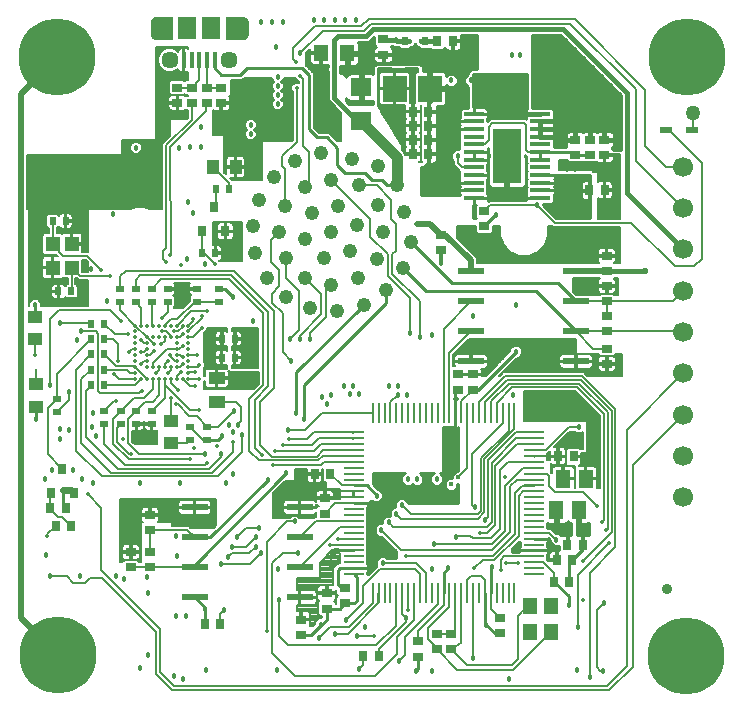
<source format=gtl>
G75*
%MOIN*%
%OFA0B0*%
%FSLAX25Y25*%
%IPPOS*%
%LPD*%
%AMOC8*
5,1,8,0,0,1.08239X$1,22.5*
%
%ADD10R,0.02756X0.03543*%
%ADD11R,0.03543X0.02756*%
%ADD12R,0.05118X0.05906*%
%ADD13R,0.05512X0.03937*%
%ADD14R,0.07874X0.08661*%
%ADD15R,0.02559X0.02165*%
%ADD16R,0.02165X0.02559*%
%ADD17R,0.04724X0.03937*%
%ADD18R,0.03937X0.04724*%
%ADD19R,0.08661X0.02362*%
%ADD20R,0.01969X0.03150*%
%ADD21R,0.01378X0.01378*%
%ADD22R,0.03100X0.03500*%
%ADD23R,0.04724X0.05512*%
%ADD24C,0.05000*%
%ADD25C,0.05709*%
%ADD26R,0.01575X0.05315*%
%ADD27R,0.05906X0.07480*%
%ADD28C,0.00000*%
%ADD29C,0.00001*%
%ADD30R,0.06600X0.01400*%
%ADD31R,0.09400X0.18400*%
%ADD32C,0.03000*%
%ADD33R,0.01100X0.06600*%
%ADD34R,0.06600X0.01100*%
%ADD35C,0.01378*%
%ADD36C,0.04800*%
%ADD37R,0.04724X0.05118*%
%ADD38R,0.07098X0.06299*%
%ADD39C,0.06693*%
%ADD40R,0.03937X0.02362*%
%ADD41C,0.01000*%
%ADD42C,0.00500*%
%ADD43C,0.01400*%
%ADD44C,0.00800*%
%ADD45C,0.01500*%
%ADD46C,0.01800*%
%ADD47C,0.02400*%
%ADD48C,0.02000*%
%ADD49C,0.01600*%
%ADD50C,0.03543*%
%ADD51C,0.01200*%
%ADD52C,0.01600*%
%ADD53C,0.03500*%
%ADD54C,0.02300*%
%ADD55C,0.01300*%
%ADD56C,0.25653*%
D10*
X0037470Y0065374D03*
X0042588Y0065374D03*
X0040788Y0071274D03*
X0035670Y0071274D03*
X0087199Y0032579D03*
X0092318Y0032579D03*
X0140032Y0021724D03*
X0145150Y0021724D03*
X0203520Y0046723D03*
X0208639Y0046723D03*
X0209566Y0053955D03*
X0204448Y0053955D03*
X0208052Y0059046D03*
X0213170Y0059046D03*
X0210101Y0088460D03*
X0204983Y0088460D03*
X0128879Y0082628D03*
X0123761Y0082628D03*
X0215372Y0177188D03*
X0220490Y0177188D03*
X0169868Y0226968D03*
X0164750Y0226968D03*
X0161715Y0203334D03*
X0161716Y0198677D03*
X0161724Y0193981D03*
X0161707Y0189300D03*
X0156589Y0189300D03*
X0156606Y0193981D03*
X0156598Y0198677D03*
X0156596Y0203334D03*
D11*
X0146639Y0222326D03*
X0146639Y0227444D03*
X0092674Y0211378D03*
X0087915Y0211354D03*
X0082831Y0211328D03*
X0078050Y0211389D03*
X0078050Y0206271D03*
X0082831Y0206210D03*
X0087915Y0206236D03*
X0092674Y0206260D03*
X0165829Y0162333D03*
X0165829Y0157214D03*
X0180357Y0165090D03*
X0180357Y0170208D03*
X0210730Y0188919D03*
X0215575Y0188914D03*
X0220406Y0188911D03*
X0220406Y0194029D03*
X0215575Y0194032D03*
X0210730Y0194037D03*
X0221147Y0155218D03*
X0221147Y0150100D03*
X0221215Y0145262D03*
X0221215Y0140144D03*
X0221235Y0135199D03*
X0221235Y0130081D03*
X0221218Y0124385D03*
X0221218Y0119266D03*
X0176496Y0115773D03*
X0171716Y0115770D03*
X0171716Y0110652D03*
X0176496Y0110655D03*
X0127183Y0074501D03*
X0127183Y0069383D03*
X0133960Y0044550D03*
X0133960Y0039432D03*
X0127805Y0037661D03*
X0127805Y0042779D03*
X0119205Y0034042D03*
X0119205Y0028924D03*
X0158095Y0026772D03*
X0158095Y0021653D03*
X0164522Y0024147D03*
X0164522Y0029266D03*
X0169363Y0029272D03*
X0169363Y0024154D03*
X0185657Y0029416D03*
X0185657Y0034534D03*
X0068871Y0051440D03*
X0068871Y0056558D03*
X0062532Y0056545D03*
X0062532Y0051427D03*
X0068956Y0063787D03*
X0068956Y0068905D03*
D12*
X0204340Y0070502D03*
X0211821Y0070502D03*
X0214129Y0081003D03*
X0206649Y0081003D03*
D13*
X0091099Y0106619D03*
X0091099Y0114493D03*
D14*
X0150435Y0211011D03*
X0162246Y0211011D03*
D15*
X0091951Y0144332D03*
X0091951Y0140002D03*
X0084476Y0139975D03*
X0084476Y0144306D03*
X0074806Y0144283D03*
X0074806Y0139953D03*
X0069633Y0139928D03*
X0069633Y0144258D03*
X0064093Y0144221D03*
X0064093Y0139890D03*
X0058916Y0139941D03*
X0058916Y0144272D03*
X0037802Y0107422D03*
X0037802Y0103091D03*
X0053487Y0103613D03*
X0053487Y0099282D03*
X0059227Y0099262D03*
X0059227Y0103593D03*
X0064356Y0103618D03*
X0064356Y0099287D03*
X0069477Y0099295D03*
X0069477Y0103625D03*
X0082325Y0098279D03*
X0082325Y0093948D03*
X0088073Y0093990D03*
X0088073Y0098320D03*
D16*
X0092820Y0121372D03*
X0097151Y0121372D03*
X0097202Y0127615D03*
X0092872Y0127615D03*
X0090721Y0156217D03*
X0086390Y0156217D03*
X0091024Y0177708D03*
X0095355Y0177708D03*
X0053678Y0132609D03*
X0049347Y0132609D03*
X0049344Y0127501D03*
X0053674Y0127501D03*
X0053705Y0122426D03*
X0049374Y0122426D03*
X0049344Y0117295D03*
X0053674Y0117295D03*
X0053687Y0112133D03*
X0049356Y0112133D03*
X0042749Y0143437D03*
X0038419Y0143437D03*
X0036483Y0166918D03*
X0040814Y0166918D03*
D17*
X0030676Y0134912D03*
X0030676Y0127432D03*
X0030784Y0112398D03*
X0030784Y0104917D03*
X0075802Y0100240D03*
X0075802Y0092759D03*
D18*
X0089976Y0184898D03*
X0097456Y0184898D03*
D19*
X0175987Y0150114D03*
X0175987Y0140114D03*
X0175987Y0130114D03*
X0175987Y0120114D03*
X0210987Y0120114D03*
X0210987Y0130114D03*
X0210987Y0140114D03*
X0210987Y0150114D03*
X0118783Y0071430D03*
X0118783Y0061430D03*
X0118783Y0051430D03*
X0118783Y0041430D03*
X0083783Y0041430D03*
X0083783Y0051430D03*
X0083783Y0061430D03*
X0083783Y0071430D03*
D20*
X0153792Y0227018D03*
X0160681Y0227018D03*
D21*
X0159205Y0227018D03*
X0155268Y0227018D03*
D22*
X0090218Y0171415D03*
X0094018Y0163415D03*
X0086418Y0163415D03*
X0039687Y0084342D03*
X0043487Y0076342D03*
X0035887Y0076342D03*
D23*
X0125963Y0222830D03*
X0134624Y0222830D03*
X0195741Y0038419D03*
X0202434Y0038419D03*
X0202434Y0029758D03*
X0195741Y0029758D03*
D24*
X0249865Y0202914D03*
D25*
X0095186Y0220520D03*
X0075501Y0220520D03*
D26*
X0080225Y0220520D03*
X0082784Y0220520D03*
X0085343Y0220520D03*
X0087902Y0220520D03*
X0090461Y0220520D03*
D27*
X0089280Y0231150D03*
X0081406Y0231150D03*
D28*
X0076288Y0227410D02*
X0071170Y0227410D01*
X0070732Y0227459D01*
X0070316Y0227605D01*
X0069943Y0227839D01*
X0069631Y0228151D01*
X0069396Y0228524D01*
X0069251Y0228940D01*
X0069202Y0229379D01*
X0069202Y0232922D01*
X0069251Y0233360D01*
X0069396Y0233776D01*
X0069631Y0234149D01*
X0069943Y0234461D01*
X0070316Y0234695D01*
X0070732Y0234841D01*
X0071170Y0234890D01*
X0076288Y0234890D01*
X0076288Y0227410D01*
X0094398Y0227410D02*
X0099516Y0227410D01*
X0099955Y0227459D01*
X0100371Y0227605D01*
X0100744Y0227839D01*
X0101056Y0228151D01*
X0101290Y0228524D01*
X0101436Y0228940D01*
X0101485Y0229379D01*
X0101485Y0232922D01*
X0101436Y0233360D01*
X0101290Y0233776D01*
X0101056Y0234149D01*
X0100744Y0234461D01*
X0100371Y0234695D01*
X0099955Y0234841D01*
X0099516Y0234890D01*
X0094398Y0234890D01*
X0094398Y0227410D01*
D29*
X0099520Y0227410D01*
X0099528Y0227411D02*
X0094398Y0227411D01*
X0094398Y0227412D02*
X0099537Y0227412D01*
X0099546Y0227413D02*
X0094398Y0227413D01*
X0094398Y0227414D02*
X0099555Y0227414D01*
X0099563Y0227415D02*
X0094398Y0227415D01*
X0094398Y0227416D02*
X0099572Y0227416D01*
X0099581Y0227417D02*
X0094398Y0227417D01*
X0094398Y0227418D02*
X0099590Y0227418D01*
X0099598Y0227419D02*
X0094398Y0227419D01*
X0094398Y0227420D02*
X0099607Y0227420D01*
X0099616Y0227421D02*
X0094398Y0227421D01*
X0094398Y0227422D02*
X0099624Y0227422D01*
X0099633Y0227423D02*
X0094398Y0227423D01*
X0094398Y0227424D02*
X0099642Y0227424D01*
X0099651Y0227425D02*
X0094398Y0227425D01*
X0094398Y0227426D02*
X0099659Y0227426D01*
X0099668Y0227427D02*
X0094398Y0227427D01*
X0094398Y0227428D02*
X0099677Y0227428D01*
X0099686Y0227429D02*
X0094398Y0227429D01*
X0094398Y0227430D02*
X0099694Y0227430D01*
X0099703Y0227431D02*
X0094398Y0227431D01*
X0094398Y0227432D02*
X0099712Y0227432D01*
X0099721Y0227433D02*
X0094398Y0227433D01*
X0094398Y0227434D02*
X0099729Y0227434D01*
X0099738Y0227435D02*
X0094398Y0227435D01*
X0094398Y0227436D02*
X0099747Y0227436D01*
X0099755Y0227437D02*
X0094398Y0227437D01*
X0094398Y0227438D02*
X0099764Y0227438D01*
X0099773Y0227439D02*
X0094398Y0227439D01*
X0094398Y0227440D02*
X0099782Y0227440D01*
X0099790Y0227441D02*
X0094398Y0227441D01*
X0094398Y0227442D02*
X0099799Y0227442D01*
X0099808Y0227443D02*
X0094398Y0227443D01*
X0094398Y0227444D02*
X0099817Y0227444D01*
X0099825Y0227445D02*
X0094398Y0227445D01*
X0094398Y0227446D02*
X0099834Y0227446D01*
X0099843Y0227447D02*
X0094398Y0227447D01*
X0094398Y0227448D02*
X0099852Y0227448D01*
X0099860Y0227449D02*
X0094398Y0227449D01*
X0094398Y0227450D02*
X0099869Y0227450D01*
X0099878Y0227451D02*
X0094398Y0227451D01*
X0094398Y0227452D02*
X0099887Y0227452D01*
X0099895Y0227453D02*
X0094398Y0227453D01*
X0094398Y0227454D02*
X0099904Y0227454D01*
X0099913Y0227455D02*
X0094398Y0227455D01*
X0094398Y0227456D02*
X0099921Y0227456D01*
X0099930Y0227457D02*
X0094398Y0227457D01*
X0094398Y0227458D02*
X0099939Y0227458D01*
X0099948Y0227459D02*
X0094398Y0227459D01*
X0094398Y0227460D02*
X0099955Y0227460D01*
X0099958Y0227461D02*
X0094398Y0227461D01*
X0094398Y0227462D02*
X0099961Y0227462D01*
X0099964Y0227463D02*
X0094398Y0227463D01*
X0094398Y0227464D02*
X0099966Y0227464D01*
X0099969Y0227464D02*
X0094398Y0227464D01*
X0094398Y0227465D02*
X0099972Y0227465D01*
X0099975Y0227466D02*
X0094398Y0227466D01*
X0094398Y0227467D02*
X0099978Y0227467D01*
X0099980Y0227468D02*
X0094398Y0227468D01*
X0094398Y0227469D02*
X0099983Y0227469D01*
X0099986Y0227470D02*
X0094398Y0227470D01*
X0094398Y0227471D02*
X0099989Y0227471D01*
X0099992Y0227472D02*
X0094398Y0227472D01*
X0094398Y0227473D02*
X0099995Y0227473D01*
X0099997Y0227474D02*
X0094398Y0227474D01*
X0094398Y0227475D02*
X0100000Y0227475D01*
X0100003Y0227476D02*
X0094398Y0227476D01*
X0094398Y0227477D02*
X0100006Y0227477D01*
X0100009Y0227478D02*
X0094398Y0227478D01*
X0094398Y0227479D02*
X0100011Y0227479D01*
X0100014Y0227480D02*
X0094398Y0227480D01*
X0094398Y0227481D02*
X0100017Y0227481D01*
X0100020Y0227482D02*
X0094398Y0227482D01*
X0094398Y0227483D02*
X0100023Y0227483D01*
X0100025Y0227484D02*
X0094398Y0227484D01*
X0094398Y0227485D02*
X0100028Y0227485D01*
X0100031Y0227486D02*
X0094398Y0227486D01*
X0094398Y0227487D02*
X0100034Y0227487D01*
X0100037Y0227488D02*
X0094398Y0227488D01*
X0094398Y0227489D02*
X0100040Y0227489D01*
X0100042Y0227490D02*
X0094398Y0227490D01*
X0094398Y0227491D02*
X0100045Y0227491D01*
X0100048Y0227492D02*
X0094398Y0227492D01*
X0094398Y0227493D02*
X0100051Y0227493D01*
X0100054Y0227494D02*
X0094398Y0227494D01*
X0094398Y0227495D02*
X0100056Y0227495D01*
X0100059Y0227496D02*
X0094398Y0227496D01*
X0094398Y0227497D02*
X0100062Y0227497D01*
X0100065Y0227498D02*
X0094398Y0227498D01*
X0094398Y0227499D02*
X0100068Y0227499D01*
X0100070Y0227500D02*
X0094398Y0227500D01*
X0094398Y0227501D02*
X0100073Y0227501D01*
X0100076Y0227502D02*
X0094398Y0227502D01*
X0094398Y0227503D02*
X0100079Y0227503D01*
X0100082Y0227504D02*
X0094398Y0227504D01*
X0094398Y0227505D02*
X0100085Y0227505D01*
X0100087Y0227506D02*
X0094398Y0227506D01*
X0094398Y0227507D02*
X0100090Y0227507D01*
X0100093Y0227508D02*
X0094398Y0227508D01*
X0094398Y0227509D02*
X0100096Y0227509D01*
X0100099Y0227510D02*
X0094398Y0227510D01*
X0094398Y0227511D02*
X0100101Y0227511D01*
X0100104Y0227512D02*
X0094398Y0227512D01*
X0094398Y0227513D02*
X0100107Y0227513D01*
X0100110Y0227514D02*
X0094398Y0227514D01*
X0094398Y0227515D02*
X0100113Y0227515D01*
X0100115Y0227516D02*
X0094398Y0227516D01*
X0094398Y0227517D02*
X0100118Y0227517D01*
X0100121Y0227518D02*
X0094398Y0227518D01*
X0094398Y0227519D02*
X0100124Y0227519D01*
X0100127Y0227520D02*
X0094398Y0227520D01*
X0094398Y0227521D02*
X0100130Y0227521D01*
X0100132Y0227522D02*
X0094398Y0227522D01*
X0094398Y0227523D02*
X0100135Y0227523D01*
X0100138Y0227524D02*
X0094398Y0227524D01*
X0094398Y0227525D02*
X0100141Y0227525D01*
X0100144Y0227526D02*
X0094398Y0227526D01*
X0094398Y0227527D02*
X0100146Y0227527D01*
X0100149Y0227527D02*
X0094398Y0227527D01*
X0094398Y0227528D02*
X0100152Y0227528D01*
X0100155Y0227529D02*
X0094398Y0227529D01*
X0094398Y0227530D02*
X0100158Y0227530D01*
X0100160Y0227531D02*
X0094398Y0227531D01*
X0094398Y0227532D02*
X0100163Y0227532D01*
X0100166Y0227533D02*
X0094398Y0227533D01*
X0094398Y0227534D02*
X0100169Y0227534D01*
X0100172Y0227535D02*
X0094398Y0227535D01*
X0094398Y0227536D02*
X0100175Y0227536D01*
X0100177Y0227537D02*
X0094398Y0227537D01*
X0094398Y0227538D02*
X0100180Y0227538D01*
X0100183Y0227539D02*
X0094398Y0227539D01*
X0094398Y0227540D02*
X0100186Y0227540D01*
X0100189Y0227541D02*
X0094398Y0227541D01*
X0094398Y0227542D02*
X0100191Y0227542D01*
X0100194Y0227543D02*
X0094398Y0227543D01*
X0094398Y0227544D02*
X0100197Y0227544D01*
X0100200Y0227545D02*
X0094398Y0227545D01*
X0094398Y0227546D02*
X0100203Y0227546D01*
X0100205Y0227547D02*
X0094398Y0227547D01*
X0094398Y0227548D02*
X0100208Y0227548D01*
X0100211Y0227549D02*
X0094398Y0227549D01*
X0094398Y0227550D02*
X0100214Y0227550D01*
X0100217Y0227551D02*
X0094398Y0227551D01*
X0094398Y0227552D02*
X0100220Y0227552D01*
X0100222Y0227553D02*
X0094398Y0227553D01*
X0094398Y0227554D02*
X0100225Y0227554D01*
X0100228Y0227555D02*
X0094398Y0227555D01*
X0094398Y0227556D02*
X0100231Y0227556D01*
X0100234Y0227557D02*
X0094398Y0227557D01*
X0094398Y0227558D02*
X0100236Y0227558D01*
X0100239Y0227559D02*
X0094398Y0227559D01*
X0094398Y0227560D02*
X0100242Y0227560D01*
X0100245Y0227561D02*
X0094398Y0227561D01*
X0094398Y0227562D02*
X0100248Y0227562D01*
X0100250Y0227563D02*
X0094398Y0227563D01*
X0094398Y0227564D02*
X0100253Y0227564D01*
X0100256Y0227565D02*
X0094398Y0227565D01*
X0094398Y0227566D02*
X0100259Y0227566D01*
X0100262Y0227567D02*
X0094398Y0227567D01*
X0094398Y0227568D02*
X0100265Y0227568D01*
X0100267Y0227569D02*
X0094398Y0227569D01*
X0094398Y0227570D02*
X0100270Y0227570D01*
X0100273Y0227571D02*
X0094398Y0227571D01*
X0094398Y0227572D02*
X0100276Y0227572D01*
X0100279Y0227573D02*
X0094398Y0227573D01*
X0094398Y0227574D02*
X0100281Y0227574D01*
X0100284Y0227575D02*
X0094398Y0227575D01*
X0094398Y0227576D02*
X0100287Y0227576D01*
X0100290Y0227577D02*
X0094398Y0227577D01*
X0094398Y0227578D02*
X0100293Y0227578D01*
X0100295Y0227579D02*
X0094398Y0227579D01*
X0094398Y0227580D02*
X0100298Y0227580D01*
X0100301Y0227581D02*
X0094398Y0227581D01*
X0094398Y0227582D02*
X0100304Y0227582D01*
X0100307Y0227583D02*
X0094398Y0227583D01*
X0094398Y0227584D02*
X0100310Y0227584D01*
X0100312Y0227585D02*
X0094398Y0227585D01*
X0094398Y0227586D02*
X0100315Y0227586D01*
X0100318Y0227587D02*
X0094398Y0227587D01*
X0094398Y0227588D02*
X0100321Y0227588D01*
X0100324Y0227589D02*
X0094398Y0227589D01*
X0100326Y0227589D01*
X0100329Y0227590D02*
X0094398Y0227590D01*
X0094398Y0227591D02*
X0100332Y0227591D01*
X0100335Y0227592D02*
X0094398Y0227592D01*
X0094398Y0227593D02*
X0100338Y0227593D01*
X0100341Y0227594D02*
X0094398Y0227594D01*
X0094398Y0227595D02*
X0100343Y0227595D01*
X0100346Y0227596D02*
X0094398Y0227596D01*
X0094398Y0227597D02*
X0100349Y0227597D01*
X0100352Y0227598D02*
X0094398Y0227598D01*
X0094398Y0227599D02*
X0100355Y0227599D01*
X0100357Y0227600D02*
X0094398Y0227600D01*
X0094398Y0227601D02*
X0100360Y0227601D01*
X0100363Y0227602D02*
X0094398Y0227602D01*
X0094398Y0227603D02*
X0100366Y0227603D01*
X0100369Y0227604D02*
X0094398Y0227604D01*
X0094398Y0227605D02*
X0100371Y0227605D01*
X0100373Y0227606D02*
X0094398Y0227606D01*
X0094398Y0227607D02*
X0100374Y0227607D01*
X0100376Y0227608D02*
X0094398Y0227608D01*
X0094398Y0227609D02*
X0100377Y0227609D01*
X0100379Y0227610D02*
X0094398Y0227610D01*
X0094398Y0227611D02*
X0100380Y0227611D01*
X0100382Y0227612D02*
X0094398Y0227612D01*
X0094398Y0227613D02*
X0100384Y0227613D01*
X0100385Y0227614D02*
X0094398Y0227614D01*
X0094398Y0227615D02*
X0100387Y0227615D01*
X0100388Y0227616D02*
X0094398Y0227616D01*
X0094398Y0227617D02*
X0100390Y0227617D01*
X0100391Y0227618D02*
X0094398Y0227618D01*
X0094398Y0227619D02*
X0100393Y0227619D01*
X0100395Y0227620D02*
X0094398Y0227620D01*
X0094398Y0227621D02*
X0100396Y0227621D01*
X0100398Y0227622D02*
X0094398Y0227622D01*
X0094398Y0227623D02*
X0100399Y0227623D01*
X0100401Y0227624D02*
X0094398Y0227624D01*
X0094398Y0227625D02*
X0100402Y0227625D01*
X0100404Y0227626D02*
X0094398Y0227626D01*
X0094398Y0227627D02*
X0100406Y0227627D01*
X0100407Y0227628D02*
X0094398Y0227628D01*
X0094398Y0227629D02*
X0100409Y0227629D01*
X0100410Y0227630D02*
X0094398Y0227630D01*
X0094398Y0227631D02*
X0100412Y0227631D01*
X0100413Y0227632D02*
X0094398Y0227632D01*
X0094398Y0227633D02*
X0100415Y0227633D01*
X0100416Y0227634D02*
X0094398Y0227634D01*
X0094398Y0227635D02*
X0100418Y0227635D01*
X0100420Y0227636D02*
X0094398Y0227636D01*
X0094398Y0227637D02*
X0100421Y0227637D01*
X0100423Y0227638D02*
X0094398Y0227638D01*
X0094398Y0227639D02*
X0100424Y0227639D01*
X0100426Y0227640D02*
X0094398Y0227640D01*
X0094398Y0227641D02*
X0100427Y0227641D01*
X0100429Y0227642D02*
X0094398Y0227642D01*
X0094398Y0227643D02*
X0100431Y0227643D01*
X0100432Y0227644D02*
X0094398Y0227644D01*
X0094398Y0227645D02*
X0100434Y0227645D01*
X0100435Y0227646D02*
X0094398Y0227646D01*
X0094398Y0227647D02*
X0100437Y0227647D01*
X0100438Y0227648D02*
X0094398Y0227648D01*
X0094398Y0227649D02*
X0100440Y0227649D01*
X0100442Y0227650D02*
X0094398Y0227650D01*
X0094398Y0227651D02*
X0100443Y0227651D01*
X0100445Y0227652D02*
X0094398Y0227652D01*
X0100446Y0227652D01*
X0100448Y0227653D02*
X0094398Y0227653D01*
X0094398Y0227654D02*
X0100449Y0227654D01*
X0100451Y0227655D02*
X0094398Y0227655D01*
X0094398Y0227656D02*
X0100453Y0227656D01*
X0100454Y0227657D02*
X0094398Y0227657D01*
X0094398Y0227658D02*
X0100456Y0227658D01*
X0100457Y0227659D02*
X0094398Y0227659D01*
X0094398Y0227660D02*
X0100459Y0227660D01*
X0100460Y0227661D02*
X0094398Y0227661D01*
X0094398Y0227662D02*
X0100462Y0227662D01*
X0100463Y0227663D02*
X0094398Y0227663D01*
X0094398Y0227664D02*
X0100465Y0227664D01*
X0100467Y0227665D02*
X0094398Y0227665D01*
X0094398Y0227666D02*
X0100468Y0227666D01*
X0100470Y0227667D02*
X0094398Y0227667D01*
X0094398Y0227668D02*
X0100471Y0227668D01*
X0100473Y0227669D02*
X0094398Y0227669D01*
X0094398Y0227670D02*
X0100474Y0227670D01*
X0100476Y0227671D02*
X0094398Y0227671D01*
X0094398Y0227672D02*
X0100478Y0227672D01*
X0100479Y0227673D02*
X0094398Y0227673D01*
X0094398Y0227674D02*
X0100481Y0227674D01*
X0100482Y0227675D02*
X0094398Y0227675D01*
X0094398Y0227676D02*
X0100484Y0227676D01*
X0100485Y0227677D02*
X0094398Y0227677D01*
X0094398Y0227678D02*
X0100487Y0227678D01*
X0100489Y0227679D02*
X0094398Y0227679D01*
X0094398Y0227680D02*
X0100490Y0227680D01*
X0100492Y0227681D02*
X0094398Y0227681D01*
X0094398Y0227682D02*
X0100493Y0227682D01*
X0100495Y0227683D02*
X0094398Y0227683D01*
X0094398Y0227684D02*
X0100496Y0227684D01*
X0100498Y0227685D02*
X0094398Y0227685D01*
X0094398Y0227686D02*
X0100500Y0227686D01*
X0100501Y0227687D02*
X0094398Y0227687D01*
X0094398Y0227688D02*
X0100503Y0227688D01*
X0100504Y0227689D02*
X0094398Y0227689D01*
X0094398Y0227690D02*
X0100506Y0227690D01*
X0100507Y0227691D02*
X0094398Y0227691D01*
X0094398Y0227692D02*
X0100509Y0227692D01*
X0100510Y0227693D02*
X0094398Y0227693D01*
X0094398Y0227694D02*
X0100512Y0227694D01*
X0100514Y0227695D02*
X0094398Y0227695D01*
X0094398Y0227696D02*
X0100515Y0227696D01*
X0100517Y0227697D02*
X0094398Y0227697D01*
X0094398Y0227698D02*
X0100518Y0227698D01*
X0100520Y0227699D02*
X0094398Y0227699D01*
X0094398Y0227700D02*
X0100521Y0227700D01*
X0100523Y0227701D02*
X0094398Y0227701D01*
X0094398Y0227702D02*
X0100525Y0227702D01*
X0100526Y0227703D02*
X0094398Y0227703D01*
X0094398Y0227704D02*
X0100528Y0227704D01*
X0100529Y0227705D02*
X0094398Y0227705D01*
X0094398Y0227706D02*
X0100531Y0227706D01*
X0100532Y0227707D02*
X0094398Y0227707D01*
X0094398Y0227708D02*
X0100534Y0227708D01*
X0100536Y0227709D02*
X0094398Y0227709D01*
X0094398Y0227710D02*
X0100537Y0227710D01*
X0100539Y0227711D02*
X0094398Y0227711D01*
X0094398Y0227712D02*
X0100540Y0227712D01*
X0100542Y0227713D02*
X0094398Y0227713D01*
X0094398Y0227714D02*
X0100543Y0227714D01*
X0100545Y0227714D02*
X0094398Y0227714D01*
X0094398Y0227715D02*
X0100547Y0227715D01*
X0100548Y0227716D02*
X0094398Y0227716D01*
X0094398Y0227717D02*
X0100550Y0227717D01*
X0100551Y0227718D02*
X0094398Y0227718D01*
X0094398Y0227719D02*
X0100553Y0227719D01*
X0100554Y0227720D02*
X0094398Y0227720D01*
X0094398Y0227721D02*
X0100556Y0227721D01*
X0100557Y0227722D02*
X0094398Y0227722D01*
X0094398Y0227723D02*
X0100559Y0227723D01*
X0100561Y0227724D02*
X0094398Y0227724D01*
X0094398Y0227725D02*
X0100562Y0227725D01*
X0100564Y0227726D02*
X0094398Y0227726D01*
X0094398Y0227727D02*
X0100565Y0227727D01*
X0100567Y0227728D02*
X0094398Y0227728D01*
X0094398Y0227729D02*
X0100568Y0227729D01*
X0100570Y0227730D02*
X0094398Y0227730D01*
X0094398Y0227731D02*
X0100572Y0227731D01*
X0100573Y0227732D02*
X0094398Y0227732D01*
X0094398Y0227733D02*
X0100575Y0227733D01*
X0100576Y0227734D02*
X0094398Y0227734D01*
X0094398Y0227735D02*
X0100578Y0227735D01*
X0100579Y0227736D02*
X0094398Y0227736D01*
X0094398Y0227737D02*
X0100581Y0227737D01*
X0100583Y0227738D02*
X0094398Y0227738D01*
X0094398Y0227739D02*
X0100584Y0227739D01*
X0100586Y0227740D02*
X0094398Y0227740D01*
X0094398Y0227741D02*
X0100587Y0227741D01*
X0100589Y0227742D02*
X0094398Y0227742D01*
X0094398Y0227743D02*
X0100590Y0227743D01*
X0100592Y0227744D02*
X0094398Y0227744D01*
X0094398Y0227745D02*
X0100594Y0227745D01*
X0100595Y0227746D02*
X0094398Y0227746D01*
X0094398Y0227747D02*
X0100597Y0227747D01*
X0100598Y0227748D02*
X0094398Y0227748D01*
X0094398Y0227749D02*
X0100600Y0227749D01*
X0100601Y0227750D02*
X0094398Y0227750D01*
X0094398Y0227751D02*
X0100603Y0227751D01*
X0100604Y0227752D02*
X0094398Y0227752D01*
X0094398Y0227753D02*
X0100606Y0227753D01*
X0100608Y0227754D02*
X0094398Y0227754D01*
X0094398Y0227755D02*
X0100609Y0227755D01*
X0100611Y0227756D02*
X0094398Y0227756D01*
X0094398Y0227757D02*
X0100612Y0227757D01*
X0100614Y0227758D02*
X0094398Y0227758D01*
X0094398Y0227759D02*
X0100615Y0227759D01*
X0100617Y0227760D02*
X0094398Y0227760D01*
X0094398Y0227761D02*
X0100619Y0227761D01*
X0100620Y0227762D02*
X0094398Y0227762D01*
X0094398Y0227763D02*
X0100622Y0227763D01*
X0100623Y0227764D02*
X0094398Y0227764D01*
X0094398Y0227765D02*
X0100625Y0227765D01*
X0100626Y0227766D02*
X0094398Y0227766D01*
X0094398Y0227767D02*
X0100628Y0227767D01*
X0100630Y0227768D02*
X0094398Y0227768D01*
X0094398Y0227769D02*
X0100631Y0227769D01*
X0100633Y0227770D02*
X0094398Y0227770D01*
X0094398Y0227771D02*
X0100634Y0227771D01*
X0100636Y0227772D02*
X0094398Y0227772D01*
X0094398Y0227773D02*
X0100637Y0227773D01*
X0100639Y0227774D02*
X0094398Y0227774D01*
X0094398Y0227775D02*
X0100641Y0227775D01*
X0100642Y0227776D02*
X0094398Y0227776D01*
X0094398Y0227777D02*
X0100644Y0227777D01*
X0100645Y0227777D02*
X0094398Y0227777D01*
X0094398Y0227778D02*
X0100647Y0227778D01*
X0100648Y0227779D02*
X0094398Y0227779D01*
X0094398Y0227780D02*
X0100650Y0227780D01*
X0100651Y0227781D02*
X0094398Y0227781D01*
X0094398Y0227782D02*
X0100653Y0227782D01*
X0100655Y0227783D02*
X0094398Y0227783D01*
X0094398Y0227784D02*
X0100656Y0227784D01*
X0100658Y0227785D02*
X0094398Y0227785D01*
X0094398Y0227786D02*
X0100659Y0227786D01*
X0100661Y0227787D02*
X0094398Y0227787D01*
X0094398Y0227788D02*
X0100662Y0227788D01*
X0100664Y0227789D02*
X0094398Y0227789D01*
X0094398Y0227790D02*
X0100666Y0227790D01*
X0100667Y0227791D02*
X0094398Y0227791D01*
X0094398Y0227792D02*
X0100669Y0227792D01*
X0100670Y0227793D02*
X0094398Y0227793D01*
X0094398Y0227794D02*
X0100672Y0227794D01*
X0100673Y0227795D02*
X0094398Y0227795D01*
X0094398Y0227796D02*
X0100675Y0227796D01*
X0100677Y0227797D02*
X0094398Y0227797D01*
X0094398Y0227798D02*
X0100678Y0227798D01*
X0100680Y0227799D02*
X0094398Y0227799D01*
X0094398Y0227800D02*
X0100681Y0227800D01*
X0100683Y0227801D02*
X0094398Y0227801D01*
X0094398Y0227802D02*
X0100684Y0227802D01*
X0100686Y0227803D02*
X0094398Y0227803D01*
X0094398Y0227804D02*
X0100687Y0227804D01*
X0100689Y0227805D02*
X0094398Y0227805D01*
X0094398Y0227806D02*
X0100691Y0227806D01*
X0100692Y0227807D02*
X0094398Y0227807D01*
X0094398Y0227808D02*
X0100694Y0227808D01*
X0100695Y0227809D02*
X0094398Y0227809D01*
X0094398Y0227810D02*
X0100697Y0227810D01*
X0100698Y0227811D02*
X0094398Y0227811D01*
X0094398Y0227812D02*
X0100700Y0227812D01*
X0100702Y0227813D02*
X0094398Y0227813D01*
X0094398Y0227814D02*
X0100703Y0227814D01*
X0100705Y0227815D02*
X0094398Y0227815D01*
X0094398Y0227816D02*
X0100706Y0227816D01*
X0100708Y0227817D02*
X0094398Y0227817D01*
X0094398Y0227818D02*
X0100709Y0227818D01*
X0100711Y0227819D02*
X0094398Y0227819D01*
X0094398Y0227820D02*
X0100713Y0227820D01*
X0100714Y0227821D02*
X0094398Y0227821D01*
X0094398Y0227822D02*
X0100716Y0227822D01*
X0100717Y0227823D02*
X0094398Y0227823D01*
X0094398Y0227824D02*
X0100719Y0227824D01*
X0100720Y0227825D02*
X0094398Y0227825D01*
X0094398Y0227826D02*
X0100722Y0227826D01*
X0100724Y0227827D02*
X0094398Y0227827D01*
X0094398Y0227828D02*
X0100725Y0227828D01*
X0100727Y0227829D02*
X0094398Y0227829D01*
X0094398Y0227830D02*
X0100728Y0227830D01*
X0100730Y0227831D02*
X0094398Y0227831D01*
X0094398Y0227832D02*
X0100731Y0227832D01*
X0100733Y0227833D02*
X0094398Y0227833D01*
X0094398Y0227834D02*
X0100734Y0227834D01*
X0100736Y0227835D02*
X0094398Y0227835D01*
X0094398Y0227836D02*
X0100738Y0227836D01*
X0100739Y0227837D02*
X0094398Y0227837D01*
X0094398Y0227838D02*
X0100741Y0227838D01*
X0100742Y0227839D02*
X0094398Y0227839D01*
X0100744Y0227839D01*
X0100745Y0227840D02*
X0094398Y0227840D01*
X0094398Y0227841D02*
X0100746Y0227841D01*
X0100747Y0227842D02*
X0094398Y0227842D01*
X0094398Y0227843D02*
X0100748Y0227843D01*
X0100749Y0227844D02*
X0094398Y0227844D01*
X0094398Y0227845D02*
X0100750Y0227845D01*
X0100751Y0227846D02*
X0094398Y0227846D01*
X0094398Y0227847D02*
X0100752Y0227847D01*
X0100753Y0227848D02*
X0094398Y0227848D01*
X0094398Y0227849D02*
X0100754Y0227849D01*
X0100755Y0227850D02*
X0094398Y0227850D01*
X0094398Y0227851D02*
X0100756Y0227851D01*
X0100757Y0227852D02*
X0094398Y0227852D01*
X0094398Y0227853D02*
X0100758Y0227853D01*
X0100759Y0227854D02*
X0094398Y0227854D01*
X0094398Y0227855D02*
X0100760Y0227855D01*
X0100761Y0227856D02*
X0094398Y0227856D01*
X0094398Y0227857D02*
X0100762Y0227857D01*
X0100763Y0227858D02*
X0094398Y0227858D01*
X0094398Y0227859D02*
X0100764Y0227859D01*
X0100765Y0227860D02*
X0094398Y0227860D01*
X0094398Y0227861D02*
X0100766Y0227861D01*
X0100766Y0227862D02*
X0094398Y0227862D01*
X0094398Y0227863D02*
X0100767Y0227863D01*
X0100768Y0227864D02*
X0094398Y0227864D01*
X0094398Y0227865D02*
X0100769Y0227865D01*
X0100770Y0227866D02*
X0094398Y0227866D01*
X0094398Y0227867D02*
X0100771Y0227867D01*
X0100772Y0227868D02*
X0094398Y0227868D01*
X0094398Y0227869D02*
X0100773Y0227869D01*
X0100774Y0227870D02*
X0094398Y0227870D01*
X0094398Y0227871D02*
X0100775Y0227871D01*
X0100776Y0227872D02*
X0094398Y0227872D01*
X0094398Y0227873D02*
X0100777Y0227873D01*
X0100778Y0227874D02*
X0094398Y0227874D01*
X0094398Y0227875D02*
X0100779Y0227875D01*
X0100780Y0227876D02*
X0094398Y0227876D01*
X0094398Y0227877D02*
X0100781Y0227877D01*
X0100782Y0227878D02*
X0094398Y0227878D01*
X0094398Y0227879D02*
X0100783Y0227879D01*
X0100784Y0227880D02*
X0094398Y0227880D01*
X0094398Y0227881D02*
X0100785Y0227881D01*
X0100786Y0227882D02*
X0094398Y0227882D01*
X0094398Y0227883D02*
X0100787Y0227883D01*
X0100788Y0227884D02*
X0094398Y0227884D01*
X0094398Y0227885D02*
X0100789Y0227885D01*
X0100790Y0227886D02*
X0094398Y0227886D01*
X0094398Y0227887D02*
X0100791Y0227887D01*
X0100792Y0227888D02*
X0094398Y0227888D01*
X0094398Y0227889D02*
X0100793Y0227889D01*
X0100794Y0227890D02*
X0094398Y0227890D01*
X0094398Y0227891D02*
X0100795Y0227891D01*
X0100796Y0227892D02*
X0094398Y0227892D01*
X0094398Y0227893D02*
X0100797Y0227893D01*
X0100798Y0227894D02*
X0094398Y0227894D01*
X0094398Y0227895D02*
X0100799Y0227895D01*
X0100800Y0227896D02*
X0094398Y0227896D01*
X0094398Y0227897D02*
X0100801Y0227897D01*
X0100802Y0227898D02*
X0094398Y0227898D01*
X0094398Y0227899D02*
X0100803Y0227899D01*
X0100804Y0227900D02*
X0094398Y0227900D01*
X0094398Y0227901D02*
X0100805Y0227901D01*
X0100806Y0227902D02*
X0094398Y0227902D01*
X0100807Y0227902D01*
X0100808Y0227903D02*
X0094398Y0227903D01*
X0094398Y0227904D02*
X0100809Y0227904D01*
X0100810Y0227905D02*
X0094398Y0227905D01*
X0094398Y0227906D02*
X0100811Y0227906D01*
X0100812Y0227907D02*
X0094398Y0227907D01*
X0094398Y0227908D02*
X0100813Y0227908D01*
X0100814Y0227909D02*
X0094398Y0227909D01*
X0094398Y0227910D02*
X0100815Y0227910D01*
X0100816Y0227911D02*
X0094398Y0227911D01*
X0094398Y0227912D02*
X0100817Y0227912D01*
X0100818Y0227913D02*
X0094398Y0227913D01*
X0094398Y0227914D02*
X0100819Y0227914D01*
X0100820Y0227915D02*
X0094398Y0227915D01*
X0094398Y0227916D02*
X0100821Y0227916D01*
X0100822Y0227917D02*
X0094398Y0227917D01*
X0094398Y0227918D02*
X0100823Y0227918D01*
X0100824Y0227919D02*
X0094398Y0227919D01*
X0094398Y0227920D02*
X0100825Y0227920D01*
X0100826Y0227921D02*
X0094398Y0227921D01*
X0094398Y0227922D02*
X0100827Y0227922D01*
X0100828Y0227923D02*
X0094398Y0227923D01*
X0094398Y0227924D02*
X0100829Y0227924D01*
X0100829Y0227925D02*
X0094398Y0227925D01*
X0094398Y0227926D02*
X0100830Y0227926D01*
X0100831Y0227927D02*
X0094398Y0227927D01*
X0094398Y0227928D02*
X0100832Y0227928D01*
X0100833Y0227929D02*
X0094398Y0227929D01*
X0094398Y0227930D02*
X0100834Y0227930D01*
X0100835Y0227931D02*
X0094398Y0227931D01*
X0094398Y0227932D02*
X0100836Y0227932D01*
X0100837Y0227933D02*
X0094398Y0227933D01*
X0094398Y0227934D02*
X0100838Y0227934D01*
X0100839Y0227935D02*
X0094398Y0227935D01*
X0094398Y0227936D02*
X0100840Y0227936D01*
X0100841Y0227937D02*
X0094398Y0227937D01*
X0094398Y0227938D02*
X0100842Y0227938D01*
X0100843Y0227939D02*
X0094398Y0227939D01*
X0094398Y0227940D02*
X0100844Y0227940D01*
X0100845Y0227941D02*
X0094398Y0227941D01*
X0094398Y0227942D02*
X0100846Y0227942D01*
X0100847Y0227943D02*
X0094398Y0227943D01*
X0094398Y0227944D02*
X0100848Y0227944D01*
X0100849Y0227945D02*
X0094398Y0227945D01*
X0094398Y0227946D02*
X0100850Y0227946D01*
X0100851Y0227947D02*
X0094398Y0227947D01*
X0094398Y0227948D02*
X0100852Y0227948D01*
X0100853Y0227949D02*
X0094398Y0227949D01*
X0094398Y0227950D02*
X0100854Y0227950D01*
X0100855Y0227951D02*
X0094398Y0227951D01*
X0094398Y0227952D02*
X0100856Y0227952D01*
X0100857Y0227953D02*
X0094398Y0227953D01*
X0094398Y0227954D02*
X0100858Y0227954D01*
X0100859Y0227955D02*
X0094398Y0227955D01*
X0094398Y0227956D02*
X0100860Y0227956D01*
X0100861Y0227957D02*
X0094398Y0227957D01*
X0094398Y0227958D02*
X0100862Y0227958D01*
X0100863Y0227959D02*
X0094398Y0227959D01*
X0094398Y0227960D02*
X0100864Y0227960D01*
X0100865Y0227961D02*
X0094398Y0227961D01*
X0094398Y0227962D02*
X0100866Y0227962D01*
X0100867Y0227963D02*
X0094398Y0227963D01*
X0094398Y0227964D02*
X0100868Y0227964D01*
X0100869Y0227964D02*
X0094398Y0227964D01*
X0094398Y0227965D02*
X0100870Y0227965D01*
X0100871Y0227966D02*
X0094398Y0227966D01*
X0094398Y0227967D02*
X0100872Y0227967D01*
X0100873Y0227968D02*
X0094398Y0227968D01*
X0094398Y0227969D02*
X0100874Y0227969D01*
X0100875Y0227970D02*
X0094398Y0227970D01*
X0094398Y0227971D02*
X0100876Y0227971D01*
X0100877Y0227972D02*
X0094398Y0227972D01*
X0094398Y0227973D02*
X0100878Y0227973D01*
X0100879Y0227974D02*
X0094398Y0227974D01*
X0094398Y0227975D02*
X0100880Y0227975D01*
X0100881Y0227976D02*
X0094398Y0227976D01*
X0094398Y0227977D02*
X0100882Y0227977D01*
X0100883Y0227978D02*
X0094398Y0227978D01*
X0094398Y0227979D02*
X0100884Y0227979D01*
X0100885Y0227980D02*
X0094398Y0227980D01*
X0094398Y0227981D02*
X0100886Y0227981D01*
X0100887Y0227982D02*
X0094398Y0227982D01*
X0094398Y0227983D02*
X0100888Y0227983D01*
X0100889Y0227984D02*
X0094398Y0227984D01*
X0094398Y0227985D02*
X0100890Y0227985D01*
X0100891Y0227986D02*
X0094398Y0227986D01*
X0094398Y0227987D02*
X0100891Y0227987D01*
X0100892Y0227988D02*
X0094398Y0227988D01*
X0094398Y0227989D02*
X0100893Y0227989D01*
X0100894Y0227990D02*
X0094398Y0227990D01*
X0094398Y0227991D02*
X0100895Y0227991D01*
X0100896Y0227992D02*
X0094398Y0227992D01*
X0094398Y0227993D02*
X0100897Y0227993D01*
X0100898Y0227994D02*
X0094398Y0227994D01*
X0094398Y0227995D02*
X0100899Y0227995D01*
X0100900Y0227996D02*
X0094398Y0227996D01*
X0094398Y0227997D02*
X0100901Y0227997D01*
X0100902Y0227998D02*
X0094398Y0227998D01*
X0094398Y0227999D02*
X0100903Y0227999D01*
X0100904Y0228000D02*
X0094398Y0228000D01*
X0094398Y0228001D02*
X0100905Y0228001D01*
X0100906Y0228002D02*
X0094398Y0228002D01*
X0094398Y0228003D02*
X0100907Y0228003D01*
X0100908Y0228004D02*
X0094398Y0228004D01*
X0094398Y0228005D02*
X0100909Y0228005D01*
X0100910Y0228006D02*
X0094398Y0228006D01*
X0094398Y0228007D02*
X0100911Y0228007D01*
X0100912Y0228008D02*
X0094398Y0228008D01*
X0094398Y0228009D02*
X0100913Y0228009D01*
X0100914Y0228010D02*
X0094398Y0228010D01*
X0094398Y0228011D02*
X0100915Y0228011D01*
X0100916Y0228012D02*
X0094398Y0228012D01*
X0094398Y0228013D02*
X0100917Y0228013D01*
X0100918Y0228014D02*
X0094398Y0228014D01*
X0094398Y0228015D02*
X0100919Y0228015D01*
X0100920Y0228016D02*
X0094398Y0228016D01*
X0094398Y0228017D02*
X0100921Y0228017D01*
X0100922Y0228018D02*
X0094398Y0228018D01*
X0094398Y0228019D02*
X0100923Y0228019D01*
X0100924Y0228020D02*
X0094398Y0228020D01*
X0094398Y0228021D02*
X0100925Y0228021D01*
X0100926Y0228022D02*
X0094398Y0228022D01*
X0094398Y0228023D02*
X0100927Y0228023D01*
X0100928Y0228024D02*
X0094398Y0228024D01*
X0094398Y0228025D02*
X0100929Y0228025D01*
X0100930Y0228026D02*
X0094398Y0228026D01*
X0094398Y0228027D02*
X0100931Y0228027D01*
X0100932Y0228027D02*
X0094398Y0228027D01*
X0094398Y0228028D02*
X0100933Y0228028D01*
X0100934Y0228029D02*
X0094398Y0228029D01*
X0094398Y0228030D02*
X0100935Y0228030D01*
X0100936Y0228031D02*
X0094398Y0228031D01*
X0094398Y0228032D02*
X0100937Y0228032D01*
X0100938Y0228033D02*
X0094398Y0228033D01*
X0094398Y0228034D02*
X0100939Y0228034D01*
X0100940Y0228035D02*
X0094398Y0228035D01*
X0094398Y0228036D02*
X0100941Y0228036D01*
X0100942Y0228037D02*
X0094398Y0228037D01*
X0094398Y0228038D02*
X0100943Y0228038D01*
X0100944Y0228039D02*
X0094398Y0228039D01*
X0094398Y0228040D02*
X0100945Y0228040D01*
X0100946Y0228041D02*
X0094398Y0228041D01*
X0094398Y0228042D02*
X0100947Y0228042D01*
X0100948Y0228043D02*
X0094398Y0228043D01*
X0094398Y0228044D02*
X0100949Y0228044D01*
X0100950Y0228045D02*
X0094398Y0228045D01*
X0094398Y0228046D02*
X0100951Y0228046D01*
X0100952Y0228047D02*
X0094398Y0228047D01*
X0094398Y0228048D02*
X0100953Y0228048D01*
X0100954Y0228049D02*
X0094398Y0228049D01*
X0094398Y0228050D02*
X0100954Y0228050D01*
X0100955Y0228051D02*
X0094398Y0228051D01*
X0094398Y0228052D02*
X0100956Y0228052D01*
X0100957Y0228053D02*
X0094398Y0228053D01*
X0094398Y0228054D02*
X0100958Y0228054D01*
X0100959Y0228055D02*
X0094398Y0228055D01*
X0094398Y0228056D02*
X0100960Y0228056D01*
X0100961Y0228057D02*
X0094398Y0228057D01*
X0094398Y0228058D02*
X0100962Y0228058D01*
X0100963Y0228059D02*
X0094398Y0228059D01*
X0094398Y0228060D02*
X0100964Y0228060D01*
X0100965Y0228061D02*
X0094398Y0228061D01*
X0094398Y0228062D02*
X0100966Y0228062D01*
X0100967Y0228063D02*
X0094398Y0228063D01*
X0094398Y0228064D02*
X0100968Y0228064D01*
X0100969Y0228065D02*
X0094398Y0228065D01*
X0094398Y0228066D02*
X0100970Y0228066D01*
X0100971Y0228067D02*
X0094398Y0228067D01*
X0094398Y0228068D02*
X0100972Y0228068D01*
X0100973Y0228069D02*
X0094398Y0228069D01*
X0094398Y0228070D02*
X0100974Y0228070D01*
X0100975Y0228071D02*
X0094398Y0228071D01*
X0094398Y0228072D02*
X0100976Y0228072D01*
X0100977Y0228073D02*
X0094398Y0228073D01*
X0094398Y0228074D02*
X0100978Y0228074D01*
X0100979Y0228075D02*
X0094398Y0228075D01*
X0094398Y0228076D02*
X0100980Y0228076D01*
X0100981Y0228077D02*
X0094398Y0228077D01*
X0094398Y0228078D02*
X0100982Y0228078D01*
X0100983Y0228079D02*
X0094398Y0228079D01*
X0094398Y0228080D02*
X0100984Y0228080D01*
X0100985Y0228081D02*
X0094398Y0228081D01*
X0094398Y0228082D02*
X0100986Y0228082D01*
X0100987Y0228083D02*
X0094398Y0228083D01*
X0094398Y0228084D02*
X0100988Y0228084D01*
X0100989Y0228085D02*
X0094398Y0228085D01*
X0094398Y0228086D02*
X0100990Y0228086D01*
X0100991Y0228087D02*
X0094398Y0228087D01*
X0094398Y0228088D02*
X0100992Y0228088D01*
X0100993Y0228089D02*
X0094398Y0228089D01*
X0100994Y0228089D01*
X0100995Y0228090D02*
X0094398Y0228090D01*
X0094398Y0228091D02*
X0100996Y0228091D01*
X0100997Y0228092D02*
X0094398Y0228092D01*
X0094398Y0228093D02*
X0100998Y0228093D01*
X0100999Y0228094D02*
X0094398Y0228094D01*
X0094398Y0228095D02*
X0101000Y0228095D01*
X0101001Y0228096D02*
X0094398Y0228096D01*
X0094398Y0228097D02*
X0101002Y0228097D01*
X0101003Y0228098D02*
X0094398Y0228098D01*
X0094398Y0228099D02*
X0101004Y0228099D01*
X0101005Y0228100D02*
X0094398Y0228100D01*
X0094398Y0228101D02*
X0101006Y0228101D01*
X0101007Y0228102D02*
X0094398Y0228102D01*
X0094398Y0228103D02*
X0101008Y0228103D01*
X0101009Y0228104D02*
X0094398Y0228104D01*
X0094398Y0228105D02*
X0101010Y0228105D01*
X0101011Y0228106D02*
X0094398Y0228106D01*
X0094398Y0228107D02*
X0101012Y0228107D01*
X0101013Y0228108D02*
X0094398Y0228108D01*
X0094398Y0228109D02*
X0101014Y0228109D01*
X0101015Y0228110D02*
X0094398Y0228110D01*
X0094398Y0228111D02*
X0101016Y0228111D01*
X0101016Y0228112D02*
X0094398Y0228112D01*
X0094398Y0228113D02*
X0101017Y0228113D01*
X0101018Y0228114D02*
X0094398Y0228114D01*
X0094398Y0228115D02*
X0101019Y0228115D01*
X0101020Y0228116D02*
X0094398Y0228116D01*
X0094398Y0228117D02*
X0101021Y0228117D01*
X0101022Y0228118D02*
X0094398Y0228118D01*
X0094398Y0228119D02*
X0101023Y0228119D01*
X0101024Y0228120D02*
X0094398Y0228120D01*
X0094398Y0228121D02*
X0101025Y0228121D01*
X0101026Y0228122D02*
X0094398Y0228122D01*
X0094398Y0228123D02*
X0101027Y0228123D01*
X0101028Y0228124D02*
X0094398Y0228124D01*
X0094398Y0228125D02*
X0101029Y0228125D01*
X0101030Y0228126D02*
X0094398Y0228126D01*
X0094398Y0228127D02*
X0101031Y0228127D01*
X0101032Y0228128D02*
X0094398Y0228128D01*
X0094398Y0228129D02*
X0101033Y0228129D01*
X0101034Y0228130D02*
X0094398Y0228130D01*
X0094398Y0228131D02*
X0101035Y0228131D01*
X0101036Y0228132D02*
X0094398Y0228132D01*
X0094398Y0228133D02*
X0101037Y0228133D01*
X0101038Y0228134D02*
X0094398Y0228134D01*
X0094398Y0228135D02*
X0101039Y0228135D01*
X0101040Y0228136D02*
X0094398Y0228136D01*
X0094398Y0228137D02*
X0101041Y0228137D01*
X0101042Y0228138D02*
X0094398Y0228138D01*
X0094398Y0228139D02*
X0101043Y0228139D01*
X0101044Y0228140D02*
X0094398Y0228140D01*
X0094398Y0228141D02*
X0101045Y0228141D01*
X0101046Y0228142D02*
X0094398Y0228142D01*
X0094398Y0228143D02*
X0101047Y0228143D01*
X0101048Y0228144D02*
X0094398Y0228144D01*
X0094398Y0228145D02*
X0101049Y0228145D01*
X0101050Y0228146D02*
X0094398Y0228146D01*
X0094398Y0228147D02*
X0101051Y0228147D01*
X0101052Y0228148D02*
X0094398Y0228148D01*
X0094398Y0228149D02*
X0101053Y0228149D01*
X0101054Y0228150D02*
X0094398Y0228150D01*
X0094398Y0228151D02*
X0101055Y0228151D01*
X0101056Y0228152D02*
X0094398Y0228152D01*
X0101056Y0228152D01*
X0101057Y0228153D02*
X0094398Y0228153D01*
X0094398Y0228154D02*
X0101058Y0228154D01*
X0101058Y0228155D02*
X0094398Y0228155D01*
X0094398Y0228156D02*
X0101059Y0228156D01*
X0101059Y0228157D02*
X0094398Y0228157D01*
X0094398Y0228158D02*
X0101060Y0228158D01*
X0101061Y0228159D02*
X0094398Y0228159D01*
X0094398Y0228160D02*
X0101061Y0228160D01*
X0101062Y0228161D02*
X0094398Y0228161D01*
X0094398Y0228162D02*
X0101063Y0228162D01*
X0101063Y0228163D02*
X0094398Y0228163D01*
X0094398Y0228164D02*
X0101064Y0228164D01*
X0101064Y0228165D02*
X0094398Y0228165D01*
X0094398Y0228166D02*
X0101065Y0228166D01*
X0101066Y0228167D02*
X0094398Y0228167D01*
X0094398Y0228168D02*
X0101066Y0228168D01*
X0101067Y0228169D02*
X0094398Y0228169D01*
X0094398Y0228170D02*
X0101068Y0228170D01*
X0101068Y0228171D02*
X0094398Y0228171D01*
X0094398Y0228172D02*
X0101069Y0228172D01*
X0101069Y0228173D02*
X0094398Y0228173D01*
X0094398Y0228174D02*
X0101070Y0228174D01*
X0101071Y0228175D02*
X0094398Y0228175D01*
X0094398Y0228176D02*
X0101071Y0228176D01*
X0101072Y0228177D02*
X0094398Y0228177D01*
X0094398Y0228178D02*
X0101072Y0228178D01*
X0101073Y0228179D02*
X0094398Y0228179D01*
X0094398Y0228180D02*
X0101074Y0228180D01*
X0101074Y0228181D02*
X0094398Y0228181D01*
X0094398Y0228182D02*
X0101075Y0228182D01*
X0101076Y0228183D02*
X0094398Y0228183D01*
X0094398Y0228184D02*
X0101076Y0228184D01*
X0101077Y0228185D02*
X0094398Y0228185D01*
X0094398Y0228186D02*
X0101077Y0228186D01*
X0101078Y0228187D02*
X0094398Y0228187D01*
X0094398Y0228188D02*
X0101079Y0228188D01*
X0101079Y0228189D02*
X0094398Y0228189D01*
X0094398Y0228190D02*
X0101080Y0228190D01*
X0101080Y0228191D02*
X0094398Y0228191D01*
X0094398Y0228192D02*
X0101081Y0228192D01*
X0101082Y0228193D02*
X0094398Y0228193D01*
X0094398Y0228194D02*
X0101082Y0228194D01*
X0101083Y0228195D02*
X0094398Y0228195D01*
X0094398Y0228196D02*
X0101084Y0228196D01*
X0101084Y0228197D02*
X0094398Y0228197D01*
X0094398Y0228198D02*
X0101085Y0228198D01*
X0101085Y0228199D02*
X0094398Y0228199D01*
X0094398Y0228200D02*
X0101086Y0228200D01*
X0101087Y0228201D02*
X0094398Y0228201D01*
X0094398Y0228202D02*
X0101087Y0228202D01*
X0101088Y0228203D02*
X0094398Y0228203D01*
X0094398Y0228204D02*
X0101089Y0228204D01*
X0101089Y0228205D02*
X0094398Y0228205D01*
X0094398Y0228206D02*
X0101090Y0228206D01*
X0101090Y0228207D02*
X0094398Y0228207D01*
X0094398Y0228208D02*
X0101091Y0228208D01*
X0101092Y0228209D02*
X0094398Y0228209D01*
X0094398Y0228210D02*
X0101092Y0228210D01*
X0101093Y0228211D02*
X0094398Y0228211D01*
X0094398Y0228212D02*
X0101093Y0228212D01*
X0101094Y0228213D02*
X0094398Y0228213D01*
X0094398Y0228214D02*
X0101095Y0228214D01*
X0094398Y0228214D01*
X0094398Y0228215D02*
X0101096Y0228215D01*
X0101097Y0228216D02*
X0094398Y0228216D01*
X0094398Y0228217D02*
X0101097Y0228217D01*
X0101098Y0228218D02*
X0094398Y0228218D01*
X0094398Y0228219D02*
X0101098Y0228219D01*
X0101099Y0228220D02*
X0094398Y0228220D01*
X0094398Y0228221D02*
X0101100Y0228221D01*
X0101100Y0228222D02*
X0094398Y0228222D01*
X0094398Y0228223D02*
X0101101Y0228223D01*
X0101102Y0228224D02*
X0094398Y0228224D01*
X0094398Y0228225D02*
X0101102Y0228225D01*
X0101103Y0228226D02*
X0094398Y0228226D01*
X0094398Y0228227D02*
X0101103Y0228227D01*
X0101104Y0228228D02*
X0094398Y0228228D01*
X0094398Y0228229D02*
X0101105Y0228229D01*
X0101105Y0228230D02*
X0094398Y0228230D01*
X0094398Y0228231D02*
X0101106Y0228231D01*
X0101106Y0228232D02*
X0094398Y0228232D01*
X0094398Y0228233D02*
X0101107Y0228233D01*
X0101108Y0228234D02*
X0094398Y0228234D01*
X0094398Y0228235D02*
X0101108Y0228235D01*
X0101109Y0228236D02*
X0094398Y0228236D01*
X0094398Y0228237D02*
X0101110Y0228237D01*
X0101110Y0228238D02*
X0094398Y0228238D01*
X0094398Y0228239D02*
X0101111Y0228239D01*
X0101111Y0228240D02*
X0094398Y0228240D01*
X0094398Y0228241D02*
X0101112Y0228241D01*
X0101113Y0228242D02*
X0094398Y0228242D01*
X0094398Y0228243D02*
X0101113Y0228243D01*
X0101114Y0228244D02*
X0094398Y0228244D01*
X0094398Y0228245D02*
X0101115Y0228245D01*
X0101115Y0228246D02*
X0094398Y0228246D01*
X0094398Y0228247D02*
X0101116Y0228247D01*
X0101116Y0228248D02*
X0094398Y0228248D01*
X0094398Y0228249D02*
X0101117Y0228249D01*
X0101118Y0228250D02*
X0094398Y0228250D01*
X0094398Y0228251D02*
X0101118Y0228251D01*
X0101119Y0228252D02*
X0094398Y0228252D01*
X0094398Y0228253D02*
X0101119Y0228253D01*
X0101120Y0228254D02*
X0094398Y0228254D01*
X0094398Y0228255D02*
X0101121Y0228255D01*
X0101121Y0228256D02*
X0094398Y0228256D01*
X0094398Y0228257D02*
X0101122Y0228257D01*
X0101123Y0228258D02*
X0094398Y0228258D01*
X0094398Y0228259D02*
X0101123Y0228259D01*
X0101124Y0228260D02*
X0094398Y0228260D01*
X0094398Y0228261D02*
X0101124Y0228261D01*
X0101125Y0228262D02*
X0094398Y0228262D01*
X0094398Y0228263D02*
X0101126Y0228263D01*
X0101126Y0228264D02*
X0094398Y0228264D01*
X0094398Y0228265D02*
X0101127Y0228265D01*
X0101127Y0228266D02*
X0094398Y0228266D01*
X0094398Y0228267D02*
X0101128Y0228267D01*
X0101129Y0228268D02*
X0094398Y0228268D01*
X0094398Y0228269D02*
X0101129Y0228269D01*
X0101130Y0228270D02*
X0094398Y0228270D01*
X0094398Y0228271D02*
X0101131Y0228271D01*
X0101131Y0228272D02*
X0094398Y0228272D01*
X0094398Y0228273D02*
X0101132Y0228273D01*
X0101132Y0228274D02*
X0094398Y0228274D01*
X0094398Y0228275D02*
X0101133Y0228275D01*
X0101134Y0228276D02*
X0094398Y0228276D01*
X0094398Y0228277D02*
X0101134Y0228277D01*
X0101135Y0228277D02*
X0094398Y0228277D01*
X0094398Y0228278D02*
X0101136Y0228278D01*
X0101136Y0228279D02*
X0094398Y0228279D01*
X0094398Y0228280D02*
X0101137Y0228280D01*
X0101137Y0228281D02*
X0094398Y0228281D01*
X0094398Y0228282D02*
X0101138Y0228282D01*
X0101139Y0228283D02*
X0094398Y0228283D01*
X0094398Y0228284D02*
X0101139Y0228284D01*
X0101140Y0228285D02*
X0094398Y0228285D01*
X0094398Y0228286D02*
X0101140Y0228286D01*
X0101141Y0228287D02*
X0094398Y0228287D01*
X0094398Y0228288D02*
X0101142Y0228288D01*
X0101142Y0228289D02*
X0094398Y0228289D01*
X0094398Y0228290D02*
X0101143Y0228290D01*
X0101144Y0228291D02*
X0094398Y0228291D01*
X0094398Y0228292D02*
X0101144Y0228292D01*
X0101145Y0228293D02*
X0094398Y0228293D01*
X0094398Y0228294D02*
X0101145Y0228294D01*
X0101146Y0228295D02*
X0094398Y0228295D01*
X0094398Y0228296D02*
X0101147Y0228296D01*
X0101147Y0228297D02*
X0094398Y0228297D01*
X0094398Y0228298D02*
X0101148Y0228298D01*
X0101149Y0228299D02*
X0094398Y0228299D01*
X0094398Y0228300D02*
X0101149Y0228300D01*
X0101150Y0228301D02*
X0094398Y0228301D01*
X0094398Y0228302D02*
X0101150Y0228302D01*
X0101151Y0228303D02*
X0094398Y0228303D01*
X0094398Y0228304D02*
X0101152Y0228304D01*
X0101152Y0228305D02*
X0094398Y0228305D01*
X0094398Y0228306D02*
X0101153Y0228306D01*
X0101153Y0228307D02*
X0094398Y0228307D01*
X0094398Y0228308D02*
X0101154Y0228308D01*
X0101155Y0228309D02*
X0094398Y0228309D01*
X0094398Y0228310D02*
X0101155Y0228310D01*
X0101156Y0228311D02*
X0094398Y0228311D01*
X0094398Y0228312D02*
X0101157Y0228312D01*
X0101157Y0228313D02*
X0094398Y0228313D01*
X0094398Y0228314D02*
X0101158Y0228314D01*
X0101158Y0228315D02*
X0094398Y0228315D01*
X0094398Y0228316D02*
X0101159Y0228316D01*
X0101160Y0228317D02*
X0094398Y0228317D01*
X0094398Y0228318D02*
X0101160Y0228318D01*
X0101161Y0228319D02*
X0094398Y0228319D01*
X0094398Y0228320D02*
X0101162Y0228320D01*
X0101162Y0228321D02*
X0094398Y0228321D01*
X0094398Y0228322D02*
X0101163Y0228322D01*
X0101163Y0228323D02*
X0094398Y0228323D01*
X0094398Y0228324D02*
X0101164Y0228324D01*
X0101165Y0228325D02*
X0094398Y0228325D01*
X0094398Y0228326D02*
X0101165Y0228326D01*
X0101166Y0228327D02*
X0094398Y0228327D01*
X0094398Y0228328D02*
X0101166Y0228328D01*
X0101167Y0228329D02*
X0094398Y0228329D01*
X0094398Y0228330D02*
X0101168Y0228330D01*
X0101168Y0228331D02*
X0094398Y0228331D01*
X0094398Y0228332D02*
X0101169Y0228332D01*
X0101170Y0228333D02*
X0094398Y0228333D01*
X0094398Y0228334D02*
X0101170Y0228334D01*
X0101171Y0228335D02*
X0094398Y0228335D01*
X0094398Y0228336D02*
X0101171Y0228336D01*
X0101172Y0228337D02*
X0094398Y0228337D01*
X0094398Y0228338D02*
X0101173Y0228338D01*
X0101173Y0228339D02*
X0094398Y0228339D01*
X0101174Y0228339D01*
X0101174Y0228340D02*
X0094398Y0228340D01*
X0094398Y0228341D02*
X0101175Y0228341D01*
X0101176Y0228342D02*
X0094398Y0228342D01*
X0094398Y0228343D02*
X0101176Y0228343D01*
X0101177Y0228344D02*
X0094398Y0228344D01*
X0094398Y0228345D02*
X0101178Y0228345D01*
X0101178Y0228346D02*
X0094398Y0228346D01*
X0094398Y0228347D02*
X0101179Y0228347D01*
X0101179Y0228348D02*
X0094398Y0228348D01*
X0094398Y0228349D02*
X0101180Y0228349D01*
X0101181Y0228350D02*
X0094398Y0228350D01*
X0094398Y0228351D02*
X0101181Y0228351D01*
X0101182Y0228352D02*
X0094398Y0228352D01*
X0094398Y0228353D02*
X0101183Y0228353D01*
X0101183Y0228354D02*
X0094398Y0228354D01*
X0094398Y0228355D02*
X0101184Y0228355D01*
X0101184Y0228356D02*
X0094398Y0228356D01*
X0094398Y0228357D02*
X0101185Y0228357D01*
X0101186Y0228358D02*
X0094398Y0228358D01*
X0094398Y0228359D02*
X0101186Y0228359D01*
X0101187Y0228360D02*
X0094398Y0228360D01*
X0094398Y0228361D02*
X0101187Y0228361D01*
X0101188Y0228362D02*
X0094398Y0228362D01*
X0094398Y0228363D02*
X0101189Y0228363D01*
X0101189Y0228364D02*
X0094398Y0228364D01*
X0094398Y0228365D02*
X0101190Y0228365D01*
X0101191Y0228366D02*
X0094398Y0228366D01*
X0094398Y0228367D02*
X0101191Y0228367D01*
X0101192Y0228368D02*
X0094398Y0228368D01*
X0094398Y0228369D02*
X0101192Y0228369D01*
X0101193Y0228370D02*
X0094398Y0228370D01*
X0094398Y0228371D02*
X0101194Y0228371D01*
X0101194Y0228372D02*
X0094398Y0228372D01*
X0094398Y0228373D02*
X0101195Y0228373D01*
X0101196Y0228374D02*
X0094398Y0228374D01*
X0094398Y0228375D02*
X0101196Y0228375D01*
X0101197Y0228376D02*
X0094398Y0228376D01*
X0094398Y0228377D02*
X0101197Y0228377D01*
X0101198Y0228378D02*
X0094398Y0228378D01*
X0094398Y0228379D02*
X0101199Y0228379D01*
X0101199Y0228380D02*
X0094398Y0228380D01*
X0094398Y0228381D02*
X0101200Y0228381D01*
X0101200Y0228382D02*
X0094398Y0228382D01*
X0094398Y0228383D02*
X0101201Y0228383D01*
X0101202Y0228384D02*
X0094398Y0228384D01*
X0094398Y0228385D02*
X0101202Y0228385D01*
X0101203Y0228386D02*
X0094398Y0228386D01*
X0094398Y0228387D02*
X0101204Y0228387D01*
X0101204Y0228388D02*
X0094398Y0228388D01*
X0094398Y0228389D02*
X0101205Y0228389D01*
X0101205Y0228390D02*
X0094398Y0228390D01*
X0094398Y0228391D02*
X0101206Y0228391D01*
X0101207Y0228392D02*
X0094398Y0228392D01*
X0094398Y0228393D02*
X0101207Y0228393D01*
X0101208Y0228394D02*
X0094398Y0228394D01*
X0094398Y0228395D02*
X0101209Y0228395D01*
X0101209Y0228396D02*
X0094398Y0228396D01*
X0094398Y0228397D02*
X0101210Y0228397D01*
X0101210Y0228398D02*
X0094398Y0228398D01*
X0094398Y0228399D02*
X0101211Y0228399D01*
X0101212Y0228400D02*
X0094398Y0228400D01*
X0094398Y0228401D02*
X0101212Y0228401D01*
X0101213Y0228402D02*
X0094398Y0228402D01*
X0101213Y0228402D01*
X0101214Y0228403D02*
X0094398Y0228403D01*
X0094398Y0228404D02*
X0101215Y0228404D01*
X0101215Y0228405D02*
X0094398Y0228405D01*
X0094398Y0228406D02*
X0101216Y0228406D01*
X0101217Y0228407D02*
X0094398Y0228407D01*
X0094398Y0228408D02*
X0101217Y0228408D01*
X0101218Y0228409D02*
X0094398Y0228409D01*
X0094398Y0228410D02*
X0101218Y0228410D01*
X0101219Y0228411D02*
X0094398Y0228411D01*
X0094398Y0228412D02*
X0101220Y0228412D01*
X0101220Y0228413D02*
X0094398Y0228413D01*
X0094398Y0228414D02*
X0101221Y0228414D01*
X0101221Y0228415D02*
X0094398Y0228415D01*
X0094398Y0228416D02*
X0101222Y0228416D01*
X0101223Y0228417D02*
X0094398Y0228417D01*
X0094398Y0228418D02*
X0101223Y0228418D01*
X0101224Y0228419D02*
X0094398Y0228419D01*
X0094398Y0228420D02*
X0101225Y0228420D01*
X0101225Y0228421D02*
X0094398Y0228421D01*
X0094398Y0228422D02*
X0101226Y0228422D01*
X0101226Y0228423D02*
X0094398Y0228423D01*
X0094398Y0228424D02*
X0101227Y0228424D01*
X0101228Y0228425D02*
X0094398Y0228425D01*
X0094398Y0228426D02*
X0101228Y0228426D01*
X0101229Y0228427D02*
X0094398Y0228427D01*
X0094398Y0228428D02*
X0101230Y0228428D01*
X0101230Y0228429D02*
X0094398Y0228429D01*
X0094398Y0228430D02*
X0101231Y0228430D01*
X0101231Y0228431D02*
X0094398Y0228431D01*
X0094398Y0228432D02*
X0101232Y0228432D01*
X0101233Y0228433D02*
X0094398Y0228433D01*
X0094398Y0228434D02*
X0101233Y0228434D01*
X0101234Y0228435D02*
X0094398Y0228435D01*
X0094398Y0228436D02*
X0101234Y0228436D01*
X0101235Y0228437D02*
X0094398Y0228437D01*
X0094398Y0228438D02*
X0101236Y0228438D01*
X0101236Y0228439D02*
X0094398Y0228439D01*
X0094398Y0228440D02*
X0101237Y0228440D01*
X0101238Y0228441D02*
X0094398Y0228441D01*
X0094398Y0228442D02*
X0101238Y0228442D01*
X0101239Y0228443D02*
X0094398Y0228443D01*
X0094398Y0228444D02*
X0101239Y0228444D01*
X0101240Y0228445D02*
X0094398Y0228445D01*
X0094398Y0228446D02*
X0101241Y0228446D01*
X0101241Y0228447D02*
X0094398Y0228447D01*
X0094398Y0228448D02*
X0101242Y0228448D01*
X0101243Y0228449D02*
X0094398Y0228449D01*
X0094398Y0228450D02*
X0101243Y0228450D01*
X0101244Y0228451D02*
X0094398Y0228451D01*
X0094398Y0228452D02*
X0101244Y0228452D01*
X0101245Y0228453D02*
X0094398Y0228453D01*
X0094398Y0228454D02*
X0101246Y0228454D01*
X0101246Y0228455D02*
X0094398Y0228455D01*
X0094398Y0228456D02*
X0101247Y0228456D01*
X0101247Y0228457D02*
X0094398Y0228457D01*
X0094398Y0228458D02*
X0101248Y0228458D01*
X0101249Y0228459D02*
X0094398Y0228459D01*
X0094398Y0228460D02*
X0101249Y0228460D01*
X0101250Y0228461D02*
X0094398Y0228461D01*
X0094398Y0228462D02*
X0101251Y0228462D01*
X0101251Y0228463D02*
X0094398Y0228463D01*
X0094398Y0228464D02*
X0101252Y0228464D01*
X0094398Y0228464D01*
X0094398Y0228465D02*
X0101253Y0228465D01*
X0101254Y0228466D02*
X0094398Y0228466D01*
X0094398Y0228467D02*
X0101254Y0228467D01*
X0101255Y0228468D02*
X0094398Y0228468D01*
X0094398Y0228469D02*
X0101256Y0228469D01*
X0101256Y0228470D02*
X0094398Y0228470D01*
X0094398Y0228471D02*
X0101257Y0228471D01*
X0101257Y0228472D02*
X0094398Y0228472D01*
X0094398Y0228473D02*
X0101258Y0228473D01*
X0101259Y0228474D02*
X0094398Y0228474D01*
X0094398Y0228475D02*
X0101259Y0228475D01*
X0101260Y0228476D02*
X0094398Y0228476D01*
X0094398Y0228477D02*
X0101260Y0228477D01*
X0101261Y0228478D02*
X0094398Y0228478D01*
X0094398Y0228479D02*
X0101262Y0228479D01*
X0101262Y0228480D02*
X0094398Y0228480D01*
X0094398Y0228481D02*
X0101263Y0228481D01*
X0101264Y0228482D02*
X0094398Y0228482D01*
X0094398Y0228483D02*
X0101264Y0228483D01*
X0101265Y0228484D02*
X0094398Y0228484D01*
X0094398Y0228485D02*
X0101265Y0228485D01*
X0101266Y0228486D02*
X0094398Y0228486D01*
X0094398Y0228487D02*
X0101267Y0228487D01*
X0101267Y0228488D02*
X0094398Y0228488D01*
X0094398Y0228489D02*
X0101268Y0228489D01*
X0101268Y0228490D02*
X0094398Y0228490D01*
X0094398Y0228491D02*
X0101269Y0228491D01*
X0101270Y0228492D02*
X0094398Y0228492D01*
X0094398Y0228493D02*
X0101270Y0228493D01*
X0101271Y0228494D02*
X0094398Y0228494D01*
X0094398Y0228495D02*
X0101272Y0228495D01*
X0101272Y0228496D02*
X0094398Y0228496D01*
X0094398Y0228497D02*
X0101273Y0228497D01*
X0101273Y0228498D02*
X0094398Y0228498D01*
X0094398Y0228499D02*
X0101274Y0228499D01*
X0101275Y0228500D02*
X0094398Y0228500D01*
X0094398Y0228501D02*
X0101275Y0228501D01*
X0101276Y0228502D02*
X0094398Y0228502D01*
X0094398Y0228503D02*
X0101277Y0228503D01*
X0101277Y0228504D02*
X0094398Y0228504D01*
X0094398Y0228505D02*
X0101278Y0228505D01*
X0101278Y0228506D02*
X0094398Y0228506D01*
X0094398Y0228507D02*
X0101279Y0228507D01*
X0101280Y0228508D02*
X0094398Y0228508D01*
X0094398Y0228509D02*
X0101280Y0228509D01*
X0101281Y0228510D02*
X0094398Y0228510D01*
X0094398Y0228511D02*
X0101281Y0228511D01*
X0101282Y0228512D02*
X0094398Y0228512D01*
X0094398Y0228513D02*
X0101283Y0228513D01*
X0101283Y0228514D02*
X0094398Y0228514D01*
X0094398Y0228515D02*
X0101284Y0228515D01*
X0101285Y0228516D02*
X0094398Y0228516D01*
X0094398Y0228517D02*
X0101285Y0228517D01*
X0101286Y0228518D02*
X0094398Y0228518D01*
X0094398Y0228519D02*
X0101286Y0228519D01*
X0101287Y0228520D02*
X0094398Y0228520D01*
X0094398Y0228521D02*
X0101288Y0228521D01*
X0101288Y0228522D02*
X0094398Y0228522D01*
X0094398Y0228523D02*
X0101289Y0228523D01*
X0101290Y0228524D02*
X0094398Y0228524D01*
X0094398Y0228525D02*
X0101290Y0228525D01*
X0101290Y0228526D02*
X0094398Y0228526D01*
X0094398Y0228527D02*
X0101291Y0228527D01*
X0094398Y0228527D01*
X0094398Y0228528D02*
X0101291Y0228528D01*
X0101292Y0228529D02*
X0094398Y0228529D01*
X0094398Y0228530D02*
X0101292Y0228530D01*
X0101293Y0228531D02*
X0094398Y0228531D01*
X0094398Y0228532D02*
X0101293Y0228532D01*
X0101293Y0228533D02*
X0094398Y0228533D01*
X0094398Y0228534D02*
X0101294Y0228534D01*
X0101294Y0228535D02*
X0094398Y0228535D01*
X0094398Y0228536D02*
X0101294Y0228536D01*
X0101295Y0228537D02*
X0094398Y0228537D01*
X0094398Y0228538D02*
X0101295Y0228538D01*
X0101295Y0228539D02*
X0094398Y0228539D01*
X0094398Y0228540D02*
X0101296Y0228540D01*
X0101296Y0228541D02*
X0094398Y0228541D01*
X0094398Y0228542D02*
X0101296Y0228542D01*
X0101297Y0228543D02*
X0094398Y0228543D01*
X0094398Y0228544D02*
X0101297Y0228544D01*
X0101297Y0228545D02*
X0094398Y0228545D01*
X0094398Y0228546D02*
X0101298Y0228546D01*
X0101298Y0228547D02*
X0094398Y0228547D01*
X0094398Y0228548D02*
X0101298Y0228548D01*
X0101299Y0228549D02*
X0094398Y0228549D01*
X0094398Y0228550D02*
X0101299Y0228550D01*
X0101299Y0228551D02*
X0094398Y0228551D01*
X0094398Y0228552D02*
X0101300Y0228552D01*
X0101300Y0228553D02*
X0094398Y0228553D01*
X0094398Y0228554D02*
X0101300Y0228554D01*
X0101301Y0228555D02*
X0094398Y0228555D01*
X0094398Y0228556D02*
X0101301Y0228556D01*
X0101301Y0228557D02*
X0094398Y0228557D01*
X0094398Y0228558D02*
X0101302Y0228558D01*
X0101302Y0228559D02*
X0094398Y0228559D01*
X0094398Y0228560D02*
X0101303Y0228560D01*
X0101303Y0228561D02*
X0094398Y0228561D01*
X0094398Y0228562D02*
X0101303Y0228562D01*
X0101304Y0228563D02*
X0094398Y0228563D01*
X0094398Y0228564D02*
X0101304Y0228564D01*
X0101304Y0228565D02*
X0094398Y0228565D01*
X0094398Y0228566D02*
X0101305Y0228566D01*
X0101305Y0228567D02*
X0094398Y0228567D01*
X0094398Y0228568D02*
X0101305Y0228568D01*
X0101306Y0228569D02*
X0094398Y0228569D01*
X0094398Y0228570D02*
X0101306Y0228570D01*
X0101306Y0228571D02*
X0094398Y0228571D01*
X0094398Y0228572D02*
X0101307Y0228572D01*
X0101307Y0228573D02*
X0094398Y0228573D01*
X0094398Y0228574D02*
X0101307Y0228574D01*
X0101308Y0228575D02*
X0094398Y0228575D01*
X0094398Y0228576D02*
X0101308Y0228576D01*
X0101308Y0228577D02*
X0094398Y0228577D01*
X0094398Y0228578D02*
X0101309Y0228578D01*
X0101309Y0228579D02*
X0094398Y0228579D01*
X0094398Y0228580D02*
X0101309Y0228580D01*
X0101310Y0228581D02*
X0094398Y0228581D01*
X0094398Y0228582D02*
X0101310Y0228582D01*
X0101310Y0228583D02*
X0094398Y0228583D01*
X0094398Y0228584D02*
X0101311Y0228584D01*
X0101311Y0228585D02*
X0094398Y0228585D01*
X0094398Y0228586D02*
X0101311Y0228586D01*
X0101312Y0228587D02*
X0094398Y0228587D01*
X0094398Y0228588D02*
X0101312Y0228588D01*
X0101312Y0228589D02*
X0094398Y0228589D01*
X0101313Y0228589D01*
X0101313Y0228590D02*
X0094398Y0228590D01*
X0094398Y0228591D02*
X0101314Y0228591D01*
X0101314Y0228592D02*
X0094398Y0228592D01*
X0094398Y0228593D02*
X0101314Y0228593D01*
X0101315Y0228594D02*
X0094398Y0228594D01*
X0094398Y0228595D02*
X0101315Y0228595D01*
X0101315Y0228596D02*
X0094398Y0228596D01*
X0094398Y0228597D02*
X0101316Y0228597D01*
X0101316Y0228598D02*
X0094398Y0228598D01*
X0094398Y0228599D02*
X0101316Y0228599D01*
X0101317Y0228600D02*
X0094398Y0228600D01*
X0094398Y0228601D02*
X0101317Y0228601D01*
X0101317Y0228602D02*
X0094398Y0228602D01*
X0094398Y0228603D02*
X0101318Y0228603D01*
X0101318Y0228604D02*
X0094398Y0228604D01*
X0094398Y0228605D02*
X0101318Y0228605D01*
X0101319Y0228606D02*
X0094398Y0228606D01*
X0094398Y0228607D02*
X0101319Y0228607D01*
X0101319Y0228608D02*
X0094398Y0228608D01*
X0094398Y0228609D02*
X0101320Y0228609D01*
X0101320Y0228610D02*
X0094398Y0228610D01*
X0094398Y0228611D02*
X0101320Y0228611D01*
X0101321Y0228612D02*
X0094398Y0228612D01*
X0094398Y0228613D02*
X0101321Y0228613D01*
X0101321Y0228614D02*
X0094398Y0228614D01*
X0094398Y0228615D02*
X0101322Y0228615D01*
X0101322Y0228616D02*
X0094398Y0228616D01*
X0094398Y0228617D02*
X0101322Y0228617D01*
X0101323Y0228618D02*
X0094398Y0228618D01*
X0094398Y0228619D02*
X0101323Y0228619D01*
X0101324Y0228620D02*
X0094398Y0228620D01*
X0094398Y0228621D02*
X0101324Y0228621D01*
X0101324Y0228622D02*
X0094398Y0228622D01*
X0094398Y0228623D02*
X0101325Y0228623D01*
X0101325Y0228624D02*
X0094398Y0228624D01*
X0094398Y0228625D02*
X0101325Y0228625D01*
X0101326Y0228626D02*
X0094398Y0228626D01*
X0094398Y0228627D02*
X0101326Y0228627D01*
X0101326Y0228628D02*
X0094398Y0228628D01*
X0094398Y0228629D02*
X0101327Y0228629D01*
X0101327Y0228630D02*
X0094398Y0228630D01*
X0094398Y0228631D02*
X0101327Y0228631D01*
X0101328Y0228632D02*
X0094398Y0228632D01*
X0094398Y0228633D02*
X0101328Y0228633D01*
X0101328Y0228634D02*
X0094398Y0228634D01*
X0094398Y0228635D02*
X0101329Y0228635D01*
X0101329Y0228636D02*
X0094398Y0228636D01*
X0094398Y0228637D02*
X0101329Y0228637D01*
X0101330Y0228638D02*
X0094398Y0228638D01*
X0094398Y0228639D02*
X0101330Y0228639D01*
X0101330Y0228640D02*
X0094398Y0228640D01*
X0094398Y0228641D02*
X0101331Y0228641D01*
X0101331Y0228642D02*
X0094398Y0228642D01*
X0094398Y0228643D02*
X0101331Y0228643D01*
X0101332Y0228644D02*
X0094398Y0228644D01*
X0094398Y0228645D02*
X0101332Y0228645D01*
X0101332Y0228646D02*
X0094398Y0228646D01*
X0094398Y0228647D02*
X0101333Y0228647D01*
X0101333Y0228648D02*
X0094398Y0228648D01*
X0094398Y0228649D02*
X0101334Y0228649D01*
X0101334Y0228650D02*
X0094398Y0228650D01*
X0094398Y0228651D02*
X0101334Y0228651D01*
X0101335Y0228652D02*
X0094398Y0228652D01*
X0101335Y0228652D01*
X0101335Y0228653D02*
X0094398Y0228653D01*
X0094398Y0228654D02*
X0101336Y0228654D01*
X0101336Y0228655D02*
X0094398Y0228655D01*
X0094398Y0228656D02*
X0101336Y0228656D01*
X0101337Y0228657D02*
X0094398Y0228657D01*
X0094398Y0228658D02*
X0101337Y0228658D01*
X0101337Y0228659D02*
X0094398Y0228659D01*
X0094398Y0228660D02*
X0101338Y0228660D01*
X0101338Y0228661D02*
X0094398Y0228661D01*
X0094398Y0228662D02*
X0101338Y0228662D01*
X0101339Y0228663D02*
X0094398Y0228663D01*
X0094398Y0228664D02*
X0101339Y0228664D01*
X0101339Y0228665D02*
X0094398Y0228665D01*
X0094398Y0228666D02*
X0101340Y0228666D01*
X0101340Y0228667D02*
X0094398Y0228667D01*
X0094398Y0228668D02*
X0101340Y0228668D01*
X0101341Y0228669D02*
X0094398Y0228669D01*
X0094398Y0228670D02*
X0101341Y0228670D01*
X0101341Y0228671D02*
X0094398Y0228671D01*
X0094398Y0228672D02*
X0101342Y0228672D01*
X0101342Y0228673D02*
X0094398Y0228673D01*
X0094398Y0228674D02*
X0101342Y0228674D01*
X0101343Y0228675D02*
X0094398Y0228675D01*
X0094398Y0228676D02*
X0101343Y0228676D01*
X0101343Y0228677D02*
X0094398Y0228677D01*
X0094398Y0228678D02*
X0101344Y0228678D01*
X0101344Y0228679D02*
X0094398Y0228679D01*
X0094398Y0228680D02*
X0101345Y0228680D01*
X0101345Y0228681D02*
X0094398Y0228681D01*
X0094398Y0228682D02*
X0101345Y0228682D01*
X0101346Y0228683D02*
X0094398Y0228683D01*
X0094398Y0228684D02*
X0101346Y0228684D01*
X0101346Y0228685D02*
X0094398Y0228685D01*
X0094398Y0228686D02*
X0101347Y0228686D01*
X0101347Y0228687D02*
X0094398Y0228687D01*
X0094398Y0228688D02*
X0101347Y0228688D01*
X0101348Y0228689D02*
X0094398Y0228689D01*
X0094398Y0228690D02*
X0101348Y0228690D01*
X0101348Y0228691D02*
X0094398Y0228691D01*
X0094398Y0228692D02*
X0101349Y0228692D01*
X0101349Y0228693D02*
X0094398Y0228693D01*
X0094398Y0228694D02*
X0101349Y0228694D01*
X0101350Y0228695D02*
X0094398Y0228695D01*
X0094398Y0228696D02*
X0101350Y0228696D01*
X0101350Y0228697D02*
X0094398Y0228697D01*
X0094398Y0228698D02*
X0101351Y0228698D01*
X0101351Y0228699D02*
X0094398Y0228699D01*
X0094398Y0228700D02*
X0101351Y0228700D01*
X0101352Y0228701D02*
X0094398Y0228701D01*
X0094398Y0228702D02*
X0101352Y0228702D01*
X0101352Y0228703D02*
X0094398Y0228703D01*
X0094398Y0228704D02*
X0101353Y0228704D01*
X0101353Y0228705D02*
X0094398Y0228705D01*
X0094398Y0228706D02*
X0101353Y0228706D01*
X0101354Y0228707D02*
X0094398Y0228707D01*
X0094398Y0228708D02*
X0101354Y0228708D01*
X0101355Y0228709D02*
X0094398Y0228709D01*
X0094398Y0228710D02*
X0101355Y0228710D01*
X0101355Y0228711D02*
X0094398Y0228711D01*
X0094398Y0228712D02*
X0101356Y0228712D01*
X0101356Y0228713D02*
X0094398Y0228713D01*
X0094398Y0228714D02*
X0101356Y0228714D01*
X0101357Y0228714D02*
X0094398Y0228714D01*
X0094398Y0228715D02*
X0101357Y0228715D01*
X0101357Y0228716D02*
X0094398Y0228716D01*
X0094398Y0228717D02*
X0101358Y0228717D01*
X0101358Y0228718D02*
X0094398Y0228718D01*
X0094398Y0228719D02*
X0101358Y0228719D01*
X0101359Y0228720D02*
X0094398Y0228720D01*
X0094398Y0228721D02*
X0101359Y0228721D01*
X0101359Y0228722D02*
X0094398Y0228722D01*
X0094398Y0228723D02*
X0101360Y0228723D01*
X0101360Y0228724D02*
X0094398Y0228724D01*
X0094398Y0228725D02*
X0101360Y0228725D01*
X0101361Y0228726D02*
X0094398Y0228726D01*
X0094398Y0228727D02*
X0101361Y0228727D01*
X0101361Y0228728D02*
X0094398Y0228728D01*
X0094398Y0228729D02*
X0101362Y0228729D01*
X0101362Y0228730D02*
X0094398Y0228730D01*
X0094398Y0228731D02*
X0101362Y0228731D01*
X0101363Y0228732D02*
X0094398Y0228732D01*
X0094398Y0228733D02*
X0101363Y0228733D01*
X0101363Y0228734D02*
X0094398Y0228734D01*
X0094398Y0228735D02*
X0101364Y0228735D01*
X0101364Y0228736D02*
X0094398Y0228736D01*
X0094398Y0228737D02*
X0101364Y0228737D01*
X0101365Y0228738D02*
X0094398Y0228738D01*
X0094398Y0228739D02*
X0101365Y0228739D01*
X0101366Y0228740D02*
X0094398Y0228740D01*
X0094398Y0228741D02*
X0101366Y0228741D01*
X0101366Y0228742D02*
X0094398Y0228742D01*
X0094398Y0228743D02*
X0101367Y0228743D01*
X0101367Y0228744D02*
X0094398Y0228744D01*
X0094398Y0228745D02*
X0101367Y0228745D01*
X0101368Y0228746D02*
X0094398Y0228746D01*
X0094398Y0228747D02*
X0101368Y0228747D01*
X0101368Y0228748D02*
X0094398Y0228748D01*
X0094398Y0228749D02*
X0101369Y0228749D01*
X0101369Y0228750D02*
X0094398Y0228750D01*
X0094398Y0228751D02*
X0101369Y0228751D01*
X0101370Y0228752D02*
X0094398Y0228752D01*
X0094398Y0228753D02*
X0101370Y0228753D01*
X0101370Y0228754D02*
X0094398Y0228754D01*
X0094398Y0228755D02*
X0101371Y0228755D01*
X0101371Y0228756D02*
X0094398Y0228756D01*
X0094398Y0228757D02*
X0101371Y0228757D01*
X0101372Y0228758D02*
X0094398Y0228758D01*
X0094398Y0228759D02*
X0101372Y0228759D01*
X0101372Y0228760D02*
X0094398Y0228760D01*
X0094398Y0228761D02*
X0101373Y0228761D01*
X0101373Y0228762D02*
X0094398Y0228762D01*
X0094398Y0228763D02*
X0101373Y0228763D01*
X0101374Y0228764D02*
X0094398Y0228764D01*
X0094398Y0228765D02*
X0101374Y0228765D01*
X0101374Y0228766D02*
X0094398Y0228766D01*
X0094398Y0228767D02*
X0101375Y0228767D01*
X0101375Y0228768D02*
X0094398Y0228768D01*
X0094398Y0228769D02*
X0101376Y0228769D01*
X0101376Y0228770D02*
X0094398Y0228770D01*
X0094398Y0228771D02*
X0101376Y0228771D01*
X0101377Y0228772D02*
X0094398Y0228772D01*
X0094398Y0228773D02*
X0101377Y0228773D01*
X0101377Y0228774D02*
X0094398Y0228774D01*
X0094398Y0228775D02*
X0101378Y0228775D01*
X0101378Y0228776D02*
X0094398Y0228776D01*
X0094398Y0228777D02*
X0101378Y0228777D01*
X0101379Y0228777D02*
X0094398Y0228777D01*
X0094398Y0228778D02*
X0101379Y0228778D01*
X0101379Y0228779D02*
X0094398Y0228779D01*
X0094398Y0228780D02*
X0101380Y0228780D01*
X0101380Y0228781D02*
X0094398Y0228781D01*
X0094398Y0228782D02*
X0101380Y0228782D01*
X0101381Y0228783D02*
X0094398Y0228783D01*
X0094398Y0228784D02*
X0101381Y0228784D01*
X0101381Y0228785D02*
X0094398Y0228785D01*
X0094398Y0228786D02*
X0101382Y0228786D01*
X0101382Y0228787D02*
X0094398Y0228787D01*
X0094398Y0228788D02*
X0101382Y0228788D01*
X0101383Y0228789D02*
X0094398Y0228789D01*
X0094398Y0228790D02*
X0101383Y0228790D01*
X0101383Y0228791D02*
X0094398Y0228791D01*
X0094398Y0228792D02*
X0101384Y0228792D01*
X0101384Y0228793D02*
X0094398Y0228793D01*
X0094398Y0228794D02*
X0101384Y0228794D01*
X0101385Y0228795D02*
X0094398Y0228795D01*
X0094398Y0228796D02*
X0101385Y0228796D01*
X0101386Y0228797D02*
X0094398Y0228797D01*
X0094398Y0228798D02*
X0101386Y0228798D01*
X0101386Y0228799D02*
X0094398Y0228799D01*
X0094398Y0228800D02*
X0101387Y0228800D01*
X0101387Y0228801D02*
X0094398Y0228801D01*
X0094398Y0228802D02*
X0101387Y0228802D01*
X0101388Y0228803D02*
X0094398Y0228803D01*
X0094398Y0228804D02*
X0101388Y0228804D01*
X0101388Y0228805D02*
X0094398Y0228805D01*
X0094398Y0228806D02*
X0101389Y0228806D01*
X0101389Y0228807D02*
X0094398Y0228807D01*
X0094398Y0228808D02*
X0101389Y0228808D01*
X0101390Y0228809D02*
X0094398Y0228809D01*
X0094398Y0228810D02*
X0101390Y0228810D01*
X0101390Y0228811D02*
X0094398Y0228811D01*
X0094398Y0228812D02*
X0101391Y0228812D01*
X0101391Y0228813D02*
X0094398Y0228813D01*
X0094398Y0228814D02*
X0101391Y0228814D01*
X0101392Y0228815D02*
X0094398Y0228815D01*
X0094398Y0228816D02*
X0101392Y0228816D01*
X0101392Y0228817D02*
X0094398Y0228817D01*
X0094398Y0228818D02*
X0101393Y0228818D01*
X0101393Y0228819D02*
X0094398Y0228819D01*
X0094398Y0228820D02*
X0101393Y0228820D01*
X0101394Y0228821D02*
X0094398Y0228821D01*
X0094398Y0228822D02*
X0101394Y0228822D01*
X0101394Y0228823D02*
X0094398Y0228823D01*
X0094398Y0228824D02*
X0101395Y0228824D01*
X0101395Y0228825D02*
X0094398Y0228825D01*
X0094398Y0228826D02*
X0101395Y0228826D01*
X0101396Y0228827D02*
X0094398Y0228827D01*
X0094398Y0228828D02*
X0101396Y0228828D01*
X0101397Y0228829D02*
X0094398Y0228829D01*
X0094398Y0228830D02*
X0101397Y0228830D01*
X0101397Y0228831D02*
X0094398Y0228831D01*
X0094398Y0228832D02*
X0101398Y0228832D01*
X0101398Y0228833D02*
X0094398Y0228833D01*
X0094398Y0228834D02*
X0101398Y0228834D01*
X0101399Y0228835D02*
X0094398Y0228835D01*
X0094398Y0228836D02*
X0101399Y0228836D01*
X0101399Y0228837D02*
X0094398Y0228837D01*
X0094398Y0228838D02*
X0101400Y0228838D01*
X0101400Y0228839D02*
X0094398Y0228839D01*
X0101400Y0228839D01*
X0101401Y0228840D02*
X0094398Y0228840D01*
X0094398Y0228841D02*
X0101401Y0228841D01*
X0101401Y0228842D02*
X0094398Y0228842D01*
X0094398Y0228843D02*
X0101402Y0228843D01*
X0101402Y0228844D02*
X0094398Y0228844D01*
X0094398Y0228845D02*
X0101402Y0228845D01*
X0101403Y0228846D02*
X0094398Y0228846D01*
X0094398Y0228847D02*
X0101403Y0228847D01*
X0101403Y0228848D02*
X0094398Y0228848D01*
X0094398Y0228849D02*
X0101404Y0228849D01*
X0101404Y0228850D02*
X0094398Y0228850D01*
X0094398Y0228851D02*
X0101404Y0228851D01*
X0101405Y0228852D02*
X0094398Y0228852D01*
X0094398Y0228853D02*
X0101405Y0228853D01*
X0101405Y0228854D02*
X0094398Y0228854D01*
X0094398Y0228855D02*
X0101406Y0228855D01*
X0101406Y0228856D02*
X0094398Y0228856D01*
X0094398Y0228857D02*
X0101407Y0228857D01*
X0101407Y0228858D02*
X0094398Y0228858D01*
X0094398Y0228859D02*
X0101407Y0228859D01*
X0101408Y0228860D02*
X0094398Y0228860D01*
X0094398Y0228861D02*
X0101408Y0228861D01*
X0101408Y0228862D02*
X0094398Y0228862D01*
X0094398Y0228863D02*
X0101409Y0228863D01*
X0101409Y0228864D02*
X0094398Y0228864D01*
X0094398Y0228865D02*
X0101409Y0228865D01*
X0101410Y0228866D02*
X0094398Y0228866D01*
X0094398Y0228867D02*
X0101410Y0228867D01*
X0101410Y0228868D02*
X0094398Y0228868D01*
X0094398Y0228869D02*
X0101411Y0228869D01*
X0101411Y0228870D02*
X0094398Y0228870D01*
X0094398Y0228871D02*
X0101411Y0228871D01*
X0101412Y0228872D02*
X0094398Y0228872D01*
X0094398Y0228873D02*
X0101412Y0228873D01*
X0101412Y0228874D02*
X0094398Y0228874D01*
X0094398Y0228875D02*
X0101413Y0228875D01*
X0101413Y0228876D02*
X0094398Y0228876D01*
X0094398Y0228877D02*
X0101413Y0228877D01*
X0101414Y0228878D02*
X0094398Y0228878D01*
X0094398Y0228879D02*
X0101414Y0228879D01*
X0101414Y0228880D02*
X0094398Y0228880D01*
X0094398Y0228881D02*
X0101415Y0228881D01*
X0101415Y0228882D02*
X0094398Y0228882D01*
X0094398Y0228883D02*
X0101415Y0228883D01*
X0101416Y0228884D02*
X0094398Y0228884D01*
X0094398Y0228885D02*
X0101416Y0228885D01*
X0101416Y0228886D02*
X0094398Y0228886D01*
X0094398Y0228887D02*
X0101417Y0228887D01*
X0101417Y0228888D02*
X0094398Y0228888D01*
X0094398Y0228889D02*
X0101418Y0228889D01*
X0101418Y0228890D02*
X0094398Y0228890D01*
X0094398Y0228891D02*
X0101418Y0228891D01*
X0101419Y0228892D02*
X0094398Y0228892D01*
X0094398Y0228893D02*
X0101419Y0228893D01*
X0101419Y0228894D02*
X0094398Y0228894D01*
X0094398Y0228895D02*
X0101420Y0228895D01*
X0101420Y0228896D02*
X0094398Y0228896D01*
X0094398Y0228897D02*
X0101420Y0228897D01*
X0101421Y0228898D02*
X0094398Y0228898D01*
X0094398Y0228899D02*
X0101421Y0228899D01*
X0101421Y0228900D02*
X0094398Y0228900D01*
X0094398Y0228901D02*
X0101422Y0228901D01*
X0101422Y0228902D02*
X0094398Y0228902D01*
X0101422Y0228902D01*
X0101423Y0228903D02*
X0094398Y0228903D01*
X0094398Y0228904D02*
X0101423Y0228904D01*
X0101423Y0228905D02*
X0094398Y0228905D01*
X0094398Y0228906D02*
X0101424Y0228906D01*
X0101424Y0228907D02*
X0094398Y0228907D01*
X0094398Y0228908D02*
X0101424Y0228908D01*
X0101425Y0228909D02*
X0094398Y0228909D01*
X0094398Y0228910D02*
X0101425Y0228910D01*
X0101425Y0228911D02*
X0094398Y0228911D01*
X0094398Y0228912D02*
X0101426Y0228912D01*
X0101426Y0228913D02*
X0094398Y0228913D01*
X0094398Y0228914D02*
X0101426Y0228914D01*
X0101427Y0228915D02*
X0094398Y0228915D01*
X0094398Y0228916D02*
X0101427Y0228916D01*
X0101428Y0228917D02*
X0094398Y0228917D01*
X0094398Y0228918D02*
X0101428Y0228918D01*
X0101428Y0228919D02*
X0094398Y0228919D01*
X0094398Y0228920D02*
X0101429Y0228920D01*
X0101429Y0228921D02*
X0094398Y0228921D01*
X0094398Y0228922D02*
X0101429Y0228922D01*
X0101430Y0228923D02*
X0094398Y0228923D01*
X0094398Y0228924D02*
X0101430Y0228924D01*
X0101430Y0228925D02*
X0094398Y0228925D01*
X0094398Y0228926D02*
X0101431Y0228926D01*
X0101431Y0228927D02*
X0094398Y0228927D01*
X0094398Y0228928D02*
X0101431Y0228928D01*
X0101432Y0228929D02*
X0094398Y0228929D01*
X0094398Y0228930D02*
X0101432Y0228930D01*
X0101432Y0228931D02*
X0094398Y0228931D01*
X0094398Y0228932D02*
X0101433Y0228932D01*
X0101433Y0228933D02*
X0094398Y0228933D01*
X0094398Y0228934D02*
X0101433Y0228934D01*
X0101434Y0228935D02*
X0094398Y0228935D01*
X0094398Y0228936D02*
X0101434Y0228936D01*
X0101434Y0228937D02*
X0094398Y0228937D01*
X0094398Y0228938D02*
X0101435Y0228938D01*
X0101435Y0228939D02*
X0094398Y0228939D01*
X0094398Y0228940D02*
X0101435Y0228940D01*
X0101436Y0228941D02*
X0094398Y0228941D01*
X0094398Y0228942D02*
X0101436Y0228942D01*
X0101436Y0228943D02*
X0094398Y0228943D01*
X0094398Y0228944D02*
X0101436Y0228944D01*
X0101436Y0228945D02*
X0094398Y0228945D01*
X0094398Y0228946D02*
X0101436Y0228946D01*
X0101436Y0228947D02*
X0094398Y0228947D01*
X0094398Y0228948D02*
X0101436Y0228948D01*
X0101437Y0228949D02*
X0094398Y0228949D01*
X0094398Y0228950D02*
X0101437Y0228950D01*
X0101437Y0228951D02*
X0094398Y0228951D01*
X0094398Y0228952D02*
X0101437Y0228952D01*
X0101437Y0228953D02*
X0094398Y0228953D01*
X0094398Y0228954D02*
X0101437Y0228954D01*
X0101437Y0228955D02*
X0094398Y0228955D01*
X0094398Y0228956D02*
X0101437Y0228956D01*
X0101437Y0228957D02*
X0094398Y0228957D01*
X0094398Y0228958D02*
X0101438Y0228958D01*
X0101438Y0228959D02*
X0094398Y0228959D01*
X0094398Y0228960D02*
X0101438Y0228960D01*
X0101438Y0228961D02*
X0094398Y0228961D01*
X0094398Y0228962D02*
X0101438Y0228962D01*
X0101438Y0228963D02*
X0094398Y0228963D01*
X0094398Y0228964D02*
X0101438Y0228964D01*
X0094398Y0228964D01*
X0094398Y0228965D02*
X0101438Y0228965D01*
X0101439Y0228966D02*
X0094398Y0228966D01*
X0094398Y0228967D02*
X0101439Y0228967D01*
X0101439Y0228968D02*
X0094398Y0228968D01*
X0094398Y0228969D02*
X0101439Y0228969D01*
X0101439Y0228970D02*
X0094398Y0228970D01*
X0094398Y0228971D02*
X0101439Y0228971D01*
X0101439Y0228972D02*
X0094398Y0228972D01*
X0094398Y0228973D02*
X0101439Y0228973D01*
X0101439Y0228974D02*
X0094398Y0228974D01*
X0094398Y0228975D02*
X0101440Y0228975D01*
X0101440Y0228976D02*
X0094398Y0228976D01*
X0094398Y0228977D02*
X0101440Y0228977D01*
X0101440Y0228978D02*
X0094398Y0228978D01*
X0094398Y0228979D02*
X0101440Y0228979D01*
X0101440Y0228980D02*
X0094398Y0228980D01*
X0094398Y0228981D02*
X0101440Y0228981D01*
X0101440Y0228982D02*
X0094398Y0228982D01*
X0094398Y0228983D02*
X0101440Y0228983D01*
X0101441Y0228984D02*
X0094398Y0228984D01*
X0094398Y0228985D02*
X0101441Y0228985D01*
X0101441Y0228986D02*
X0094398Y0228986D01*
X0094398Y0228987D02*
X0101441Y0228987D01*
X0101441Y0228988D02*
X0094398Y0228988D01*
X0094398Y0228989D02*
X0101441Y0228989D01*
X0101441Y0228990D02*
X0094398Y0228990D01*
X0094398Y0228991D02*
X0101441Y0228991D01*
X0101441Y0228992D02*
X0094398Y0228992D01*
X0094398Y0228993D02*
X0101442Y0228993D01*
X0101442Y0228994D02*
X0094398Y0228994D01*
X0094398Y0228995D02*
X0101442Y0228995D01*
X0101442Y0228996D02*
X0094398Y0228996D01*
X0094398Y0228997D02*
X0101442Y0228997D01*
X0101442Y0228998D02*
X0094398Y0228998D01*
X0094398Y0228999D02*
X0101442Y0228999D01*
X0101442Y0229000D02*
X0094398Y0229000D01*
X0094398Y0229001D02*
X0101442Y0229001D01*
X0101443Y0229002D02*
X0094398Y0229002D01*
X0094398Y0229003D02*
X0101443Y0229003D01*
X0101443Y0229004D02*
X0094398Y0229004D01*
X0094398Y0229005D02*
X0101443Y0229005D01*
X0101443Y0229006D02*
X0094398Y0229006D01*
X0094398Y0229007D02*
X0101443Y0229007D01*
X0101443Y0229008D02*
X0094398Y0229008D01*
X0094398Y0229009D02*
X0101443Y0229009D01*
X0101443Y0229010D02*
X0094398Y0229010D01*
X0094398Y0229011D02*
X0101444Y0229011D01*
X0101444Y0229012D02*
X0094398Y0229012D01*
X0094398Y0229013D02*
X0101444Y0229013D01*
X0101444Y0229014D02*
X0094398Y0229014D01*
X0094398Y0229015D02*
X0101444Y0229015D01*
X0101444Y0229016D02*
X0094398Y0229016D01*
X0094398Y0229017D02*
X0101444Y0229017D01*
X0101444Y0229018D02*
X0094398Y0229018D01*
X0094398Y0229019D02*
X0101444Y0229019D01*
X0101445Y0229020D02*
X0094398Y0229020D01*
X0094398Y0229021D02*
X0101445Y0229021D01*
X0101445Y0229022D02*
X0094398Y0229022D01*
X0094398Y0229023D02*
X0101445Y0229023D01*
X0101445Y0229024D02*
X0094398Y0229024D01*
X0094398Y0229025D02*
X0101445Y0229025D01*
X0101445Y0229026D02*
X0094398Y0229026D01*
X0094398Y0229027D02*
X0101445Y0229027D01*
X0094398Y0229027D01*
X0094398Y0229028D02*
X0101446Y0229028D01*
X0101446Y0229029D02*
X0094398Y0229029D01*
X0094398Y0229030D02*
X0101446Y0229030D01*
X0101446Y0229031D02*
X0094398Y0229031D01*
X0094398Y0229032D02*
X0101446Y0229032D01*
X0101446Y0229033D02*
X0094398Y0229033D01*
X0094398Y0229034D02*
X0101446Y0229034D01*
X0101446Y0229035D02*
X0094398Y0229035D01*
X0094398Y0229036D02*
X0101446Y0229036D01*
X0101447Y0229037D02*
X0094398Y0229037D01*
X0094398Y0229038D02*
X0101447Y0229038D01*
X0101447Y0229039D02*
X0094398Y0229039D01*
X0094398Y0229040D02*
X0101447Y0229040D01*
X0101447Y0229041D02*
X0094398Y0229041D01*
X0094398Y0229042D02*
X0101447Y0229042D01*
X0101447Y0229043D02*
X0094398Y0229043D01*
X0094398Y0229044D02*
X0101447Y0229044D01*
X0101447Y0229045D02*
X0094398Y0229045D01*
X0094398Y0229046D02*
X0101448Y0229046D01*
X0101448Y0229047D02*
X0094398Y0229047D01*
X0094398Y0229048D02*
X0101448Y0229048D01*
X0101448Y0229049D02*
X0094398Y0229049D01*
X0094398Y0229050D02*
X0101448Y0229050D01*
X0101448Y0229051D02*
X0094398Y0229051D01*
X0094398Y0229052D02*
X0101448Y0229052D01*
X0101448Y0229053D02*
X0094398Y0229053D01*
X0094398Y0229054D02*
X0101448Y0229054D01*
X0101449Y0229055D02*
X0094398Y0229055D01*
X0094398Y0229056D02*
X0101449Y0229056D01*
X0101449Y0229057D02*
X0094398Y0229057D01*
X0094398Y0229058D02*
X0101449Y0229058D01*
X0101449Y0229059D02*
X0094398Y0229059D01*
X0094398Y0229060D02*
X0101449Y0229060D01*
X0101449Y0229061D02*
X0094398Y0229061D01*
X0094398Y0229062D02*
X0101449Y0229062D01*
X0101449Y0229063D02*
X0094398Y0229063D01*
X0094398Y0229064D02*
X0101450Y0229064D01*
X0101450Y0229065D02*
X0094398Y0229065D01*
X0094398Y0229066D02*
X0101450Y0229066D01*
X0101450Y0229067D02*
X0094398Y0229067D01*
X0094398Y0229068D02*
X0101450Y0229068D01*
X0101450Y0229069D02*
X0094398Y0229069D01*
X0094398Y0229070D02*
X0101450Y0229070D01*
X0101450Y0229071D02*
X0094398Y0229071D01*
X0094398Y0229072D02*
X0101450Y0229072D01*
X0101451Y0229073D02*
X0094398Y0229073D01*
X0094398Y0229074D02*
X0101451Y0229074D01*
X0101451Y0229075D02*
X0094398Y0229075D01*
X0094398Y0229076D02*
X0101451Y0229076D01*
X0101451Y0229077D02*
X0094398Y0229077D01*
X0094398Y0229078D02*
X0101451Y0229078D01*
X0101451Y0229079D02*
X0094398Y0229079D01*
X0094398Y0229080D02*
X0101451Y0229080D01*
X0101451Y0229081D02*
X0094398Y0229081D01*
X0094398Y0229082D02*
X0101452Y0229082D01*
X0101452Y0229083D02*
X0094398Y0229083D01*
X0094398Y0229084D02*
X0101452Y0229084D01*
X0101452Y0229085D02*
X0094398Y0229085D01*
X0094398Y0229086D02*
X0101452Y0229086D01*
X0101452Y0229087D02*
X0094398Y0229087D01*
X0094398Y0229088D02*
X0101452Y0229088D01*
X0101452Y0229089D02*
X0094398Y0229089D01*
X0101452Y0229089D01*
X0101453Y0229090D02*
X0094398Y0229090D01*
X0094398Y0229091D02*
X0101453Y0229091D01*
X0101453Y0229092D02*
X0094398Y0229092D01*
X0094398Y0229093D02*
X0101453Y0229093D01*
X0101453Y0229094D02*
X0094398Y0229094D01*
X0094398Y0229095D02*
X0101453Y0229095D01*
X0101453Y0229096D02*
X0094398Y0229096D01*
X0094398Y0229097D02*
X0101453Y0229097D01*
X0101453Y0229098D02*
X0094398Y0229098D01*
X0094398Y0229099D02*
X0101454Y0229099D01*
X0101454Y0229100D02*
X0094398Y0229100D01*
X0094398Y0229101D02*
X0101454Y0229101D01*
X0101454Y0229102D02*
X0094398Y0229102D01*
X0094398Y0229103D02*
X0101454Y0229103D01*
X0101454Y0229104D02*
X0094398Y0229104D01*
X0094398Y0229105D02*
X0101454Y0229105D01*
X0101454Y0229106D02*
X0094398Y0229106D01*
X0094398Y0229107D02*
X0101454Y0229107D01*
X0101455Y0229108D02*
X0094398Y0229108D01*
X0094398Y0229109D02*
X0101455Y0229109D01*
X0101455Y0229110D02*
X0094398Y0229110D01*
X0094398Y0229111D02*
X0101455Y0229111D01*
X0101455Y0229112D02*
X0094398Y0229112D01*
X0094398Y0229113D02*
X0101455Y0229113D01*
X0101455Y0229114D02*
X0094398Y0229114D01*
X0094398Y0229115D02*
X0101455Y0229115D01*
X0101455Y0229116D02*
X0094398Y0229116D01*
X0094398Y0229117D02*
X0101456Y0229117D01*
X0101456Y0229118D02*
X0094398Y0229118D01*
X0094398Y0229119D02*
X0101456Y0229119D01*
X0101456Y0229120D02*
X0094398Y0229120D01*
X0094398Y0229121D02*
X0101456Y0229121D01*
X0101456Y0229122D02*
X0094398Y0229122D01*
X0094398Y0229123D02*
X0101456Y0229123D01*
X0101456Y0229124D02*
X0094398Y0229124D01*
X0094398Y0229125D02*
X0101456Y0229125D01*
X0101457Y0229126D02*
X0094398Y0229126D01*
X0094398Y0229127D02*
X0101457Y0229127D01*
X0101457Y0229128D02*
X0094398Y0229128D01*
X0094398Y0229129D02*
X0101457Y0229129D01*
X0101457Y0229130D02*
X0094398Y0229130D01*
X0094398Y0229131D02*
X0101457Y0229131D01*
X0101457Y0229132D02*
X0094398Y0229132D01*
X0094398Y0229133D02*
X0101457Y0229133D01*
X0101457Y0229134D02*
X0094398Y0229134D01*
X0094398Y0229135D02*
X0101458Y0229135D01*
X0101458Y0229136D02*
X0094398Y0229136D01*
X0094398Y0229137D02*
X0101458Y0229137D01*
X0101458Y0229138D02*
X0094398Y0229138D01*
X0094398Y0229139D02*
X0101458Y0229139D01*
X0101458Y0229140D02*
X0094398Y0229140D01*
X0094398Y0229141D02*
X0101458Y0229141D01*
X0101458Y0229142D02*
X0094398Y0229142D01*
X0094398Y0229143D02*
X0101458Y0229143D01*
X0101459Y0229144D02*
X0094398Y0229144D01*
X0094398Y0229145D02*
X0101459Y0229145D01*
X0101459Y0229146D02*
X0094398Y0229146D01*
X0094398Y0229147D02*
X0101459Y0229147D01*
X0101459Y0229148D02*
X0094398Y0229148D01*
X0094398Y0229149D02*
X0101459Y0229149D01*
X0101459Y0229150D02*
X0094398Y0229150D01*
X0094398Y0229151D02*
X0101459Y0229151D01*
X0101459Y0229152D02*
X0094398Y0229152D01*
X0101460Y0229152D01*
X0101460Y0229153D02*
X0094398Y0229153D01*
X0094398Y0229154D02*
X0101460Y0229154D01*
X0101460Y0229155D02*
X0094398Y0229155D01*
X0094398Y0229156D02*
X0101460Y0229156D01*
X0101460Y0229157D02*
X0094398Y0229157D01*
X0094398Y0229158D02*
X0101460Y0229158D01*
X0101460Y0229159D02*
X0094398Y0229159D01*
X0094398Y0229160D02*
X0101460Y0229160D01*
X0101461Y0229161D02*
X0094398Y0229161D01*
X0094398Y0229162D02*
X0101461Y0229162D01*
X0101461Y0229163D02*
X0094398Y0229163D01*
X0094398Y0229164D02*
X0101461Y0229164D01*
X0101461Y0229165D02*
X0094398Y0229165D01*
X0094398Y0229166D02*
X0101461Y0229166D01*
X0101461Y0229167D02*
X0094398Y0229167D01*
X0094398Y0229168D02*
X0101461Y0229168D01*
X0101461Y0229169D02*
X0094398Y0229169D01*
X0094398Y0229170D02*
X0101462Y0229170D01*
X0101462Y0229171D02*
X0094398Y0229171D01*
X0094398Y0229172D02*
X0101462Y0229172D01*
X0101462Y0229173D02*
X0094398Y0229173D01*
X0094398Y0229174D02*
X0101462Y0229174D01*
X0101462Y0229175D02*
X0094398Y0229175D01*
X0094398Y0229176D02*
X0101462Y0229176D01*
X0101462Y0229177D02*
X0094398Y0229177D01*
X0094398Y0229178D02*
X0101462Y0229178D01*
X0101463Y0229179D02*
X0094398Y0229179D01*
X0094398Y0229180D02*
X0101463Y0229180D01*
X0101463Y0229181D02*
X0094398Y0229181D01*
X0094398Y0229182D02*
X0101463Y0229182D01*
X0101463Y0229183D02*
X0094398Y0229183D01*
X0094398Y0229184D02*
X0101463Y0229184D01*
X0101463Y0229185D02*
X0094398Y0229185D01*
X0094398Y0229186D02*
X0101463Y0229186D01*
X0101463Y0229187D02*
X0094398Y0229187D01*
X0094398Y0229188D02*
X0101464Y0229188D01*
X0101464Y0229189D02*
X0094398Y0229189D01*
X0094398Y0229190D02*
X0101464Y0229190D01*
X0101464Y0229191D02*
X0094398Y0229191D01*
X0094398Y0229192D02*
X0101464Y0229192D01*
X0101464Y0229193D02*
X0094398Y0229193D01*
X0094398Y0229194D02*
X0101464Y0229194D01*
X0101464Y0229195D02*
X0094398Y0229195D01*
X0094398Y0229196D02*
X0101464Y0229196D01*
X0101465Y0229197D02*
X0094398Y0229197D01*
X0094398Y0229198D02*
X0101465Y0229198D01*
X0101465Y0229199D02*
X0094398Y0229199D01*
X0094398Y0229200D02*
X0101465Y0229200D01*
X0101465Y0229201D02*
X0094398Y0229201D01*
X0094398Y0229202D02*
X0101465Y0229202D01*
X0101465Y0229203D02*
X0094398Y0229203D01*
X0094398Y0229204D02*
X0101465Y0229204D01*
X0101465Y0229205D02*
X0094398Y0229205D01*
X0094398Y0229206D02*
X0101466Y0229206D01*
X0101466Y0229207D02*
X0094398Y0229207D01*
X0094398Y0229208D02*
X0101466Y0229208D01*
X0101466Y0229209D02*
X0094398Y0229209D01*
X0094398Y0229210D02*
X0101466Y0229210D01*
X0101466Y0229211D02*
X0094398Y0229211D01*
X0094398Y0229212D02*
X0101466Y0229212D01*
X0101466Y0229213D02*
X0094398Y0229213D01*
X0094398Y0229214D02*
X0101466Y0229214D01*
X0101467Y0229214D02*
X0094398Y0229214D01*
X0094398Y0229215D02*
X0101467Y0229215D01*
X0101467Y0229216D02*
X0094398Y0229216D01*
X0094398Y0229217D02*
X0101467Y0229217D01*
X0101467Y0229218D02*
X0094398Y0229218D01*
X0094398Y0229219D02*
X0101467Y0229219D01*
X0101467Y0229220D02*
X0094398Y0229220D01*
X0094398Y0229221D02*
X0101467Y0229221D01*
X0101467Y0229222D02*
X0094398Y0229222D01*
X0094398Y0229223D02*
X0101468Y0229223D01*
X0101468Y0229224D02*
X0094398Y0229224D01*
X0094398Y0229225D02*
X0101468Y0229225D01*
X0101468Y0229226D02*
X0094398Y0229226D01*
X0094398Y0229227D02*
X0101468Y0229227D01*
X0101468Y0229228D02*
X0094398Y0229228D01*
X0094398Y0229229D02*
X0101468Y0229229D01*
X0101468Y0229230D02*
X0094398Y0229230D01*
X0094398Y0229231D02*
X0101468Y0229231D01*
X0101469Y0229232D02*
X0094398Y0229232D01*
X0094398Y0229233D02*
X0101469Y0229233D01*
X0101469Y0229234D02*
X0094398Y0229234D01*
X0094398Y0229235D02*
X0101469Y0229235D01*
X0101469Y0229236D02*
X0094398Y0229236D01*
X0094398Y0229237D02*
X0101469Y0229237D01*
X0101469Y0229238D02*
X0094398Y0229238D01*
X0094398Y0229239D02*
X0101469Y0229239D01*
X0101469Y0229240D02*
X0094398Y0229240D01*
X0094398Y0229241D02*
X0101470Y0229241D01*
X0101470Y0229242D02*
X0094398Y0229242D01*
X0094398Y0229243D02*
X0101470Y0229243D01*
X0101470Y0229244D02*
X0094398Y0229244D01*
X0094398Y0229245D02*
X0101470Y0229245D01*
X0101470Y0229246D02*
X0094398Y0229246D01*
X0094398Y0229247D02*
X0101470Y0229247D01*
X0101470Y0229248D02*
X0094398Y0229248D01*
X0094398Y0229249D02*
X0101470Y0229249D01*
X0101471Y0229250D02*
X0094398Y0229250D01*
X0094398Y0229251D02*
X0101471Y0229251D01*
X0101471Y0229252D02*
X0094398Y0229252D01*
X0094398Y0229253D02*
X0101471Y0229253D01*
X0101471Y0229254D02*
X0094398Y0229254D01*
X0094398Y0229255D02*
X0101471Y0229255D01*
X0101471Y0229256D02*
X0094398Y0229256D01*
X0094398Y0229257D02*
X0101471Y0229257D01*
X0101471Y0229258D02*
X0094398Y0229258D01*
X0094398Y0229259D02*
X0101472Y0229259D01*
X0101472Y0229260D02*
X0094398Y0229260D01*
X0094398Y0229261D02*
X0101472Y0229261D01*
X0101472Y0229262D02*
X0094398Y0229262D01*
X0094398Y0229263D02*
X0101472Y0229263D01*
X0101472Y0229264D02*
X0094398Y0229264D01*
X0094398Y0229265D02*
X0101472Y0229265D01*
X0101472Y0229266D02*
X0094398Y0229266D01*
X0094398Y0229267D02*
X0101472Y0229267D01*
X0101473Y0229268D02*
X0094398Y0229268D01*
X0094398Y0229269D02*
X0101473Y0229269D01*
X0101473Y0229270D02*
X0094398Y0229270D01*
X0094398Y0229271D02*
X0101473Y0229271D01*
X0101473Y0229272D02*
X0094398Y0229272D01*
X0094398Y0229273D02*
X0101473Y0229273D01*
X0101473Y0229274D02*
X0094398Y0229274D01*
X0094398Y0229275D02*
X0101473Y0229275D01*
X0101473Y0229276D02*
X0094398Y0229276D01*
X0094398Y0229277D02*
X0101474Y0229277D01*
X0094398Y0229277D01*
X0094398Y0229278D02*
X0101474Y0229278D01*
X0101474Y0229279D02*
X0094398Y0229279D01*
X0094398Y0229280D02*
X0101474Y0229280D01*
X0101474Y0229281D02*
X0094398Y0229281D01*
X0094398Y0229282D02*
X0101474Y0229282D01*
X0101474Y0229283D02*
X0094398Y0229283D01*
X0094398Y0229284D02*
X0101474Y0229284D01*
X0101475Y0229285D02*
X0094398Y0229285D01*
X0094398Y0229286D02*
X0101475Y0229286D01*
X0101475Y0229287D02*
X0094398Y0229287D01*
X0094398Y0229288D02*
X0101475Y0229288D01*
X0101475Y0229289D02*
X0094398Y0229289D01*
X0094398Y0229290D02*
X0101475Y0229290D01*
X0101475Y0229291D02*
X0094398Y0229291D01*
X0094398Y0229292D02*
X0101475Y0229292D01*
X0101475Y0229293D02*
X0094398Y0229293D01*
X0094398Y0229294D02*
X0101476Y0229294D01*
X0101476Y0229295D02*
X0094398Y0229295D01*
X0094398Y0229296D02*
X0101476Y0229296D01*
X0101476Y0229297D02*
X0094398Y0229297D01*
X0094398Y0229298D02*
X0101476Y0229298D01*
X0101476Y0229299D02*
X0094398Y0229299D01*
X0094398Y0229300D02*
X0101476Y0229300D01*
X0101476Y0229301D02*
X0094398Y0229301D01*
X0094398Y0229302D02*
X0101476Y0229302D01*
X0101477Y0229303D02*
X0094398Y0229303D01*
X0094398Y0229304D02*
X0101477Y0229304D01*
X0101477Y0229305D02*
X0094398Y0229305D01*
X0094398Y0229306D02*
X0101477Y0229306D01*
X0101477Y0229307D02*
X0094398Y0229307D01*
X0094398Y0229308D02*
X0101477Y0229308D01*
X0101477Y0229309D02*
X0094398Y0229309D01*
X0094398Y0229310D02*
X0101477Y0229310D01*
X0101477Y0229311D02*
X0094398Y0229311D01*
X0094398Y0229312D02*
X0101478Y0229312D01*
X0101478Y0229313D02*
X0094398Y0229313D01*
X0094398Y0229314D02*
X0101478Y0229314D01*
X0101478Y0229315D02*
X0094398Y0229315D01*
X0094398Y0229316D02*
X0101478Y0229316D01*
X0101478Y0229317D02*
X0094398Y0229317D01*
X0094398Y0229318D02*
X0101478Y0229318D01*
X0101478Y0229319D02*
X0094398Y0229319D01*
X0094398Y0229320D02*
X0101478Y0229320D01*
X0101479Y0229321D02*
X0094398Y0229321D01*
X0094398Y0229322D02*
X0101479Y0229322D01*
X0101479Y0229323D02*
X0094398Y0229323D01*
X0094398Y0229324D02*
X0101479Y0229324D01*
X0101479Y0229325D02*
X0094398Y0229325D01*
X0094398Y0229326D02*
X0101479Y0229326D01*
X0101479Y0229327D02*
X0094398Y0229327D01*
X0094398Y0229328D02*
X0101479Y0229328D01*
X0101479Y0229329D02*
X0094398Y0229329D01*
X0094398Y0229330D02*
X0101480Y0229330D01*
X0101480Y0229331D02*
X0094398Y0229331D01*
X0094398Y0229332D02*
X0101480Y0229332D01*
X0101480Y0229333D02*
X0094398Y0229333D01*
X0094398Y0229334D02*
X0101480Y0229334D01*
X0101480Y0229335D02*
X0094398Y0229335D01*
X0094398Y0229336D02*
X0101480Y0229336D01*
X0101480Y0229337D02*
X0094398Y0229337D01*
X0094398Y0229338D02*
X0101480Y0229338D01*
X0101480Y0229339D02*
X0094398Y0229339D01*
X0101481Y0229339D01*
X0101481Y0229340D02*
X0094398Y0229340D01*
X0094398Y0229341D02*
X0101481Y0229341D01*
X0101481Y0229342D02*
X0094398Y0229342D01*
X0094398Y0229343D02*
X0101481Y0229343D01*
X0101481Y0229344D02*
X0094398Y0229344D01*
X0094398Y0229345D02*
X0101481Y0229345D01*
X0101481Y0229346D02*
X0094398Y0229346D01*
X0094398Y0229347D02*
X0101481Y0229347D01*
X0101482Y0229348D02*
X0094398Y0229348D01*
X0094398Y0229349D02*
X0101482Y0229349D01*
X0101482Y0229350D02*
X0094398Y0229350D01*
X0094398Y0229351D02*
X0101482Y0229351D01*
X0101482Y0229352D02*
X0094398Y0229352D01*
X0094398Y0229353D02*
X0101482Y0229353D01*
X0101482Y0229354D02*
X0094398Y0229354D01*
X0094398Y0229355D02*
X0101482Y0229355D01*
X0101482Y0229356D02*
X0094398Y0229356D01*
X0094398Y0229357D02*
X0101483Y0229357D01*
X0101483Y0229358D02*
X0094398Y0229358D01*
X0094398Y0229359D02*
X0101483Y0229359D01*
X0101483Y0229360D02*
X0094398Y0229360D01*
X0094398Y0229361D02*
X0101483Y0229361D01*
X0101483Y0229362D02*
X0094398Y0229362D01*
X0094398Y0229363D02*
X0101483Y0229363D01*
X0101483Y0229364D02*
X0094398Y0229364D01*
X0094398Y0229365D02*
X0101484Y0229365D01*
X0101484Y0229366D02*
X0094398Y0229366D01*
X0094398Y0229367D02*
X0101484Y0229367D01*
X0101484Y0229368D02*
X0094398Y0229368D01*
X0094398Y0229369D02*
X0101484Y0229369D01*
X0101484Y0229370D02*
X0094398Y0229370D01*
X0094398Y0229371D02*
X0101484Y0229371D01*
X0101484Y0229372D02*
X0094398Y0229372D01*
X0094398Y0229373D02*
X0101484Y0229373D01*
X0101484Y0229374D02*
X0094398Y0229374D01*
X0094398Y0229375D02*
X0101485Y0229375D01*
X0101485Y0229376D02*
X0094398Y0229376D01*
X0094398Y0229377D02*
X0101485Y0229377D01*
X0101485Y0229378D02*
X0094398Y0229378D01*
X0094398Y0229379D02*
X0101485Y0229379D01*
X0101485Y0229380D02*
X0094398Y0229380D01*
X0094398Y0229381D02*
X0101485Y0229381D01*
X0101485Y0229382D02*
X0094398Y0229382D01*
X0094398Y0229383D02*
X0101485Y0229383D01*
X0101485Y0229384D02*
X0094398Y0229384D01*
X0094398Y0229385D02*
X0101485Y0229385D01*
X0101485Y0229386D02*
X0094398Y0229386D01*
X0094398Y0229387D02*
X0101485Y0229387D01*
X0101485Y0229388D02*
X0094398Y0229388D01*
X0094398Y0229389D02*
X0101485Y0229389D01*
X0101485Y0229390D02*
X0094398Y0229390D01*
X0094398Y0229391D02*
X0101485Y0229391D01*
X0101485Y0229392D02*
X0094398Y0229392D01*
X0094398Y0229393D02*
X0101485Y0229393D01*
X0101485Y0229394D02*
X0094398Y0229394D01*
X0094398Y0229395D02*
X0101485Y0229395D01*
X0101485Y0229396D02*
X0094398Y0229396D01*
X0094398Y0229397D02*
X0101485Y0229397D01*
X0101485Y0229398D02*
X0094398Y0229398D01*
X0094398Y0229399D02*
X0101485Y0229399D01*
X0101485Y0229400D02*
X0094398Y0229400D01*
X0094398Y0229401D02*
X0101485Y0229401D01*
X0101485Y0229402D02*
X0094398Y0229402D01*
X0101485Y0229402D01*
X0101485Y0229403D02*
X0094398Y0229403D01*
X0094398Y0229404D02*
X0101485Y0229404D01*
X0101485Y0229405D02*
X0094398Y0229405D01*
X0094398Y0229406D02*
X0101485Y0229406D01*
X0101485Y0229407D02*
X0094398Y0229407D01*
X0094398Y0229408D02*
X0101485Y0229408D01*
X0101485Y0229409D02*
X0094398Y0229409D01*
X0094398Y0229410D02*
X0101485Y0229410D01*
X0101485Y0229411D02*
X0094398Y0229411D01*
X0094398Y0229412D02*
X0101485Y0229412D01*
X0101485Y0229413D02*
X0094398Y0229413D01*
X0094398Y0229414D02*
X0101485Y0229414D01*
X0101485Y0229415D02*
X0094398Y0229415D01*
X0094398Y0229416D02*
X0101485Y0229416D01*
X0101485Y0229417D02*
X0094398Y0229417D01*
X0094398Y0229418D02*
X0101485Y0229418D01*
X0101485Y0229419D02*
X0094398Y0229419D01*
X0094398Y0229420D02*
X0101485Y0229420D01*
X0101485Y0229421D02*
X0094398Y0229421D01*
X0094398Y0229422D02*
X0101485Y0229422D01*
X0101485Y0229423D02*
X0094398Y0229423D01*
X0094398Y0229424D02*
X0101485Y0229424D01*
X0101485Y0229425D02*
X0094398Y0229425D01*
X0094398Y0229426D02*
X0101485Y0229426D01*
X0101485Y0229427D02*
X0094398Y0229427D01*
X0094398Y0229428D02*
X0101485Y0229428D01*
X0101485Y0229429D02*
X0094398Y0229429D01*
X0094398Y0229430D02*
X0101485Y0229430D01*
X0101485Y0229431D02*
X0094398Y0229431D01*
X0094398Y0229432D02*
X0101485Y0229432D01*
X0101485Y0229433D02*
X0094398Y0229433D01*
X0094398Y0229434D02*
X0101485Y0229434D01*
X0101485Y0229435D02*
X0094398Y0229435D01*
X0094398Y0229436D02*
X0101485Y0229436D01*
X0101485Y0229437D02*
X0094398Y0229437D01*
X0094398Y0229438D02*
X0101485Y0229438D01*
X0101485Y0229439D02*
X0094398Y0229439D01*
X0094398Y0229440D02*
X0101485Y0229440D01*
X0101485Y0229441D02*
X0094398Y0229441D01*
X0094398Y0229442D02*
X0101485Y0229442D01*
X0101485Y0229443D02*
X0094398Y0229443D01*
X0094398Y0229444D02*
X0101485Y0229444D01*
X0101485Y0229445D02*
X0094398Y0229445D01*
X0094398Y0229446D02*
X0101485Y0229446D01*
X0101485Y0229447D02*
X0094398Y0229447D01*
X0094398Y0229448D02*
X0101485Y0229448D01*
X0101485Y0229449D02*
X0094398Y0229449D01*
X0094398Y0229450D02*
X0101485Y0229450D01*
X0101485Y0229451D02*
X0094398Y0229451D01*
X0094398Y0229452D02*
X0101485Y0229452D01*
X0101485Y0229453D02*
X0094398Y0229453D01*
X0094398Y0229454D02*
X0101485Y0229454D01*
X0101485Y0229455D02*
X0094398Y0229455D01*
X0094398Y0229456D02*
X0101485Y0229456D01*
X0101485Y0229457D02*
X0094398Y0229457D01*
X0094398Y0229458D02*
X0101485Y0229458D01*
X0101485Y0229459D02*
X0094398Y0229459D01*
X0094398Y0229460D02*
X0101485Y0229460D01*
X0101485Y0229461D02*
X0094398Y0229461D01*
X0094398Y0229462D02*
X0101485Y0229462D01*
X0101485Y0229463D02*
X0094398Y0229463D01*
X0094398Y0229464D02*
X0101485Y0229464D01*
X0094398Y0229464D01*
X0094398Y0229465D02*
X0101485Y0229465D01*
X0101485Y0229466D02*
X0094398Y0229466D01*
X0094398Y0229467D02*
X0101485Y0229467D01*
X0101485Y0229468D02*
X0094398Y0229468D01*
X0094398Y0229469D02*
X0101485Y0229469D01*
X0101485Y0229470D02*
X0094398Y0229470D01*
X0094398Y0229471D02*
X0101485Y0229471D01*
X0101485Y0229472D02*
X0094398Y0229472D01*
X0094398Y0229473D02*
X0101485Y0229473D01*
X0101485Y0229474D02*
X0094398Y0229474D01*
X0094398Y0229475D02*
X0101485Y0229475D01*
X0101485Y0229476D02*
X0094398Y0229476D01*
X0094398Y0229477D02*
X0101485Y0229477D01*
X0101485Y0229478D02*
X0094398Y0229478D01*
X0094398Y0229479D02*
X0101485Y0229479D01*
X0101485Y0229480D02*
X0094398Y0229480D01*
X0094398Y0229481D02*
X0101485Y0229481D01*
X0101485Y0229482D02*
X0094398Y0229482D01*
X0094398Y0229483D02*
X0101485Y0229483D01*
X0101485Y0229484D02*
X0094398Y0229484D01*
X0094398Y0229485D02*
X0101485Y0229485D01*
X0101485Y0229486D02*
X0094398Y0229486D01*
X0094398Y0229487D02*
X0101485Y0229487D01*
X0101485Y0229488D02*
X0094398Y0229488D01*
X0094398Y0229489D02*
X0101485Y0229489D01*
X0101485Y0229490D02*
X0094398Y0229490D01*
X0094398Y0229491D02*
X0101485Y0229491D01*
X0101485Y0229492D02*
X0094398Y0229492D01*
X0094398Y0229493D02*
X0101485Y0229493D01*
X0101485Y0229494D02*
X0094398Y0229494D01*
X0094398Y0229495D02*
X0101485Y0229495D01*
X0101485Y0229496D02*
X0094398Y0229496D01*
X0094398Y0229497D02*
X0101485Y0229497D01*
X0101485Y0229498D02*
X0094398Y0229498D01*
X0094398Y0229499D02*
X0101485Y0229499D01*
X0101485Y0229500D02*
X0094398Y0229500D01*
X0094398Y0229501D02*
X0101485Y0229501D01*
X0101485Y0229502D02*
X0094398Y0229502D01*
X0094398Y0229503D02*
X0101485Y0229503D01*
X0101485Y0229504D02*
X0094398Y0229504D01*
X0094398Y0229505D02*
X0101485Y0229505D01*
X0101485Y0229506D02*
X0094398Y0229506D01*
X0094398Y0229507D02*
X0101485Y0229507D01*
X0101485Y0229508D02*
X0094398Y0229508D01*
X0094398Y0229509D02*
X0101485Y0229509D01*
X0101485Y0229510D02*
X0094398Y0229510D01*
X0094398Y0229511D02*
X0101485Y0229511D01*
X0101485Y0229512D02*
X0094398Y0229512D01*
X0094398Y0229513D02*
X0101485Y0229513D01*
X0101485Y0229514D02*
X0094398Y0229514D01*
X0094398Y0229515D02*
X0101485Y0229515D01*
X0101485Y0229516D02*
X0094398Y0229516D01*
X0094398Y0229517D02*
X0101485Y0229517D01*
X0101485Y0229518D02*
X0094398Y0229518D01*
X0094398Y0229519D02*
X0101485Y0229519D01*
X0101485Y0229520D02*
X0094398Y0229520D01*
X0094398Y0229521D02*
X0101485Y0229521D01*
X0101485Y0229522D02*
X0094398Y0229522D01*
X0094398Y0229523D02*
X0101485Y0229523D01*
X0101485Y0229524D02*
X0094398Y0229524D01*
X0094398Y0229525D02*
X0101485Y0229525D01*
X0101485Y0229526D02*
X0094398Y0229526D01*
X0094398Y0229527D02*
X0101485Y0229527D01*
X0094398Y0229527D01*
X0094398Y0229528D02*
X0101485Y0229528D01*
X0101485Y0229529D02*
X0094398Y0229529D01*
X0094398Y0229530D02*
X0101485Y0229530D01*
X0101485Y0229531D02*
X0094398Y0229531D01*
X0094398Y0229532D02*
X0101485Y0229532D01*
X0101485Y0229533D02*
X0094398Y0229533D01*
X0094398Y0229534D02*
X0101485Y0229534D01*
X0101485Y0229535D02*
X0094398Y0229535D01*
X0094398Y0229536D02*
X0101485Y0229536D01*
X0101485Y0229537D02*
X0094398Y0229537D01*
X0094398Y0229538D02*
X0101485Y0229538D01*
X0101485Y0229539D02*
X0094398Y0229539D01*
X0094398Y0229540D02*
X0101485Y0229540D01*
X0101485Y0229541D02*
X0094398Y0229541D01*
X0094398Y0229542D02*
X0101485Y0229542D01*
X0101485Y0229543D02*
X0094398Y0229543D01*
X0094398Y0229544D02*
X0101485Y0229544D01*
X0101485Y0229545D02*
X0094398Y0229545D01*
X0094398Y0229546D02*
X0101485Y0229546D01*
X0101485Y0229547D02*
X0094398Y0229547D01*
X0094398Y0229548D02*
X0101485Y0229548D01*
X0101485Y0229549D02*
X0094398Y0229549D01*
X0094398Y0229550D02*
X0101485Y0229550D01*
X0101485Y0229551D02*
X0094398Y0229551D01*
X0094398Y0229552D02*
X0101485Y0229552D01*
X0101485Y0229553D02*
X0094398Y0229553D01*
X0094398Y0229554D02*
X0101485Y0229554D01*
X0101485Y0229555D02*
X0094398Y0229555D01*
X0094398Y0229556D02*
X0101485Y0229556D01*
X0101485Y0229557D02*
X0094398Y0229557D01*
X0094398Y0229558D02*
X0101485Y0229558D01*
X0101485Y0229559D02*
X0094398Y0229559D01*
X0094398Y0229560D02*
X0101485Y0229560D01*
X0101485Y0229561D02*
X0094398Y0229561D01*
X0094398Y0229562D02*
X0101485Y0229562D01*
X0101485Y0229563D02*
X0094398Y0229563D01*
X0094398Y0229564D02*
X0101485Y0229564D01*
X0101485Y0229565D02*
X0094398Y0229565D01*
X0094398Y0229566D02*
X0101485Y0229566D01*
X0101485Y0229567D02*
X0094398Y0229567D01*
X0094398Y0229568D02*
X0101485Y0229568D01*
X0101485Y0229569D02*
X0094398Y0229569D01*
X0094398Y0229570D02*
X0101485Y0229570D01*
X0101485Y0229571D02*
X0094398Y0229571D01*
X0094398Y0229572D02*
X0101485Y0229572D01*
X0101485Y0229573D02*
X0094398Y0229573D01*
X0094398Y0229574D02*
X0101485Y0229574D01*
X0101485Y0229575D02*
X0094398Y0229575D01*
X0094398Y0229576D02*
X0101485Y0229576D01*
X0101485Y0229577D02*
X0094398Y0229577D01*
X0094398Y0229578D02*
X0101485Y0229578D01*
X0101485Y0229579D02*
X0094398Y0229579D01*
X0094398Y0229580D02*
X0101485Y0229580D01*
X0101485Y0229581D02*
X0094398Y0229581D01*
X0094398Y0229582D02*
X0101485Y0229582D01*
X0101485Y0229583D02*
X0094398Y0229583D01*
X0094398Y0229584D02*
X0101485Y0229584D01*
X0101485Y0229585D02*
X0094398Y0229585D01*
X0094398Y0229586D02*
X0101485Y0229586D01*
X0101485Y0229587D02*
X0094398Y0229587D01*
X0094398Y0229588D02*
X0101485Y0229588D01*
X0101485Y0229589D02*
X0094398Y0229589D01*
X0101485Y0229589D01*
X0101485Y0229590D02*
X0094398Y0229590D01*
X0094398Y0229591D02*
X0101485Y0229591D01*
X0101485Y0229592D02*
X0094398Y0229592D01*
X0094398Y0229593D02*
X0101485Y0229593D01*
X0101485Y0229594D02*
X0094398Y0229594D01*
X0094398Y0229595D02*
X0101485Y0229595D01*
X0101485Y0229596D02*
X0094398Y0229596D01*
X0094398Y0229597D02*
X0101485Y0229597D01*
X0101485Y0229598D02*
X0094398Y0229598D01*
X0094398Y0229599D02*
X0101485Y0229599D01*
X0101485Y0229600D02*
X0094398Y0229600D01*
X0094398Y0229601D02*
X0101485Y0229601D01*
X0101485Y0229602D02*
X0094398Y0229602D01*
X0094398Y0229603D02*
X0101485Y0229603D01*
X0101485Y0229604D02*
X0094398Y0229604D01*
X0094398Y0229605D02*
X0101485Y0229605D01*
X0101485Y0229606D02*
X0094398Y0229606D01*
X0094398Y0229607D02*
X0101485Y0229607D01*
X0101485Y0229608D02*
X0094398Y0229608D01*
X0094398Y0229609D02*
X0101485Y0229609D01*
X0101485Y0229610D02*
X0094398Y0229610D01*
X0094398Y0229611D02*
X0101485Y0229611D01*
X0101485Y0229612D02*
X0094398Y0229612D01*
X0094398Y0229613D02*
X0101485Y0229613D01*
X0101485Y0229614D02*
X0094398Y0229614D01*
X0094398Y0229615D02*
X0101485Y0229615D01*
X0101485Y0229616D02*
X0094398Y0229616D01*
X0094398Y0229617D02*
X0101485Y0229617D01*
X0101485Y0229618D02*
X0094398Y0229618D01*
X0094398Y0229619D02*
X0101485Y0229619D01*
X0101485Y0229620D02*
X0094398Y0229620D01*
X0094398Y0229621D02*
X0101485Y0229621D01*
X0101485Y0229622D02*
X0094398Y0229622D01*
X0094398Y0229623D02*
X0101485Y0229623D01*
X0101485Y0229624D02*
X0094398Y0229624D01*
X0094398Y0229625D02*
X0101485Y0229625D01*
X0101485Y0229626D02*
X0094398Y0229626D01*
X0094398Y0229627D02*
X0101485Y0229627D01*
X0101485Y0229628D02*
X0094398Y0229628D01*
X0094398Y0229629D02*
X0101485Y0229629D01*
X0101485Y0229630D02*
X0094398Y0229630D01*
X0094398Y0229631D02*
X0101485Y0229631D01*
X0101485Y0229632D02*
X0094398Y0229632D01*
X0094398Y0229633D02*
X0101485Y0229633D01*
X0101485Y0229634D02*
X0094398Y0229634D01*
X0094398Y0229635D02*
X0101485Y0229635D01*
X0101485Y0229636D02*
X0094398Y0229636D01*
X0094398Y0229637D02*
X0101485Y0229637D01*
X0101485Y0229638D02*
X0094398Y0229638D01*
X0094398Y0229639D02*
X0101485Y0229639D01*
X0101485Y0229640D02*
X0094398Y0229640D01*
X0094398Y0229641D02*
X0101485Y0229641D01*
X0101485Y0229642D02*
X0094398Y0229642D01*
X0094398Y0229643D02*
X0101485Y0229643D01*
X0101485Y0229644D02*
X0094398Y0229644D01*
X0094398Y0229645D02*
X0101485Y0229645D01*
X0101485Y0229646D02*
X0094398Y0229646D01*
X0094398Y0229647D02*
X0101485Y0229647D01*
X0101485Y0229648D02*
X0094398Y0229648D01*
X0094398Y0229649D02*
X0101485Y0229649D01*
X0101485Y0229650D02*
X0094398Y0229650D01*
X0094398Y0229651D02*
X0101485Y0229651D01*
X0101485Y0229652D02*
X0094398Y0229652D01*
X0101485Y0229652D01*
X0101485Y0229653D02*
X0094398Y0229653D01*
X0094398Y0229654D02*
X0101485Y0229654D01*
X0101485Y0229655D02*
X0094398Y0229655D01*
X0094398Y0229656D02*
X0101485Y0229656D01*
X0101485Y0229657D02*
X0094398Y0229657D01*
X0094398Y0229658D02*
X0101485Y0229658D01*
X0101485Y0229659D02*
X0094398Y0229659D01*
X0094398Y0229660D02*
X0101485Y0229660D01*
X0101485Y0229661D02*
X0094398Y0229661D01*
X0094398Y0229662D02*
X0101485Y0229662D01*
X0101485Y0229663D02*
X0094398Y0229663D01*
X0094398Y0229664D02*
X0101485Y0229664D01*
X0101485Y0229665D02*
X0094398Y0229665D01*
X0094398Y0229666D02*
X0101485Y0229666D01*
X0101485Y0229667D02*
X0094398Y0229667D01*
X0094398Y0229668D02*
X0101485Y0229668D01*
X0101485Y0229669D02*
X0094398Y0229669D01*
X0094398Y0229670D02*
X0101485Y0229670D01*
X0101485Y0229671D02*
X0094398Y0229671D01*
X0094398Y0229672D02*
X0101485Y0229672D01*
X0101485Y0229673D02*
X0094398Y0229673D01*
X0094398Y0229674D02*
X0101485Y0229674D01*
X0101485Y0229675D02*
X0094398Y0229675D01*
X0094398Y0229676D02*
X0101485Y0229676D01*
X0101485Y0229677D02*
X0094398Y0229677D01*
X0094398Y0229678D02*
X0101485Y0229678D01*
X0101485Y0229679D02*
X0094398Y0229679D01*
X0094398Y0229680D02*
X0101485Y0229680D01*
X0101485Y0229681D02*
X0094398Y0229681D01*
X0094398Y0229682D02*
X0101485Y0229682D01*
X0101485Y0229683D02*
X0094398Y0229683D01*
X0094398Y0229684D02*
X0101485Y0229684D01*
X0101485Y0229685D02*
X0094398Y0229685D01*
X0094398Y0229686D02*
X0101485Y0229686D01*
X0101485Y0229687D02*
X0094398Y0229687D01*
X0094398Y0229688D02*
X0101485Y0229688D01*
X0101485Y0229689D02*
X0094398Y0229689D01*
X0094398Y0229690D02*
X0101485Y0229690D01*
X0101485Y0229691D02*
X0094398Y0229691D01*
X0094398Y0229692D02*
X0101485Y0229692D01*
X0101485Y0229693D02*
X0094398Y0229693D01*
X0094398Y0229694D02*
X0101485Y0229694D01*
X0101485Y0229695D02*
X0094398Y0229695D01*
X0094398Y0229696D02*
X0101485Y0229696D01*
X0101485Y0229697D02*
X0094398Y0229697D01*
X0094398Y0229698D02*
X0101485Y0229698D01*
X0101485Y0229699D02*
X0094398Y0229699D01*
X0094398Y0229700D02*
X0101485Y0229700D01*
X0101485Y0229701D02*
X0094398Y0229701D01*
X0094398Y0229702D02*
X0101485Y0229702D01*
X0101485Y0229703D02*
X0094398Y0229703D01*
X0094398Y0229704D02*
X0101485Y0229704D01*
X0101485Y0229705D02*
X0094398Y0229705D01*
X0094398Y0229706D02*
X0101485Y0229706D01*
X0101485Y0229707D02*
X0094398Y0229707D01*
X0094398Y0229708D02*
X0101485Y0229708D01*
X0101485Y0229709D02*
X0094398Y0229709D01*
X0094398Y0229710D02*
X0101485Y0229710D01*
X0101485Y0229711D02*
X0094398Y0229711D01*
X0094398Y0229712D02*
X0101485Y0229712D01*
X0101485Y0229713D02*
X0094398Y0229713D01*
X0094398Y0229714D02*
X0101485Y0229714D01*
X0094398Y0229714D01*
X0094398Y0229715D02*
X0101485Y0229715D01*
X0101485Y0229716D02*
X0094398Y0229716D01*
X0094398Y0229717D02*
X0101485Y0229717D01*
X0101485Y0229718D02*
X0094398Y0229718D01*
X0094398Y0229719D02*
X0101485Y0229719D01*
X0101485Y0229720D02*
X0094398Y0229720D01*
X0094398Y0229721D02*
X0101485Y0229721D01*
X0101485Y0229722D02*
X0094398Y0229722D01*
X0094398Y0229723D02*
X0101485Y0229723D01*
X0101485Y0229724D02*
X0094398Y0229724D01*
X0094398Y0229725D02*
X0101485Y0229725D01*
X0101485Y0229726D02*
X0094398Y0229726D01*
X0094398Y0229727D02*
X0101485Y0229727D01*
X0101485Y0229728D02*
X0094398Y0229728D01*
X0094398Y0229729D02*
X0101485Y0229729D01*
X0101485Y0229730D02*
X0094398Y0229730D01*
X0094398Y0229731D02*
X0101485Y0229731D01*
X0101485Y0229732D02*
X0094398Y0229732D01*
X0094398Y0229733D02*
X0101485Y0229733D01*
X0101485Y0229734D02*
X0094398Y0229734D01*
X0094398Y0229735D02*
X0101485Y0229735D01*
X0101485Y0229736D02*
X0094398Y0229736D01*
X0094398Y0229737D02*
X0101485Y0229737D01*
X0101485Y0229738D02*
X0094398Y0229738D01*
X0094398Y0229739D02*
X0101485Y0229739D01*
X0101485Y0229740D02*
X0094398Y0229740D01*
X0094398Y0229741D02*
X0101485Y0229741D01*
X0101485Y0229742D02*
X0094398Y0229742D01*
X0094398Y0229743D02*
X0101485Y0229743D01*
X0101485Y0229744D02*
X0094398Y0229744D01*
X0094398Y0229745D02*
X0101485Y0229745D01*
X0101485Y0229746D02*
X0094398Y0229746D01*
X0094398Y0229747D02*
X0101485Y0229747D01*
X0101485Y0229748D02*
X0094398Y0229748D01*
X0094398Y0229749D02*
X0101485Y0229749D01*
X0101485Y0229750D02*
X0094398Y0229750D01*
X0094398Y0229751D02*
X0101485Y0229751D01*
X0101485Y0229752D02*
X0094398Y0229752D01*
X0094398Y0229753D02*
X0101485Y0229753D01*
X0101485Y0229754D02*
X0094398Y0229754D01*
X0094398Y0229755D02*
X0101485Y0229755D01*
X0101485Y0229756D02*
X0094398Y0229756D01*
X0094398Y0229757D02*
X0101485Y0229757D01*
X0101485Y0229758D02*
X0094398Y0229758D01*
X0094398Y0229759D02*
X0101485Y0229759D01*
X0101485Y0229760D02*
X0094398Y0229760D01*
X0094398Y0229761D02*
X0101485Y0229761D01*
X0101485Y0229762D02*
X0094398Y0229762D01*
X0094398Y0229763D02*
X0101485Y0229763D01*
X0101485Y0229764D02*
X0094398Y0229764D01*
X0094398Y0229765D02*
X0101485Y0229765D01*
X0101485Y0229766D02*
X0094398Y0229766D01*
X0094398Y0229767D02*
X0101485Y0229767D01*
X0101485Y0229768D02*
X0094398Y0229768D01*
X0094398Y0229769D02*
X0101485Y0229769D01*
X0101485Y0229770D02*
X0094398Y0229770D01*
X0094398Y0229771D02*
X0101485Y0229771D01*
X0101485Y0229772D02*
X0094398Y0229772D01*
X0094398Y0229773D02*
X0101485Y0229773D01*
X0101485Y0229774D02*
X0094398Y0229774D01*
X0094398Y0229775D02*
X0101485Y0229775D01*
X0101485Y0229776D02*
X0094398Y0229776D01*
X0094398Y0229777D02*
X0101485Y0229777D01*
X0094398Y0229777D01*
X0094398Y0229778D02*
X0101485Y0229778D01*
X0101485Y0229779D02*
X0094398Y0229779D01*
X0094398Y0229780D02*
X0101485Y0229780D01*
X0101485Y0229781D02*
X0094398Y0229781D01*
X0094398Y0229782D02*
X0101485Y0229782D01*
X0101485Y0229783D02*
X0094398Y0229783D01*
X0094398Y0229784D02*
X0101485Y0229784D01*
X0101485Y0229785D02*
X0094398Y0229785D01*
X0094398Y0229786D02*
X0101485Y0229786D01*
X0101485Y0229787D02*
X0094398Y0229787D01*
X0094398Y0229788D02*
X0101485Y0229788D01*
X0101485Y0229789D02*
X0094398Y0229789D01*
X0094398Y0229790D02*
X0101485Y0229790D01*
X0101485Y0229791D02*
X0094398Y0229791D01*
X0094398Y0229792D02*
X0101485Y0229792D01*
X0101485Y0229793D02*
X0094398Y0229793D01*
X0094398Y0229794D02*
X0101485Y0229794D01*
X0101485Y0229795D02*
X0094398Y0229795D01*
X0094398Y0229796D02*
X0101485Y0229796D01*
X0101485Y0229797D02*
X0094398Y0229797D01*
X0094398Y0229798D02*
X0101485Y0229798D01*
X0101485Y0229799D02*
X0094398Y0229799D01*
X0094398Y0229800D02*
X0101485Y0229800D01*
X0101485Y0229801D02*
X0094398Y0229801D01*
X0094398Y0229802D02*
X0101485Y0229802D01*
X0101485Y0229803D02*
X0094398Y0229803D01*
X0094398Y0229804D02*
X0101485Y0229804D01*
X0101485Y0229805D02*
X0094398Y0229805D01*
X0094398Y0229806D02*
X0101485Y0229806D01*
X0101485Y0229807D02*
X0094398Y0229807D01*
X0094398Y0229808D02*
X0101485Y0229808D01*
X0101485Y0229809D02*
X0094398Y0229809D01*
X0094398Y0229810D02*
X0101485Y0229810D01*
X0101485Y0229811D02*
X0094398Y0229811D01*
X0094398Y0229812D02*
X0101485Y0229812D01*
X0101485Y0229813D02*
X0094398Y0229813D01*
X0094398Y0229814D02*
X0101485Y0229814D01*
X0101485Y0229815D02*
X0094398Y0229815D01*
X0094398Y0229816D02*
X0101485Y0229816D01*
X0101485Y0229817D02*
X0094398Y0229817D01*
X0094398Y0229818D02*
X0101485Y0229818D01*
X0101485Y0229819D02*
X0094398Y0229819D01*
X0094398Y0229820D02*
X0101485Y0229820D01*
X0101485Y0229821D02*
X0094398Y0229821D01*
X0094398Y0229822D02*
X0101485Y0229822D01*
X0101485Y0229823D02*
X0094398Y0229823D01*
X0094398Y0229824D02*
X0101485Y0229824D01*
X0101485Y0229825D02*
X0094398Y0229825D01*
X0094398Y0229826D02*
X0101485Y0229826D01*
X0101485Y0229827D02*
X0094398Y0229827D01*
X0094398Y0229828D02*
X0101485Y0229828D01*
X0101485Y0229829D02*
X0094398Y0229829D01*
X0094398Y0229830D02*
X0101485Y0229830D01*
X0101485Y0229831D02*
X0094398Y0229831D01*
X0094398Y0229832D02*
X0101485Y0229832D01*
X0101485Y0229833D02*
X0094398Y0229833D01*
X0094398Y0229834D02*
X0101485Y0229834D01*
X0101485Y0229835D02*
X0094398Y0229835D01*
X0094398Y0229836D02*
X0101485Y0229836D01*
X0101485Y0229837D02*
X0094398Y0229837D01*
X0094398Y0229838D02*
X0101485Y0229838D01*
X0101485Y0229839D02*
X0094398Y0229839D01*
X0101485Y0229839D01*
X0101485Y0229840D02*
X0094398Y0229840D01*
X0094398Y0229841D02*
X0101485Y0229841D01*
X0101485Y0229842D02*
X0094398Y0229842D01*
X0094398Y0229843D02*
X0101485Y0229843D01*
X0101485Y0229844D02*
X0094398Y0229844D01*
X0094398Y0229845D02*
X0101485Y0229845D01*
X0101485Y0229846D02*
X0094398Y0229846D01*
X0094398Y0229847D02*
X0101485Y0229847D01*
X0101485Y0229848D02*
X0094398Y0229848D01*
X0094398Y0229849D02*
X0101485Y0229849D01*
X0101485Y0229850D02*
X0094398Y0229850D01*
X0094398Y0229851D02*
X0101485Y0229851D01*
X0101485Y0229852D02*
X0094398Y0229852D01*
X0094398Y0229853D02*
X0101485Y0229853D01*
X0101485Y0229854D02*
X0094398Y0229854D01*
X0094398Y0229855D02*
X0101485Y0229855D01*
X0101485Y0229856D02*
X0094398Y0229856D01*
X0094398Y0229857D02*
X0101485Y0229857D01*
X0101485Y0229858D02*
X0094398Y0229858D01*
X0094398Y0229859D02*
X0101485Y0229859D01*
X0101485Y0229860D02*
X0094398Y0229860D01*
X0094398Y0229861D02*
X0101485Y0229861D01*
X0101485Y0229862D02*
X0094398Y0229862D01*
X0094398Y0229863D02*
X0101485Y0229863D01*
X0101485Y0229864D02*
X0094398Y0229864D01*
X0094398Y0229865D02*
X0101485Y0229865D01*
X0101485Y0229866D02*
X0094398Y0229866D01*
X0094398Y0229867D02*
X0101485Y0229867D01*
X0101485Y0229868D02*
X0094398Y0229868D01*
X0094398Y0229869D02*
X0101485Y0229869D01*
X0101485Y0229870D02*
X0094398Y0229870D01*
X0094398Y0229871D02*
X0101485Y0229871D01*
X0101485Y0229872D02*
X0094398Y0229872D01*
X0094398Y0229873D02*
X0101485Y0229873D01*
X0101485Y0229874D02*
X0094398Y0229874D01*
X0094398Y0229875D02*
X0101485Y0229875D01*
X0101485Y0229876D02*
X0094398Y0229876D01*
X0094398Y0229877D02*
X0101485Y0229877D01*
X0101485Y0229878D02*
X0094398Y0229878D01*
X0094398Y0229879D02*
X0101485Y0229879D01*
X0101485Y0229880D02*
X0094398Y0229880D01*
X0094398Y0229881D02*
X0101485Y0229881D01*
X0101485Y0229882D02*
X0094398Y0229882D01*
X0094398Y0229883D02*
X0101485Y0229883D01*
X0101485Y0229884D02*
X0094398Y0229884D01*
X0094398Y0229885D02*
X0101485Y0229885D01*
X0101485Y0229886D02*
X0094398Y0229886D01*
X0094398Y0229887D02*
X0101485Y0229887D01*
X0101485Y0229888D02*
X0094398Y0229888D01*
X0094398Y0229889D02*
X0101485Y0229889D01*
X0101485Y0229890D02*
X0094398Y0229890D01*
X0094398Y0229891D02*
X0101485Y0229891D01*
X0101485Y0229892D02*
X0094398Y0229892D01*
X0094398Y0229893D02*
X0101485Y0229893D01*
X0101485Y0229894D02*
X0094398Y0229894D01*
X0094398Y0229895D02*
X0101485Y0229895D01*
X0101485Y0229896D02*
X0094398Y0229896D01*
X0094398Y0229897D02*
X0101485Y0229897D01*
X0101485Y0229898D02*
X0094398Y0229898D01*
X0094398Y0229899D02*
X0101485Y0229899D01*
X0101485Y0229900D02*
X0094398Y0229900D01*
X0094398Y0229901D02*
X0101485Y0229901D01*
X0101485Y0229902D02*
X0094398Y0229902D01*
X0101485Y0229902D01*
X0101485Y0229903D02*
X0094398Y0229903D01*
X0094398Y0229904D02*
X0101485Y0229904D01*
X0101485Y0229905D02*
X0094398Y0229905D01*
X0094398Y0229906D02*
X0101485Y0229906D01*
X0101485Y0229907D02*
X0094398Y0229907D01*
X0094398Y0229908D02*
X0101485Y0229908D01*
X0101485Y0229909D02*
X0094398Y0229909D01*
X0094398Y0229910D02*
X0101485Y0229910D01*
X0101485Y0229911D02*
X0094398Y0229911D01*
X0094398Y0229912D02*
X0101485Y0229912D01*
X0101485Y0229913D02*
X0094398Y0229913D01*
X0094398Y0229914D02*
X0101485Y0229914D01*
X0101485Y0229915D02*
X0094398Y0229915D01*
X0094398Y0229916D02*
X0101485Y0229916D01*
X0101485Y0229917D02*
X0094398Y0229917D01*
X0094398Y0229918D02*
X0101485Y0229918D01*
X0101485Y0229919D02*
X0094398Y0229919D01*
X0094398Y0229920D02*
X0101485Y0229920D01*
X0101485Y0229921D02*
X0094398Y0229921D01*
X0094398Y0229922D02*
X0101485Y0229922D01*
X0101485Y0229923D02*
X0094398Y0229923D01*
X0094398Y0229924D02*
X0101485Y0229924D01*
X0101485Y0229925D02*
X0094398Y0229925D01*
X0094398Y0229926D02*
X0101485Y0229926D01*
X0101485Y0229927D02*
X0094398Y0229927D01*
X0094398Y0229928D02*
X0101485Y0229928D01*
X0101485Y0229929D02*
X0094398Y0229929D01*
X0094398Y0229930D02*
X0101485Y0229930D01*
X0101485Y0229931D02*
X0094398Y0229931D01*
X0094398Y0229932D02*
X0101485Y0229932D01*
X0101485Y0229933D02*
X0094398Y0229933D01*
X0094398Y0229934D02*
X0101485Y0229934D01*
X0101485Y0229935D02*
X0094398Y0229935D01*
X0094398Y0229936D02*
X0101485Y0229936D01*
X0101485Y0229937D02*
X0094398Y0229937D01*
X0094398Y0229938D02*
X0101485Y0229938D01*
X0101485Y0229939D02*
X0094398Y0229939D01*
X0094398Y0229940D02*
X0101485Y0229940D01*
X0101485Y0229941D02*
X0094398Y0229941D01*
X0094398Y0229942D02*
X0101485Y0229942D01*
X0101485Y0229943D02*
X0094398Y0229943D01*
X0094398Y0229944D02*
X0101485Y0229944D01*
X0101485Y0229945D02*
X0094398Y0229945D01*
X0094398Y0229946D02*
X0101485Y0229946D01*
X0101485Y0229947D02*
X0094398Y0229947D01*
X0094398Y0229948D02*
X0101485Y0229948D01*
X0101485Y0229949D02*
X0094398Y0229949D01*
X0094398Y0229950D02*
X0101485Y0229950D01*
X0101485Y0229951D02*
X0094398Y0229951D01*
X0094398Y0229952D02*
X0101485Y0229952D01*
X0101485Y0229953D02*
X0094398Y0229953D01*
X0094398Y0229954D02*
X0101485Y0229954D01*
X0101485Y0229955D02*
X0094398Y0229955D01*
X0094398Y0229956D02*
X0101485Y0229956D01*
X0101485Y0229957D02*
X0094398Y0229957D01*
X0094398Y0229958D02*
X0101485Y0229958D01*
X0101485Y0229959D02*
X0094398Y0229959D01*
X0094398Y0229960D02*
X0101485Y0229960D01*
X0101485Y0229961D02*
X0094398Y0229961D01*
X0094398Y0229962D02*
X0101485Y0229962D01*
X0101485Y0229963D02*
X0094398Y0229963D01*
X0094398Y0229964D02*
X0101485Y0229964D01*
X0094398Y0229964D01*
X0094398Y0229965D02*
X0101485Y0229965D01*
X0101485Y0229966D02*
X0094398Y0229966D01*
X0094398Y0229967D02*
X0101485Y0229967D01*
X0101485Y0229968D02*
X0094398Y0229968D01*
X0094398Y0229969D02*
X0101485Y0229969D01*
X0101485Y0229970D02*
X0094398Y0229970D01*
X0094398Y0229971D02*
X0101485Y0229971D01*
X0101485Y0229972D02*
X0094398Y0229972D01*
X0094398Y0229973D02*
X0101485Y0229973D01*
X0101485Y0229974D02*
X0094398Y0229974D01*
X0094398Y0229975D02*
X0101485Y0229975D01*
X0101485Y0229976D02*
X0094398Y0229976D01*
X0094398Y0229977D02*
X0101485Y0229977D01*
X0101485Y0229978D02*
X0094398Y0229978D01*
X0094398Y0229979D02*
X0101485Y0229979D01*
X0101485Y0229980D02*
X0094398Y0229980D01*
X0094398Y0229981D02*
X0101485Y0229981D01*
X0101485Y0229982D02*
X0094398Y0229982D01*
X0094398Y0229983D02*
X0101485Y0229983D01*
X0101485Y0229984D02*
X0094398Y0229984D01*
X0094398Y0229985D02*
X0101485Y0229985D01*
X0101485Y0229986D02*
X0094398Y0229986D01*
X0094398Y0229987D02*
X0101485Y0229987D01*
X0101485Y0229988D02*
X0094398Y0229988D01*
X0094398Y0229989D02*
X0101485Y0229989D01*
X0101485Y0229990D02*
X0094398Y0229990D01*
X0094398Y0229991D02*
X0101485Y0229991D01*
X0101485Y0229992D02*
X0094398Y0229992D01*
X0094398Y0229993D02*
X0101485Y0229993D01*
X0101485Y0229994D02*
X0094398Y0229994D01*
X0094398Y0229995D02*
X0101485Y0229995D01*
X0101485Y0229996D02*
X0094398Y0229996D01*
X0094398Y0229997D02*
X0101485Y0229997D01*
X0101485Y0229998D02*
X0094398Y0229998D01*
X0094398Y0229999D02*
X0101485Y0229999D01*
X0101485Y0230000D02*
X0094398Y0230000D01*
X0094398Y0230001D02*
X0101485Y0230001D01*
X0101485Y0230002D02*
X0094398Y0230002D01*
X0094398Y0230003D02*
X0101485Y0230003D01*
X0101485Y0230004D02*
X0094398Y0230004D01*
X0094398Y0230005D02*
X0101485Y0230005D01*
X0101485Y0230006D02*
X0094398Y0230006D01*
X0094398Y0230007D02*
X0101485Y0230007D01*
X0101485Y0230008D02*
X0094398Y0230008D01*
X0094398Y0230009D02*
X0101485Y0230009D01*
X0101485Y0230010D02*
X0094398Y0230010D01*
X0094398Y0230011D02*
X0101485Y0230011D01*
X0101485Y0230012D02*
X0094398Y0230012D01*
X0094398Y0230013D02*
X0101485Y0230013D01*
X0101485Y0230014D02*
X0094398Y0230014D01*
X0094398Y0230015D02*
X0101485Y0230015D01*
X0101485Y0230016D02*
X0094398Y0230016D01*
X0094398Y0230017D02*
X0101485Y0230017D01*
X0101485Y0230018D02*
X0094398Y0230018D01*
X0094398Y0230019D02*
X0101485Y0230019D01*
X0101485Y0230020D02*
X0094398Y0230020D01*
X0094398Y0230021D02*
X0101485Y0230021D01*
X0101485Y0230022D02*
X0094398Y0230022D01*
X0094398Y0230023D02*
X0101485Y0230023D01*
X0101485Y0230024D02*
X0094398Y0230024D01*
X0094398Y0230025D02*
X0101485Y0230025D01*
X0101485Y0230026D02*
X0094398Y0230026D01*
X0094398Y0230027D02*
X0101485Y0230027D01*
X0094398Y0230027D01*
X0094398Y0230028D02*
X0101485Y0230028D01*
X0101485Y0230029D02*
X0094398Y0230029D01*
X0094398Y0230030D02*
X0101485Y0230030D01*
X0101485Y0230031D02*
X0094398Y0230031D01*
X0094398Y0230032D02*
X0101485Y0230032D01*
X0101485Y0230033D02*
X0094398Y0230033D01*
X0094398Y0230034D02*
X0101485Y0230034D01*
X0101485Y0230035D02*
X0094398Y0230035D01*
X0094398Y0230036D02*
X0101485Y0230036D01*
X0101485Y0230037D02*
X0094398Y0230037D01*
X0094398Y0230038D02*
X0101485Y0230038D01*
X0101485Y0230039D02*
X0094398Y0230039D01*
X0094398Y0230040D02*
X0101485Y0230040D01*
X0101485Y0230041D02*
X0094398Y0230041D01*
X0094398Y0230042D02*
X0101485Y0230042D01*
X0101485Y0230043D02*
X0094398Y0230043D01*
X0094398Y0230044D02*
X0101485Y0230044D01*
X0101485Y0230045D02*
X0094398Y0230045D01*
X0094398Y0230046D02*
X0101485Y0230046D01*
X0101485Y0230047D02*
X0094398Y0230047D01*
X0094398Y0230048D02*
X0101485Y0230048D01*
X0101485Y0230049D02*
X0094398Y0230049D01*
X0094398Y0230050D02*
X0101485Y0230050D01*
X0101485Y0230051D02*
X0094398Y0230051D01*
X0094398Y0230052D02*
X0101485Y0230052D01*
X0101485Y0230053D02*
X0094398Y0230053D01*
X0094398Y0230054D02*
X0101485Y0230054D01*
X0101485Y0230055D02*
X0094398Y0230055D01*
X0094398Y0230056D02*
X0101485Y0230056D01*
X0101485Y0230057D02*
X0094398Y0230057D01*
X0094398Y0230058D02*
X0101485Y0230058D01*
X0101485Y0230059D02*
X0094398Y0230059D01*
X0094398Y0230060D02*
X0101485Y0230060D01*
X0101485Y0230061D02*
X0094398Y0230061D01*
X0094398Y0230062D02*
X0101485Y0230062D01*
X0101485Y0230063D02*
X0094398Y0230063D01*
X0094398Y0230064D02*
X0101485Y0230064D01*
X0101485Y0230065D02*
X0094398Y0230065D01*
X0094398Y0230066D02*
X0101485Y0230066D01*
X0101485Y0230067D02*
X0094398Y0230067D01*
X0094398Y0230068D02*
X0101485Y0230068D01*
X0101485Y0230069D02*
X0094398Y0230069D01*
X0094398Y0230070D02*
X0101485Y0230070D01*
X0101485Y0230071D02*
X0094398Y0230071D01*
X0094398Y0230072D02*
X0101485Y0230072D01*
X0101485Y0230073D02*
X0094398Y0230073D01*
X0094398Y0230074D02*
X0101485Y0230074D01*
X0101485Y0230075D02*
X0094398Y0230075D01*
X0094398Y0230076D02*
X0101485Y0230076D01*
X0101485Y0230077D02*
X0094398Y0230077D01*
X0094398Y0230078D02*
X0101485Y0230078D01*
X0101485Y0230079D02*
X0094398Y0230079D01*
X0094398Y0230080D02*
X0101485Y0230080D01*
X0101485Y0230081D02*
X0094398Y0230081D01*
X0094398Y0230082D02*
X0101485Y0230082D01*
X0101485Y0230083D02*
X0094398Y0230083D01*
X0094398Y0230084D02*
X0101485Y0230084D01*
X0101485Y0230085D02*
X0094398Y0230085D01*
X0094398Y0230086D02*
X0101485Y0230086D01*
X0101485Y0230087D02*
X0094398Y0230087D01*
X0094398Y0230088D02*
X0101485Y0230088D01*
X0101485Y0230089D02*
X0094398Y0230089D01*
X0101485Y0230089D01*
X0101485Y0230090D02*
X0094398Y0230090D01*
X0094398Y0230091D02*
X0101485Y0230091D01*
X0101485Y0230092D02*
X0094398Y0230092D01*
X0094398Y0230093D02*
X0101485Y0230093D01*
X0101485Y0230094D02*
X0094398Y0230094D01*
X0094398Y0230095D02*
X0101485Y0230095D01*
X0101485Y0230096D02*
X0094398Y0230096D01*
X0094398Y0230097D02*
X0101485Y0230097D01*
X0101485Y0230098D02*
X0094398Y0230098D01*
X0094398Y0230099D02*
X0101485Y0230099D01*
X0101485Y0230100D02*
X0094398Y0230100D01*
X0094398Y0230101D02*
X0101485Y0230101D01*
X0101485Y0230102D02*
X0094398Y0230102D01*
X0094398Y0230103D02*
X0101485Y0230103D01*
X0101485Y0230104D02*
X0094398Y0230104D01*
X0094398Y0230105D02*
X0101485Y0230105D01*
X0101485Y0230106D02*
X0094398Y0230106D01*
X0094398Y0230107D02*
X0101485Y0230107D01*
X0101485Y0230108D02*
X0094398Y0230108D01*
X0094398Y0230109D02*
X0101485Y0230109D01*
X0101485Y0230110D02*
X0094398Y0230110D01*
X0094398Y0230111D02*
X0101485Y0230111D01*
X0101485Y0230112D02*
X0094398Y0230112D01*
X0094398Y0230113D02*
X0101485Y0230113D01*
X0101485Y0230114D02*
X0094398Y0230114D01*
X0094398Y0230115D02*
X0101485Y0230115D01*
X0101485Y0230116D02*
X0094398Y0230116D01*
X0094398Y0230117D02*
X0101485Y0230117D01*
X0101485Y0230118D02*
X0094398Y0230118D01*
X0094398Y0230119D02*
X0101485Y0230119D01*
X0101485Y0230120D02*
X0094398Y0230120D01*
X0094398Y0230121D02*
X0101485Y0230121D01*
X0101485Y0230122D02*
X0094398Y0230122D01*
X0094398Y0230123D02*
X0101485Y0230123D01*
X0101485Y0230124D02*
X0094398Y0230124D01*
X0094398Y0230125D02*
X0101485Y0230125D01*
X0101485Y0230126D02*
X0094398Y0230126D01*
X0094398Y0230127D02*
X0101485Y0230127D01*
X0101485Y0230128D02*
X0094398Y0230128D01*
X0094398Y0230129D02*
X0101485Y0230129D01*
X0101485Y0230130D02*
X0094398Y0230130D01*
X0094398Y0230131D02*
X0101485Y0230131D01*
X0101485Y0230132D02*
X0094398Y0230132D01*
X0094398Y0230133D02*
X0101485Y0230133D01*
X0101485Y0230134D02*
X0094398Y0230134D01*
X0094398Y0230135D02*
X0101485Y0230135D01*
X0101485Y0230136D02*
X0094398Y0230136D01*
X0094398Y0230137D02*
X0101485Y0230137D01*
X0101485Y0230138D02*
X0094398Y0230138D01*
X0094398Y0230139D02*
X0101485Y0230139D01*
X0101485Y0230140D02*
X0094398Y0230140D01*
X0094398Y0230141D02*
X0101485Y0230141D01*
X0101485Y0230142D02*
X0094398Y0230142D01*
X0094398Y0230143D02*
X0101485Y0230143D01*
X0101485Y0230144D02*
X0094398Y0230144D01*
X0094398Y0230145D02*
X0101485Y0230145D01*
X0101485Y0230146D02*
X0094398Y0230146D01*
X0094398Y0230147D02*
X0101485Y0230147D01*
X0101485Y0230148D02*
X0094398Y0230148D01*
X0094398Y0230149D02*
X0101485Y0230149D01*
X0101485Y0230150D02*
X0094398Y0230150D01*
X0094398Y0230151D02*
X0101485Y0230151D01*
X0101485Y0230152D02*
X0094398Y0230152D01*
X0101485Y0230152D01*
X0101485Y0230153D02*
X0094398Y0230153D01*
X0094398Y0230154D02*
X0101485Y0230154D01*
X0101485Y0230155D02*
X0094398Y0230155D01*
X0094398Y0230156D02*
X0101485Y0230156D01*
X0101485Y0230157D02*
X0094398Y0230157D01*
X0094398Y0230158D02*
X0101485Y0230158D01*
X0101485Y0230159D02*
X0094398Y0230159D01*
X0094398Y0230160D02*
X0101485Y0230160D01*
X0101485Y0230161D02*
X0094398Y0230161D01*
X0094398Y0230162D02*
X0101485Y0230162D01*
X0101485Y0230163D02*
X0094398Y0230163D01*
X0094398Y0230164D02*
X0101485Y0230164D01*
X0101485Y0230165D02*
X0094398Y0230165D01*
X0094398Y0230166D02*
X0101485Y0230166D01*
X0101485Y0230167D02*
X0094398Y0230167D01*
X0094398Y0230168D02*
X0101485Y0230168D01*
X0101485Y0230169D02*
X0094398Y0230169D01*
X0094398Y0230170D02*
X0101485Y0230170D01*
X0101485Y0230171D02*
X0094398Y0230171D01*
X0094398Y0230172D02*
X0101485Y0230172D01*
X0101485Y0230173D02*
X0094398Y0230173D01*
X0094398Y0230174D02*
X0101485Y0230174D01*
X0101485Y0230175D02*
X0094398Y0230175D01*
X0094398Y0230176D02*
X0101485Y0230176D01*
X0101485Y0230177D02*
X0094398Y0230177D01*
X0094398Y0230178D02*
X0101485Y0230178D01*
X0101485Y0230179D02*
X0094398Y0230179D01*
X0094398Y0230180D02*
X0101485Y0230180D01*
X0101485Y0230181D02*
X0094398Y0230181D01*
X0094398Y0230182D02*
X0101485Y0230182D01*
X0101485Y0230183D02*
X0094398Y0230183D01*
X0094398Y0230184D02*
X0101485Y0230184D01*
X0101485Y0230185D02*
X0094398Y0230185D01*
X0094398Y0230186D02*
X0101485Y0230186D01*
X0101485Y0230187D02*
X0094398Y0230187D01*
X0094398Y0230188D02*
X0101485Y0230188D01*
X0101485Y0230189D02*
X0094398Y0230189D01*
X0094398Y0230190D02*
X0101485Y0230190D01*
X0101485Y0230191D02*
X0094398Y0230191D01*
X0094398Y0230192D02*
X0101485Y0230192D01*
X0101485Y0230193D02*
X0094398Y0230193D01*
X0094398Y0230194D02*
X0101485Y0230194D01*
X0101485Y0230195D02*
X0094398Y0230195D01*
X0094398Y0230196D02*
X0101485Y0230196D01*
X0101485Y0230197D02*
X0094398Y0230197D01*
X0094398Y0230198D02*
X0101485Y0230198D01*
X0101485Y0230199D02*
X0094398Y0230199D01*
X0094398Y0230200D02*
X0101485Y0230200D01*
X0101485Y0230201D02*
X0094398Y0230201D01*
X0094398Y0230202D02*
X0101485Y0230202D01*
X0101485Y0230203D02*
X0094398Y0230203D01*
X0094398Y0230204D02*
X0101485Y0230204D01*
X0101485Y0230205D02*
X0094398Y0230205D01*
X0094398Y0230206D02*
X0101485Y0230206D01*
X0101485Y0230207D02*
X0094398Y0230207D01*
X0094398Y0230208D02*
X0101485Y0230208D01*
X0101485Y0230209D02*
X0094398Y0230209D01*
X0094398Y0230210D02*
X0101485Y0230210D01*
X0101485Y0230211D02*
X0094398Y0230211D01*
X0094398Y0230212D02*
X0101485Y0230212D01*
X0101485Y0230213D02*
X0094398Y0230213D01*
X0094398Y0230214D02*
X0101485Y0230214D01*
X0094398Y0230214D01*
X0094398Y0230215D02*
X0101485Y0230215D01*
X0101485Y0230216D02*
X0094398Y0230216D01*
X0094398Y0230217D02*
X0101485Y0230217D01*
X0101485Y0230218D02*
X0094398Y0230218D01*
X0094398Y0230219D02*
X0101485Y0230219D01*
X0101485Y0230220D02*
X0094398Y0230220D01*
X0094398Y0230221D02*
X0101485Y0230221D01*
X0101485Y0230222D02*
X0094398Y0230222D01*
X0094398Y0230223D02*
X0101485Y0230223D01*
X0101485Y0230224D02*
X0094398Y0230224D01*
X0094398Y0230225D02*
X0101485Y0230225D01*
X0101485Y0230226D02*
X0094398Y0230226D01*
X0094398Y0230227D02*
X0101485Y0230227D01*
X0101485Y0230228D02*
X0094398Y0230228D01*
X0094398Y0230229D02*
X0101485Y0230229D01*
X0101485Y0230230D02*
X0094398Y0230230D01*
X0094398Y0230231D02*
X0101485Y0230231D01*
X0101485Y0230232D02*
X0094398Y0230232D01*
X0094398Y0230233D02*
X0101485Y0230233D01*
X0101485Y0230234D02*
X0094398Y0230234D01*
X0094398Y0230235D02*
X0101485Y0230235D01*
X0101485Y0230236D02*
X0094398Y0230236D01*
X0094398Y0230237D02*
X0101485Y0230237D01*
X0101485Y0230238D02*
X0094398Y0230238D01*
X0094398Y0230239D02*
X0101485Y0230239D01*
X0101485Y0230240D02*
X0094398Y0230240D01*
X0094398Y0230241D02*
X0101485Y0230241D01*
X0101485Y0230242D02*
X0094398Y0230242D01*
X0094398Y0230243D02*
X0101485Y0230243D01*
X0101485Y0230244D02*
X0094398Y0230244D01*
X0094398Y0230245D02*
X0101485Y0230245D01*
X0101485Y0230246D02*
X0094398Y0230246D01*
X0094398Y0230247D02*
X0101485Y0230247D01*
X0101485Y0230248D02*
X0094398Y0230248D01*
X0094398Y0230249D02*
X0101485Y0230249D01*
X0101485Y0230250D02*
X0094398Y0230250D01*
X0094398Y0230251D02*
X0101485Y0230251D01*
X0101485Y0230252D02*
X0094398Y0230252D01*
X0094398Y0230253D02*
X0101485Y0230253D01*
X0101485Y0230254D02*
X0094398Y0230254D01*
X0094398Y0230255D02*
X0101485Y0230255D01*
X0101485Y0230256D02*
X0094398Y0230256D01*
X0094398Y0230257D02*
X0101485Y0230257D01*
X0101485Y0230258D02*
X0094398Y0230258D01*
X0094398Y0230259D02*
X0101485Y0230259D01*
X0101485Y0230260D02*
X0094398Y0230260D01*
X0094398Y0230261D02*
X0101485Y0230261D01*
X0101485Y0230262D02*
X0094398Y0230262D01*
X0094398Y0230263D02*
X0101485Y0230263D01*
X0101485Y0230264D02*
X0094398Y0230264D01*
X0094398Y0230265D02*
X0101485Y0230265D01*
X0101485Y0230266D02*
X0094398Y0230266D01*
X0094398Y0230267D02*
X0101485Y0230267D01*
X0101485Y0230268D02*
X0094398Y0230268D01*
X0094398Y0230269D02*
X0101485Y0230269D01*
X0101485Y0230270D02*
X0094398Y0230270D01*
X0094398Y0230271D02*
X0101485Y0230271D01*
X0101485Y0230272D02*
X0094398Y0230272D01*
X0094398Y0230273D02*
X0101485Y0230273D01*
X0101485Y0230274D02*
X0094398Y0230274D01*
X0094398Y0230275D02*
X0101485Y0230275D01*
X0101485Y0230276D02*
X0094398Y0230276D01*
X0094398Y0230277D02*
X0101485Y0230277D01*
X0094398Y0230277D01*
X0094398Y0230278D02*
X0101485Y0230278D01*
X0101485Y0230279D02*
X0094398Y0230279D01*
X0094398Y0230280D02*
X0101485Y0230280D01*
X0101485Y0230281D02*
X0094398Y0230281D01*
X0094398Y0230282D02*
X0101485Y0230282D01*
X0101485Y0230283D02*
X0094398Y0230283D01*
X0094398Y0230284D02*
X0101485Y0230284D01*
X0101485Y0230285D02*
X0094398Y0230285D01*
X0094398Y0230286D02*
X0101485Y0230286D01*
X0101485Y0230287D02*
X0094398Y0230287D01*
X0094398Y0230288D02*
X0101485Y0230288D01*
X0101485Y0230289D02*
X0094398Y0230289D01*
X0094398Y0230290D02*
X0101485Y0230290D01*
X0101485Y0230291D02*
X0094398Y0230291D01*
X0094398Y0230292D02*
X0101485Y0230292D01*
X0101485Y0230293D02*
X0094398Y0230293D01*
X0094398Y0230294D02*
X0101485Y0230294D01*
X0101485Y0230295D02*
X0094398Y0230295D01*
X0094398Y0230296D02*
X0101485Y0230296D01*
X0101485Y0230297D02*
X0094398Y0230297D01*
X0094398Y0230298D02*
X0101485Y0230298D01*
X0101485Y0230299D02*
X0094398Y0230299D01*
X0094398Y0230300D02*
X0101485Y0230300D01*
X0101485Y0230301D02*
X0094398Y0230301D01*
X0094398Y0230302D02*
X0101485Y0230302D01*
X0101485Y0230303D02*
X0094398Y0230303D01*
X0094398Y0230304D02*
X0101485Y0230304D01*
X0101485Y0230305D02*
X0094398Y0230305D01*
X0094398Y0230306D02*
X0101485Y0230306D01*
X0101485Y0230307D02*
X0094398Y0230307D01*
X0094398Y0230308D02*
X0101485Y0230308D01*
X0101485Y0230309D02*
X0094398Y0230309D01*
X0094398Y0230310D02*
X0101485Y0230310D01*
X0101485Y0230311D02*
X0094398Y0230311D01*
X0094398Y0230312D02*
X0101485Y0230312D01*
X0101485Y0230313D02*
X0094398Y0230313D01*
X0094398Y0230314D02*
X0101485Y0230314D01*
X0101485Y0230315D02*
X0094398Y0230315D01*
X0094398Y0230316D02*
X0101485Y0230316D01*
X0101485Y0230317D02*
X0094398Y0230317D01*
X0094398Y0230318D02*
X0101485Y0230318D01*
X0101485Y0230319D02*
X0094398Y0230319D01*
X0094398Y0230320D02*
X0101485Y0230320D01*
X0101485Y0230321D02*
X0094398Y0230321D01*
X0094398Y0230322D02*
X0101485Y0230322D01*
X0101485Y0230323D02*
X0094398Y0230323D01*
X0094398Y0230324D02*
X0101485Y0230324D01*
X0101485Y0230325D02*
X0094398Y0230325D01*
X0094398Y0230326D02*
X0101485Y0230326D01*
X0101485Y0230327D02*
X0094398Y0230327D01*
X0094398Y0230328D02*
X0101485Y0230328D01*
X0101485Y0230329D02*
X0094398Y0230329D01*
X0094398Y0230330D02*
X0101485Y0230330D01*
X0101485Y0230331D02*
X0094398Y0230331D01*
X0094398Y0230332D02*
X0101485Y0230332D01*
X0101485Y0230333D02*
X0094398Y0230333D01*
X0094398Y0230334D02*
X0101485Y0230334D01*
X0101485Y0230335D02*
X0094398Y0230335D01*
X0094398Y0230336D02*
X0101485Y0230336D01*
X0101485Y0230337D02*
X0094398Y0230337D01*
X0094398Y0230338D02*
X0101485Y0230338D01*
X0101485Y0230339D02*
X0094398Y0230339D01*
X0101485Y0230339D01*
X0101485Y0230340D02*
X0094398Y0230340D01*
X0094398Y0230341D02*
X0101485Y0230341D01*
X0101485Y0230342D02*
X0094398Y0230342D01*
X0094398Y0230343D02*
X0101485Y0230343D01*
X0101485Y0230344D02*
X0094398Y0230344D01*
X0094398Y0230345D02*
X0101485Y0230345D01*
X0101485Y0230346D02*
X0094398Y0230346D01*
X0094398Y0230347D02*
X0101485Y0230347D01*
X0101485Y0230348D02*
X0094398Y0230348D01*
X0094398Y0230349D02*
X0101485Y0230349D01*
X0101485Y0230350D02*
X0094398Y0230350D01*
X0094398Y0230351D02*
X0101485Y0230351D01*
X0101485Y0230352D02*
X0094398Y0230352D01*
X0094398Y0230353D02*
X0101485Y0230353D01*
X0101485Y0230354D02*
X0094398Y0230354D01*
X0094398Y0230355D02*
X0101485Y0230355D01*
X0101485Y0230356D02*
X0094398Y0230356D01*
X0094398Y0230357D02*
X0101485Y0230357D01*
X0101485Y0230358D02*
X0094398Y0230358D01*
X0094398Y0230359D02*
X0101485Y0230359D01*
X0101485Y0230360D02*
X0094398Y0230360D01*
X0094398Y0230361D02*
X0101485Y0230361D01*
X0101485Y0230362D02*
X0094398Y0230362D01*
X0094398Y0230363D02*
X0101485Y0230363D01*
X0101485Y0230364D02*
X0094398Y0230364D01*
X0094398Y0230365D02*
X0101485Y0230365D01*
X0101485Y0230366D02*
X0094398Y0230366D01*
X0094398Y0230367D02*
X0101485Y0230367D01*
X0101485Y0230368D02*
X0094398Y0230368D01*
X0094398Y0230369D02*
X0101485Y0230369D01*
X0101485Y0230370D02*
X0094398Y0230370D01*
X0094398Y0230371D02*
X0101485Y0230371D01*
X0101485Y0230372D02*
X0094398Y0230372D01*
X0094398Y0230373D02*
X0101485Y0230373D01*
X0101485Y0230374D02*
X0094398Y0230374D01*
X0094398Y0230375D02*
X0101485Y0230375D01*
X0101485Y0230376D02*
X0094398Y0230376D01*
X0094398Y0230377D02*
X0101485Y0230377D01*
X0101485Y0230378D02*
X0094398Y0230378D01*
X0094398Y0230379D02*
X0101485Y0230379D01*
X0101485Y0230380D02*
X0094398Y0230380D01*
X0094398Y0230381D02*
X0101485Y0230381D01*
X0101485Y0230382D02*
X0094398Y0230382D01*
X0094398Y0230383D02*
X0101485Y0230383D01*
X0101485Y0230384D02*
X0094398Y0230384D01*
X0094398Y0230385D02*
X0101485Y0230385D01*
X0101485Y0230386D02*
X0094398Y0230386D01*
X0094398Y0230387D02*
X0101485Y0230387D01*
X0101485Y0230388D02*
X0094398Y0230388D01*
X0094398Y0230389D02*
X0101485Y0230389D01*
X0101485Y0230390D02*
X0094398Y0230390D01*
X0094398Y0230391D02*
X0101485Y0230391D01*
X0101485Y0230392D02*
X0094398Y0230392D01*
X0094398Y0230393D02*
X0101485Y0230393D01*
X0101485Y0230394D02*
X0094398Y0230394D01*
X0094398Y0230395D02*
X0101485Y0230395D01*
X0101485Y0230396D02*
X0094398Y0230396D01*
X0094398Y0230397D02*
X0101485Y0230397D01*
X0101485Y0230398D02*
X0094398Y0230398D01*
X0094398Y0230399D02*
X0101485Y0230399D01*
X0101485Y0230400D02*
X0094398Y0230400D01*
X0094398Y0230401D02*
X0101485Y0230401D01*
X0101485Y0230402D02*
X0094398Y0230402D01*
X0101485Y0230402D01*
X0101485Y0230403D02*
X0094398Y0230403D01*
X0094398Y0230404D02*
X0101485Y0230404D01*
X0101485Y0230405D02*
X0094398Y0230405D01*
X0094398Y0230406D02*
X0101485Y0230406D01*
X0101485Y0230407D02*
X0094398Y0230407D01*
X0094398Y0230408D02*
X0101485Y0230408D01*
X0101485Y0230409D02*
X0094398Y0230409D01*
X0094398Y0230410D02*
X0101485Y0230410D01*
X0101485Y0230411D02*
X0094398Y0230411D01*
X0094398Y0230412D02*
X0101485Y0230412D01*
X0101485Y0230413D02*
X0094398Y0230413D01*
X0094398Y0230414D02*
X0101485Y0230414D01*
X0101485Y0230415D02*
X0094398Y0230415D01*
X0094398Y0230416D02*
X0101485Y0230416D01*
X0101485Y0230417D02*
X0094398Y0230417D01*
X0094398Y0230418D02*
X0101485Y0230418D01*
X0101485Y0230419D02*
X0094398Y0230419D01*
X0094398Y0230420D02*
X0101485Y0230420D01*
X0101485Y0230421D02*
X0094398Y0230421D01*
X0094398Y0230422D02*
X0101485Y0230422D01*
X0101485Y0230423D02*
X0094398Y0230423D01*
X0094398Y0230424D02*
X0101485Y0230424D01*
X0101485Y0230425D02*
X0094398Y0230425D01*
X0094398Y0230426D02*
X0101485Y0230426D01*
X0101485Y0230427D02*
X0094398Y0230427D01*
X0094398Y0230428D02*
X0101485Y0230428D01*
X0101485Y0230429D02*
X0094398Y0230429D01*
X0094398Y0230430D02*
X0101485Y0230430D01*
X0101485Y0230431D02*
X0094398Y0230431D01*
X0094398Y0230432D02*
X0101485Y0230432D01*
X0101485Y0230433D02*
X0094398Y0230433D01*
X0094398Y0230434D02*
X0101485Y0230434D01*
X0101485Y0230435D02*
X0094398Y0230435D01*
X0094398Y0230436D02*
X0101485Y0230436D01*
X0101485Y0230437D02*
X0094398Y0230437D01*
X0094398Y0230438D02*
X0101485Y0230438D01*
X0101485Y0230439D02*
X0094398Y0230439D01*
X0094398Y0230440D02*
X0101485Y0230440D01*
X0101485Y0230441D02*
X0094398Y0230441D01*
X0094398Y0230442D02*
X0101485Y0230442D01*
X0101485Y0230443D02*
X0094398Y0230443D01*
X0094398Y0230444D02*
X0101485Y0230444D01*
X0101485Y0230445D02*
X0094398Y0230445D01*
X0094398Y0230446D02*
X0101485Y0230446D01*
X0101485Y0230447D02*
X0094398Y0230447D01*
X0094398Y0230448D02*
X0101485Y0230448D01*
X0101485Y0230449D02*
X0094398Y0230449D01*
X0094398Y0230450D02*
X0101485Y0230450D01*
X0101485Y0230451D02*
X0094398Y0230451D01*
X0094398Y0230452D02*
X0101485Y0230452D01*
X0101485Y0230453D02*
X0094398Y0230453D01*
X0094398Y0230454D02*
X0101485Y0230454D01*
X0101485Y0230455D02*
X0094398Y0230455D01*
X0094398Y0230456D02*
X0101485Y0230456D01*
X0101485Y0230457D02*
X0094398Y0230457D01*
X0094398Y0230458D02*
X0101485Y0230458D01*
X0101485Y0230459D02*
X0094398Y0230459D01*
X0094398Y0230460D02*
X0101485Y0230460D01*
X0101485Y0230461D02*
X0094398Y0230461D01*
X0094398Y0230462D02*
X0101485Y0230462D01*
X0101485Y0230463D02*
X0094398Y0230463D01*
X0094398Y0230464D02*
X0101485Y0230464D01*
X0094398Y0230464D01*
X0094398Y0230465D02*
X0101485Y0230465D01*
X0101485Y0230466D02*
X0094398Y0230466D01*
X0094398Y0230467D02*
X0101485Y0230467D01*
X0101485Y0230468D02*
X0094398Y0230468D01*
X0094398Y0230469D02*
X0101485Y0230469D01*
X0101485Y0230470D02*
X0094398Y0230470D01*
X0094398Y0230471D02*
X0101485Y0230471D01*
X0101485Y0230472D02*
X0094398Y0230472D01*
X0094398Y0230473D02*
X0101485Y0230473D01*
X0101485Y0230474D02*
X0094398Y0230474D01*
X0094398Y0230475D02*
X0101485Y0230475D01*
X0101485Y0230476D02*
X0094398Y0230476D01*
X0094398Y0230477D02*
X0101485Y0230477D01*
X0101485Y0230478D02*
X0094398Y0230478D01*
X0094398Y0230479D02*
X0101485Y0230479D01*
X0101485Y0230480D02*
X0094398Y0230480D01*
X0094398Y0230481D02*
X0101485Y0230481D01*
X0101485Y0230482D02*
X0094398Y0230482D01*
X0094398Y0230483D02*
X0101485Y0230483D01*
X0101485Y0230484D02*
X0094398Y0230484D01*
X0094398Y0230485D02*
X0101485Y0230485D01*
X0101485Y0230486D02*
X0094398Y0230486D01*
X0094398Y0230487D02*
X0101485Y0230487D01*
X0101485Y0230488D02*
X0094398Y0230488D01*
X0094398Y0230489D02*
X0101485Y0230489D01*
X0101485Y0230490D02*
X0094398Y0230490D01*
X0094398Y0230491D02*
X0101485Y0230491D01*
X0101485Y0230492D02*
X0094398Y0230492D01*
X0094398Y0230493D02*
X0101485Y0230493D01*
X0101485Y0230494D02*
X0094398Y0230494D01*
X0094398Y0230495D02*
X0101485Y0230495D01*
X0101485Y0230496D02*
X0094398Y0230496D01*
X0094398Y0230497D02*
X0101485Y0230497D01*
X0101485Y0230498D02*
X0094398Y0230498D01*
X0094398Y0230499D02*
X0101485Y0230499D01*
X0101485Y0230500D02*
X0094398Y0230500D01*
X0094398Y0230501D02*
X0101485Y0230501D01*
X0101485Y0230502D02*
X0094398Y0230502D01*
X0094398Y0230503D02*
X0101485Y0230503D01*
X0101485Y0230504D02*
X0094398Y0230504D01*
X0094398Y0230505D02*
X0101485Y0230505D01*
X0101485Y0230506D02*
X0094398Y0230506D01*
X0094398Y0230507D02*
X0101485Y0230507D01*
X0101485Y0230508D02*
X0094398Y0230508D01*
X0094398Y0230509D02*
X0101485Y0230509D01*
X0101485Y0230510D02*
X0094398Y0230510D01*
X0094398Y0230511D02*
X0101485Y0230511D01*
X0101485Y0230512D02*
X0094398Y0230512D01*
X0094398Y0230513D02*
X0101485Y0230513D01*
X0101485Y0230514D02*
X0094398Y0230514D01*
X0094398Y0230515D02*
X0101485Y0230515D01*
X0101485Y0230516D02*
X0094398Y0230516D01*
X0094398Y0230517D02*
X0101485Y0230517D01*
X0101485Y0230518D02*
X0094398Y0230518D01*
X0094398Y0230519D02*
X0101485Y0230519D01*
X0101485Y0230520D02*
X0094398Y0230520D01*
X0094398Y0230521D02*
X0101485Y0230521D01*
X0101485Y0230522D02*
X0094398Y0230522D01*
X0094398Y0230523D02*
X0101485Y0230523D01*
X0101485Y0230524D02*
X0094398Y0230524D01*
X0094398Y0230525D02*
X0101485Y0230525D01*
X0101485Y0230526D02*
X0094398Y0230526D01*
X0094398Y0230527D02*
X0101485Y0230527D01*
X0094398Y0230527D01*
X0094398Y0230528D02*
X0101485Y0230528D01*
X0101485Y0230529D02*
X0094398Y0230529D01*
X0094398Y0230530D02*
X0101485Y0230530D01*
X0101485Y0230531D02*
X0094398Y0230531D01*
X0094398Y0230532D02*
X0101485Y0230532D01*
X0101485Y0230533D02*
X0094398Y0230533D01*
X0094398Y0230534D02*
X0101485Y0230534D01*
X0101485Y0230535D02*
X0094398Y0230535D01*
X0094398Y0230536D02*
X0101485Y0230536D01*
X0101485Y0230537D02*
X0094398Y0230537D01*
X0094398Y0230538D02*
X0101485Y0230538D01*
X0101485Y0230539D02*
X0094398Y0230539D01*
X0094398Y0230540D02*
X0101485Y0230540D01*
X0101485Y0230541D02*
X0094398Y0230541D01*
X0094398Y0230542D02*
X0101485Y0230542D01*
X0101485Y0230543D02*
X0094398Y0230543D01*
X0094398Y0230544D02*
X0101485Y0230544D01*
X0101485Y0230545D02*
X0094398Y0230545D01*
X0094398Y0230546D02*
X0101485Y0230546D01*
X0101485Y0230547D02*
X0094398Y0230547D01*
X0094398Y0230548D02*
X0101485Y0230548D01*
X0101485Y0230549D02*
X0094398Y0230549D01*
X0094398Y0230550D02*
X0101485Y0230550D01*
X0101485Y0230551D02*
X0094398Y0230551D01*
X0094398Y0230552D02*
X0101485Y0230552D01*
X0101485Y0230553D02*
X0094398Y0230553D01*
X0094398Y0230554D02*
X0101485Y0230554D01*
X0101485Y0230555D02*
X0094398Y0230555D01*
X0094398Y0230556D02*
X0101485Y0230556D01*
X0101485Y0230557D02*
X0094398Y0230557D01*
X0094398Y0230558D02*
X0101485Y0230558D01*
X0101485Y0230559D02*
X0094398Y0230559D01*
X0094398Y0230560D02*
X0101485Y0230560D01*
X0101485Y0230561D02*
X0094398Y0230561D01*
X0094398Y0230562D02*
X0101485Y0230562D01*
X0101485Y0230563D02*
X0094398Y0230563D01*
X0094398Y0230564D02*
X0101485Y0230564D01*
X0101485Y0230565D02*
X0094398Y0230565D01*
X0094398Y0230566D02*
X0101485Y0230566D01*
X0101485Y0230567D02*
X0094398Y0230567D01*
X0094398Y0230568D02*
X0101485Y0230568D01*
X0101485Y0230569D02*
X0094398Y0230569D01*
X0094398Y0230570D02*
X0101485Y0230570D01*
X0101485Y0230571D02*
X0094398Y0230571D01*
X0094398Y0230572D02*
X0101485Y0230572D01*
X0101485Y0230573D02*
X0094398Y0230573D01*
X0094398Y0230574D02*
X0101485Y0230574D01*
X0101485Y0230575D02*
X0094398Y0230575D01*
X0094398Y0230576D02*
X0101485Y0230576D01*
X0101485Y0230577D02*
X0094398Y0230577D01*
X0094398Y0230578D02*
X0101485Y0230578D01*
X0101485Y0230579D02*
X0094398Y0230579D01*
X0094398Y0230580D02*
X0101485Y0230580D01*
X0101485Y0230581D02*
X0094398Y0230581D01*
X0094398Y0230582D02*
X0101485Y0230582D01*
X0101485Y0230583D02*
X0094398Y0230583D01*
X0094398Y0230584D02*
X0101485Y0230584D01*
X0101485Y0230585D02*
X0094398Y0230585D01*
X0094398Y0230586D02*
X0101485Y0230586D01*
X0101485Y0230587D02*
X0094398Y0230587D01*
X0094398Y0230588D02*
X0101485Y0230588D01*
X0101485Y0230589D02*
X0094398Y0230589D01*
X0101485Y0230589D01*
X0101485Y0230590D02*
X0094398Y0230590D01*
X0094398Y0230591D02*
X0101485Y0230591D01*
X0101485Y0230592D02*
X0094398Y0230592D01*
X0094398Y0230593D02*
X0101485Y0230593D01*
X0101485Y0230594D02*
X0094398Y0230594D01*
X0094398Y0230595D02*
X0101485Y0230595D01*
X0101485Y0230596D02*
X0094398Y0230596D01*
X0094398Y0230597D02*
X0101485Y0230597D01*
X0101485Y0230598D02*
X0094398Y0230598D01*
X0094398Y0230599D02*
X0101485Y0230599D01*
X0101485Y0230600D02*
X0094398Y0230600D01*
X0094398Y0230601D02*
X0101485Y0230601D01*
X0101485Y0230602D02*
X0094398Y0230602D01*
X0094398Y0230603D02*
X0101485Y0230603D01*
X0101485Y0230604D02*
X0094398Y0230604D01*
X0094398Y0230605D02*
X0101485Y0230605D01*
X0101485Y0230606D02*
X0094398Y0230606D01*
X0094398Y0230607D02*
X0101485Y0230607D01*
X0101485Y0230608D02*
X0094398Y0230608D01*
X0094398Y0230609D02*
X0101485Y0230609D01*
X0101485Y0230610D02*
X0094398Y0230610D01*
X0094398Y0230611D02*
X0101485Y0230611D01*
X0101485Y0230612D02*
X0094398Y0230612D01*
X0094398Y0230613D02*
X0101485Y0230613D01*
X0101485Y0230614D02*
X0094398Y0230614D01*
X0094398Y0230615D02*
X0101485Y0230615D01*
X0101485Y0230616D02*
X0094398Y0230616D01*
X0094398Y0230617D02*
X0101485Y0230617D01*
X0101485Y0230618D02*
X0094398Y0230618D01*
X0094398Y0230619D02*
X0101485Y0230619D01*
X0101485Y0230620D02*
X0094398Y0230620D01*
X0094398Y0230621D02*
X0101485Y0230621D01*
X0101485Y0230622D02*
X0094398Y0230622D01*
X0094398Y0230623D02*
X0101485Y0230623D01*
X0101485Y0230624D02*
X0094398Y0230624D01*
X0094398Y0230625D02*
X0101485Y0230625D01*
X0101485Y0230626D02*
X0094398Y0230626D01*
X0094398Y0230627D02*
X0101485Y0230627D01*
X0101485Y0230628D02*
X0094398Y0230628D01*
X0094398Y0230629D02*
X0101485Y0230629D01*
X0101485Y0230630D02*
X0094398Y0230630D01*
X0094398Y0230631D02*
X0101485Y0230631D01*
X0101485Y0230632D02*
X0094398Y0230632D01*
X0094398Y0230633D02*
X0101485Y0230633D01*
X0101485Y0230634D02*
X0094398Y0230634D01*
X0094398Y0230635D02*
X0101485Y0230635D01*
X0101485Y0230636D02*
X0094398Y0230636D01*
X0094398Y0230637D02*
X0101485Y0230637D01*
X0101485Y0230638D02*
X0094398Y0230638D01*
X0094398Y0230639D02*
X0101485Y0230639D01*
X0101485Y0230640D02*
X0094398Y0230640D01*
X0094398Y0230641D02*
X0101485Y0230641D01*
X0101485Y0230642D02*
X0094398Y0230642D01*
X0094398Y0230643D02*
X0101485Y0230643D01*
X0101485Y0230644D02*
X0094398Y0230644D01*
X0094398Y0230645D02*
X0101485Y0230645D01*
X0101485Y0230646D02*
X0094398Y0230646D01*
X0094398Y0230647D02*
X0101485Y0230647D01*
X0101485Y0230648D02*
X0094398Y0230648D01*
X0094398Y0230649D02*
X0101485Y0230649D01*
X0101485Y0230650D02*
X0094398Y0230650D01*
X0094398Y0230651D02*
X0101485Y0230651D01*
X0101485Y0230652D02*
X0094398Y0230652D01*
X0101485Y0230652D01*
X0101485Y0230653D02*
X0094398Y0230653D01*
X0094398Y0230654D02*
X0101485Y0230654D01*
X0101485Y0230655D02*
X0094398Y0230655D01*
X0094398Y0230656D02*
X0101485Y0230656D01*
X0101485Y0230657D02*
X0094398Y0230657D01*
X0094398Y0230658D02*
X0101485Y0230658D01*
X0101485Y0230659D02*
X0094398Y0230659D01*
X0094398Y0230660D02*
X0101485Y0230660D01*
X0101485Y0230661D02*
X0094398Y0230661D01*
X0094398Y0230662D02*
X0101485Y0230662D01*
X0101485Y0230663D02*
X0094398Y0230663D01*
X0094398Y0230664D02*
X0101485Y0230664D01*
X0101485Y0230665D02*
X0094398Y0230665D01*
X0094398Y0230666D02*
X0101485Y0230666D01*
X0101485Y0230667D02*
X0094398Y0230667D01*
X0094398Y0230668D02*
X0101485Y0230668D01*
X0101485Y0230669D02*
X0094398Y0230669D01*
X0094398Y0230670D02*
X0101485Y0230670D01*
X0101485Y0230671D02*
X0094398Y0230671D01*
X0094398Y0230672D02*
X0101485Y0230672D01*
X0101485Y0230673D02*
X0094398Y0230673D01*
X0094398Y0230674D02*
X0101485Y0230674D01*
X0101485Y0230675D02*
X0094398Y0230675D01*
X0094398Y0230676D02*
X0101485Y0230676D01*
X0101485Y0230677D02*
X0094398Y0230677D01*
X0094398Y0230678D02*
X0101485Y0230678D01*
X0101485Y0230679D02*
X0094398Y0230679D01*
X0094398Y0230680D02*
X0101485Y0230680D01*
X0101485Y0230681D02*
X0094398Y0230681D01*
X0094398Y0230682D02*
X0101485Y0230682D01*
X0101485Y0230683D02*
X0094398Y0230683D01*
X0094398Y0230684D02*
X0101485Y0230684D01*
X0101485Y0230685D02*
X0094398Y0230685D01*
X0094398Y0230686D02*
X0101485Y0230686D01*
X0101485Y0230687D02*
X0094398Y0230687D01*
X0094398Y0230688D02*
X0101485Y0230688D01*
X0101485Y0230689D02*
X0094398Y0230689D01*
X0094398Y0230690D02*
X0101485Y0230690D01*
X0101485Y0230691D02*
X0094398Y0230691D01*
X0094398Y0230692D02*
X0101485Y0230692D01*
X0101485Y0230693D02*
X0094398Y0230693D01*
X0094398Y0230694D02*
X0101485Y0230694D01*
X0101485Y0230695D02*
X0094398Y0230695D01*
X0094398Y0230696D02*
X0101485Y0230696D01*
X0101485Y0230697D02*
X0094398Y0230697D01*
X0094398Y0230698D02*
X0101485Y0230698D01*
X0101485Y0230699D02*
X0094398Y0230699D01*
X0094398Y0230700D02*
X0101485Y0230700D01*
X0101485Y0230701D02*
X0094398Y0230701D01*
X0094398Y0230702D02*
X0101485Y0230702D01*
X0101485Y0230703D02*
X0094398Y0230703D01*
X0094398Y0230704D02*
X0101485Y0230704D01*
X0101485Y0230705D02*
X0094398Y0230705D01*
X0094398Y0230706D02*
X0101485Y0230706D01*
X0101485Y0230707D02*
X0094398Y0230707D01*
X0094398Y0230708D02*
X0101485Y0230708D01*
X0101485Y0230709D02*
X0094398Y0230709D01*
X0094398Y0230710D02*
X0101485Y0230710D01*
X0101485Y0230711D02*
X0094398Y0230711D01*
X0094398Y0230712D02*
X0101485Y0230712D01*
X0101485Y0230713D02*
X0094398Y0230713D01*
X0094398Y0230714D02*
X0101485Y0230714D01*
X0094398Y0230714D01*
X0094398Y0230715D02*
X0101485Y0230715D01*
X0101485Y0230716D02*
X0094398Y0230716D01*
X0094398Y0230717D02*
X0101485Y0230717D01*
X0101485Y0230718D02*
X0094398Y0230718D01*
X0094398Y0230719D02*
X0101485Y0230719D01*
X0101485Y0230720D02*
X0094398Y0230720D01*
X0094398Y0230721D02*
X0101485Y0230721D01*
X0101485Y0230722D02*
X0094398Y0230722D01*
X0094398Y0230723D02*
X0101485Y0230723D01*
X0101485Y0230724D02*
X0094398Y0230724D01*
X0094398Y0230725D02*
X0101485Y0230725D01*
X0101485Y0230726D02*
X0094398Y0230726D01*
X0094398Y0230727D02*
X0101485Y0230727D01*
X0101485Y0230728D02*
X0094398Y0230728D01*
X0094398Y0230729D02*
X0101485Y0230729D01*
X0101485Y0230730D02*
X0094398Y0230730D01*
X0094398Y0230731D02*
X0101485Y0230731D01*
X0101485Y0230732D02*
X0094398Y0230732D01*
X0094398Y0230733D02*
X0101485Y0230733D01*
X0101485Y0230734D02*
X0094398Y0230734D01*
X0094398Y0230735D02*
X0101485Y0230735D01*
X0101485Y0230736D02*
X0094398Y0230736D01*
X0094398Y0230737D02*
X0101485Y0230737D01*
X0101485Y0230738D02*
X0094398Y0230738D01*
X0094398Y0230739D02*
X0101485Y0230739D01*
X0101485Y0230740D02*
X0094398Y0230740D01*
X0094398Y0230741D02*
X0101485Y0230741D01*
X0101485Y0230742D02*
X0094398Y0230742D01*
X0094398Y0230743D02*
X0101485Y0230743D01*
X0101485Y0230744D02*
X0094398Y0230744D01*
X0094398Y0230745D02*
X0101485Y0230745D01*
X0101485Y0230746D02*
X0094398Y0230746D01*
X0094398Y0230747D02*
X0101485Y0230747D01*
X0101485Y0230748D02*
X0094398Y0230748D01*
X0094398Y0230749D02*
X0101485Y0230749D01*
X0101485Y0230750D02*
X0094398Y0230750D01*
X0094398Y0230751D02*
X0101485Y0230751D01*
X0101485Y0230752D02*
X0094398Y0230752D01*
X0094398Y0230753D02*
X0101485Y0230753D01*
X0101485Y0230754D02*
X0094398Y0230754D01*
X0094398Y0230755D02*
X0101485Y0230755D01*
X0101485Y0230756D02*
X0094398Y0230756D01*
X0094398Y0230757D02*
X0101485Y0230757D01*
X0101485Y0230758D02*
X0094398Y0230758D01*
X0094398Y0230759D02*
X0101485Y0230759D01*
X0101485Y0230760D02*
X0094398Y0230760D01*
X0094398Y0230761D02*
X0101485Y0230761D01*
X0101485Y0230762D02*
X0094398Y0230762D01*
X0094398Y0230763D02*
X0101485Y0230763D01*
X0101485Y0230764D02*
X0094398Y0230764D01*
X0094398Y0230765D02*
X0101485Y0230765D01*
X0101485Y0230766D02*
X0094398Y0230766D01*
X0094398Y0230767D02*
X0101485Y0230767D01*
X0101485Y0230768D02*
X0094398Y0230768D01*
X0094398Y0230769D02*
X0101485Y0230769D01*
X0101485Y0230770D02*
X0094398Y0230770D01*
X0094398Y0230771D02*
X0101485Y0230771D01*
X0101485Y0230772D02*
X0094398Y0230772D01*
X0094398Y0230773D02*
X0101485Y0230773D01*
X0101485Y0230774D02*
X0094398Y0230774D01*
X0094398Y0230775D02*
X0101485Y0230775D01*
X0101485Y0230776D02*
X0094398Y0230776D01*
X0094398Y0230777D02*
X0101485Y0230777D01*
X0094398Y0230777D01*
X0094398Y0230778D02*
X0101485Y0230778D01*
X0101485Y0230779D02*
X0094398Y0230779D01*
X0094398Y0230780D02*
X0101485Y0230780D01*
X0101485Y0230781D02*
X0094398Y0230781D01*
X0094398Y0230782D02*
X0101485Y0230782D01*
X0101485Y0230783D02*
X0094398Y0230783D01*
X0094398Y0230784D02*
X0101485Y0230784D01*
X0101485Y0230785D02*
X0094398Y0230785D01*
X0094398Y0230786D02*
X0101485Y0230786D01*
X0101485Y0230787D02*
X0094398Y0230787D01*
X0094398Y0230788D02*
X0101485Y0230788D01*
X0101485Y0230789D02*
X0094398Y0230789D01*
X0094398Y0230790D02*
X0101485Y0230790D01*
X0101485Y0230791D02*
X0094398Y0230791D01*
X0094398Y0230792D02*
X0101485Y0230792D01*
X0101485Y0230793D02*
X0094398Y0230793D01*
X0094398Y0230794D02*
X0101485Y0230794D01*
X0101485Y0230795D02*
X0094398Y0230795D01*
X0094398Y0230796D02*
X0101485Y0230796D01*
X0101485Y0230797D02*
X0094398Y0230797D01*
X0094398Y0230798D02*
X0101485Y0230798D01*
X0101485Y0230799D02*
X0094398Y0230799D01*
X0094398Y0230800D02*
X0101485Y0230800D01*
X0101485Y0230801D02*
X0094398Y0230801D01*
X0094398Y0230802D02*
X0101485Y0230802D01*
X0101485Y0230803D02*
X0094398Y0230803D01*
X0094398Y0230804D02*
X0101485Y0230804D01*
X0101485Y0230805D02*
X0094398Y0230805D01*
X0094398Y0230806D02*
X0101485Y0230806D01*
X0101485Y0230807D02*
X0094398Y0230807D01*
X0094398Y0230808D02*
X0101485Y0230808D01*
X0101485Y0230809D02*
X0094398Y0230809D01*
X0094398Y0230810D02*
X0101485Y0230810D01*
X0101485Y0230811D02*
X0094398Y0230811D01*
X0094398Y0230812D02*
X0101485Y0230812D01*
X0101485Y0230813D02*
X0094398Y0230813D01*
X0094398Y0230814D02*
X0101485Y0230814D01*
X0101485Y0230815D02*
X0094398Y0230815D01*
X0094398Y0230816D02*
X0101485Y0230816D01*
X0101485Y0230817D02*
X0094398Y0230817D01*
X0094398Y0230818D02*
X0101485Y0230818D01*
X0101485Y0230819D02*
X0094398Y0230819D01*
X0094398Y0230820D02*
X0101485Y0230820D01*
X0101485Y0230821D02*
X0094398Y0230821D01*
X0094398Y0230822D02*
X0101485Y0230822D01*
X0101485Y0230823D02*
X0094398Y0230823D01*
X0094398Y0230824D02*
X0101485Y0230824D01*
X0101485Y0230825D02*
X0094398Y0230825D01*
X0094398Y0230826D02*
X0101485Y0230826D01*
X0101485Y0230827D02*
X0094398Y0230827D01*
X0094398Y0230828D02*
X0101485Y0230828D01*
X0101485Y0230829D02*
X0094398Y0230829D01*
X0094398Y0230830D02*
X0101485Y0230830D01*
X0101485Y0230831D02*
X0094398Y0230831D01*
X0094398Y0230832D02*
X0101485Y0230832D01*
X0101485Y0230833D02*
X0094398Y0230833D01*
X0094398Y0230834D02*
X0101485Y0230834D01*
X0101485Y0230835D02*
X0094398Y0230835D01*
X0094398Y0230836D02*
X0101485Y0230836D01*
X0101485Y0230837D02*
X0094398Y0230837D01*
X0094398Y0230838D02*
X0101485Y0230838D01*
X0101485Y0230839D02*
X0094398Y0230839D01*
X0101485Y0230839D01*
X0101485Y0230840D02*
X0094398Y0230840D01*
X0094398Y0230841D02*
X0101485Y0230841D01*
X0101485Y0230842D02*
X0094398Y0230842D01*
X0094398Y0230843D02*
X0101485Y0230843D01*
X0101485Y0230844D02*
X0094398Y0230844D01*
X0094398Y0230845D02*
X0101485Y0230845D01*
X0101485Y0230846D02*
X0094398Y0230846D01*
X0094398Y0230847D02*
X0101485Y0230847D01*
X0101485Y0230848D02*
X0094398Y0230848D01*
X0094398Y0230849D02*
X0101485Y0230849D01*
X0101485Y0230850D02*
X0094398Y0230850D01*
X0094398Y0230851D02*
X0101485Y0230851D01*
X0101485Y0230852D02*
X0094398Y0230852D01*
X0094398Y0230853D02*
X0101485Y0230853D01*
X0101485Y0230854D02*
X0094398Y0230854D01*
X0094398Y0230855D02*
X0101485Y0230855D01*
X0101485Y0230856D02*
X0094398Y0230856D01*
X0094398Y0230857D02*
X0101485Y0230857D01*
X0101485Y0230858D02*
X0094398Y0230858D01*
X0094398Y0230859D02*
X0101485Y0230859D01*
X0101485Y0230860D02*
X0094398Y0230860D01*
X0094398Y0230861D02*
X0101485Y0230861D01*
X0101485Y0230862D02*
X0094398Y0230862D01*
X0094398Y0230863D02*
X0101485Y0230863D01*
X0101485Y0230864D02*
X0094398Y0230864D01*
X0094398Y0230865D02*
X0101485Y0230865D01*
X0101485Y0230866D02*
X0094398Y0230866D01*
X0094398Y0230867D02*
X0101485Y0230867D01*
X0101485Y0230868D02*
X0094398Y0230868D01*
X0094398Y0230869D02*
X0101485Y0230869D01*
X0101485Y0230870D02*
X0094398Y0230870D01*
X0094398Y0230871D02*
X0101485Y0230871D01*
X0101485Y0230872D02*
X0094398Y0230872D01*
X0094398Y0230873D02*
X0101485Y0230873D01*
X0101485Y0230874D02*
X0094398Y0230874D01*
X0094398Y0230875D02*
X0101485Y0230875D01*
X0101485Y0230876D02*
X0094398Y0230876D01*
X0094398Y0230877D02*
X0101485Y0230877D01*
X0101485Y0230878D02*
X0094398Y0230878D01*
X0094398Y0230879D02*
X0101485Y0230879D01*
X0101485Y0230880D02*
X0094398Y0230880D01*
X0094398Y0230881D02*
X0101485Y0230881D01*
X0101485Y0230882D02*
X0094398Y0230882D01*
X0094398Y0230883D02*
X0101485Y0230883D01*
X0101485Y0230884D02*
X0094398Y0230884D01*
X0094398Y0230885D02*
X0101485Y0230885D01*
X0101485Y0230886D02*
X0094398Y0230886D01*
X0094398Y0230887D02*
X0101485Y0230887D01*
X0101485Y0230888D02*
X0094398Y0230888D01*
X0094398Y0230889D02*
X0101485Y0230889D01*
X0101485Y0230890D02*
X0094398Y0230890D01*
X0094398Y0230891D02*
X0101485Y0230891D01*
X0101485Y0230892D02*
X0094398Y0230892D01*
X0094398Y0230893D02*
X0101485Y0230893D01*
X0101485Y0230894D02*
X0094398Y0230894D01*
X0094398Y0230895D02*
X0101485Y0230895D01*
X0101485Y0230896D02*
X0094398Y0230896D01*
X0094398Y0230897D02*
X0101485Y0230897D01*
X0101485Y0230898D02*
X0094398Y0230898D01*
X0094398Y0230899D02*
X0101485Y0230899D01*
X0101485Y0230900D02*
X0094398Y0230900D01*
X0094398Y0230901D02*
X0101485Y0230901D01*
X0101485Y0230902D02*
X0094398Y0230902D01*
X0101485Y0230902D01*
X0101485Y0230903D02*
X0094398Y0230903D01*
X0094398Y0230904D02*
X0101485Y0230904D01*
X0101485Y0230905D02*
X0094398Y0230905D01*
X0094398Y0230906D02*
X0101485Y0230906D01*
X0101485Y0230907D02*
X0094398Y0230907D01*
X0094398Y0230908D02*
X0101485Y0230908D01*
X0101485Y0230909D02*
X0094398Y0230909D01*
X0094398Y0230910D02*
X0101485Y0230910D01*
X0101485Y0230911D02*
X0094398Y0230911D01*
X0094398Y0230912D02*
X0101485Y0230912D01*
X0101485Y0230913D02*
X0094398Y0230913D01*
X0094398Y0230914D02*
X0101485Y0230914D01*
X0101485Y0230915D02*
X0094398Y0230915D01*
X0094398Y0230916D02*
X0101485Y0230916D01*
X0101485Y0230917D02*
X0094398Y0230917D01*
X0094398Y0230918D02*
X0101485Y0230918D01*
X0101485Y0230919D02*
X0094398Y0230919D01*
X0094398Y0230920D02*
X0101485Y0230920D01*
X0101485Y0230921D02*
X0094398Y0230921D01*
X0094398Y0230922D02*
X0101485Y0230922D01*
X0101485Y0230923D02*
X0094398Y0230923D01*
X0094398Y0230924D02*
X0101485Y0230924D01*
X0101485Y0230925D02*
X0094398Y0230925D01*
X0094398Y0230926D02*
X0101485Y0230926D01*
X0101485Y0230927D02*
X0094398Y0230927D01*
X0094398Y0230928D02*
X0101485Y0230928D01*
X0101485Y0230929D02*
X0094398Y0230929D01*
X0094398Y0230930D02*
X0101485Y0230930D01*
X0101485Y0230931D02*
X0094398Y0230931D01*
X0094398Y0230932D02*
X0101485Y0230932D01*
X0101485Y0230933D02*
X0094398Y0230933D01*
X0094398Y0230934D02*
X0101485Y0230934D01*
X0101485Y0230935D02*
X0094398Y0230935D01*
X0094398Y0230936D02*
X0101485Y0230936D01*
X0101485Y0230937D02*
X0094398Y0230937D01*
X0094398Y0230938D02*
X0101485Y0230938D01*
X0101485Y0230939D02*
X0094398Y0230939D01*
X0094398Y0230940D02*
X0101485Y0230940D01*
X0101485Y0230941D02*
X0094398Y0230941D01*
X0094398Y0230942D02*
X0101485Y0230942D01*
X0101485Y0230943D02*
X0094398Y0230943D01*
X0094398Y0230944D02*
X0101485Y0230944D01*
X0101485Y0230945D02*
X0094398Y0230945D01*
X0094398Y0230946D02*
X0101485Y0230946D01*
X0101485Y0230947D02*
X0094398Y0230947D01*
X0094398Y0230948D02*
X0101485Y0230948D01*
X0101485Y0230949D02*
X0094398Y0230949D01*
X0094398Y0230950D02*
X0101485Y0230950D01*
X0101485Y0230951D02*
X0094398Y0230951D01*
X0094398Y0230952D02*
X0101485Y0230952D01*
X0101485Y0230953D02*
X0094398Y0230953D01*
X0094398Y0230954D02*
X0101485Y0230954D01*
X0101485Y0230955D02*
X0094398Y0230955D01*
X0094398Y0230956D02*
X0101485Y0230956D01*
X0101485Y0230957D02*
X0094398Y0230957D01*
X0094398Y0230958D02*
X0101485Y0230958D01*
X0101485Y0230959D02*
X0094398Y0230959D01*
X0094398Y0230960D02*
X0101485Y0230960D01*
X0101485Y0230961D02*
X0094398Y0230961D01*
X0094398Y0230962D02*
X0101485Y0230962D01*
X0101485Y0230963D02*
X0094398Y0230963D01*
X0094398Y0230964D02*
X0101485Y0230964D01*
X0094398Y0230964D01*
X0094398Y0230965D02*
X0101485Y0230965D01*
X0101485Y0230966D02*
X0094398Y0230966D01*
X0094398Y0230967D02*
X0101485Y0230967D01*
X0101485Y0230968D02*
X0094398Y0230968D01*
X0094398Y0230969D02*
X0101485Y0230969D01*
X0101485Y0230970D02*
X0094398Y0230970D01*
X0094398Y0230971D02*
X0101485Y0230971D01*
X0101485Y0230972D02*
X0094398Y0230972D01*
X0094398Y0230973D02*
X0101485Y0230973D01*
X0101485Y0230974D02*
X0094398Y0230974D01*
X0094398Y0230975D02*
X0101485Y0230975D01*
X0101485Y0230976D02*
X0094398Y0230976D01*
X0094398Y0230977D02*
X0101485Y0230977D01*
X0101485Y0230978D02*
X0094398Y0230978D01*
X0094398Y0230979D02*
X0101485Y0230979D01*
X0101485Y0230980D02*
X0094398Y0230980D01*
X0094398Y0230981D02*
X0101485Y0230981D01*
X0101485Y0230982D02*
X0094398Y0230982D01*
X0094398Y0230983D02*
X0101485Y0230983D01*
X0101485Y0230984D02*
X0094398Y0230984D01*
X0094398Y0230985D02*
X0101485Y0230985D01*
X0101485Y0230986D02*
X0094398Y0230986D01*
X0094398Y0230987D02*
X0101485Y0230987D01*
X0101485Y0230988D02*
X0094398Y0230988D01*
X0094398Y0230989D02*
X0101485Y0230989D01*
X0101485Y0230990D02*
X0094398Y0230990D01*
X0094398Y0230991D02*
X0101485Y0230991D01*
X0101485Y0230992D02*
X0094398Y0230992D01*
X0094398Y0230993D02*
X0101485Y0230993D01*
X0101485Y0230994D02*
X0094398Y0230994D01*
X0094398Y0230995D02*
X0101485Y0230995D01*
X0101485Y0230996D02*
X0094398Y0230996D01*
X0094398Y0230997D02*
X0101485Y0230997D01*
X0101485Y0230998D02*
X0094398Y0230998D01*
X0094398Y0230999D02*
X0101485Y0230999D01*
X0101485Y0231000D02*
X0094398Y0231000D01*
X0094398Y0231001D02*
X0101485Y0231001D01*
X0101485Y0231002D02*
X0094398Y0231002D01*
X0094398Y0231003D02*
X0101485Y0231003D01*
X0101485Y0231004D02*
X0094398Y0231004D01*
X0094398Y0231005D02*
X0101485Y0231005D01*
X0101485Y0231006D02*
X0094398Y0231006D01*
X0094398Y0231007D02*
X0101485Y0231007D01*
X0101485Y0231008D02*
X0094398Y0231008D01*
X0094398Y0231009D02*
X0101485Y0231009D01*
X0101485Y0231010D02*
X0094398Y0231010D01*
X0094398Y0231011D02*
X0101485Y0231011D01*
X0101485Y0231012D02*
X0094398Y0231012D01*
X0094398Y0231013D02*
X0101485Y0231013D01*
X0101485Y0231014D02*
X0094398Y0231014D01*
X0094398Y0231015D02*
X0101485Y0231015D01*
X0101485Y0231016D02*
X0094398Y0231016D01*
X0094398Y0231017D02*
X0101485Y0231017D01*
X0101485Y0231018D02*
X0094398Y0231018D01*
X0094398Y0231019D02*
X0101485Y0231019D01*
X0101485Y0231020D02*
X0094398Y0231020D01*
X0094398Y0231021D02*
X0101485Y0231021D01*
X0101485Y0231022D02*
X0094398Y0231022D01*
X0094398Y0231023D02*
X0101485Y0231023D01*
X0101485Y0231024D02*
X0094398Y0231024D01*
X0094398Y0231025D02*
X0101485Y0231025D01*
X0101485Y0231026D02*
X0094398Y0231026D01*
X0094398Y0231027D02*
X0101485Y0231027D01*
X0094398Y0231027D01*
X0094398Y0231028D02*
X0101485Y0231028D01*
X0101485Y0231029D02*
X0094398Y0231029D01*
X0094398Y0231030D02*
X0101485Y0231030D01*
X0101485Y0231031D02*
X0094398Y0231031D01*
X0094398Y0231032D02*
X0101485Y0231032D01*
X0101485Y0231033D02*
X0094398Y0231033D01*
X0094398Y0231034D02*
X0101485Y0231034D01*
X0101485Y0231035D02*
X0094398Y0231035D01*
X0094398Y0231036D02*
X0101485Y0231036D01*
X0101485Y0231037D02*
X0094398Y0231037D01*
X0094398Y0231038D02*
X0101485Y0231038D01*
X0101485Y0231039D02*
X0094398Y0231039D01*
X0094398Y0231040D02*
X0101485Y0231040D01*
X0101485Y0231041D02*
X0094398Y0231041D01*
X0094398Y0231042D02*
X0101485Y0231042D01*
X0101485Y0231043D02*
X0094398Y0231043D01*
X0094398Y0231044D02*
X0101485Y0231044D01*
X0101485Y0231045D02*
X0094398Y0231045D01*
X0094398Y0231046D02*
X0101485Y0231046D01*
X0101485Y0231047D02*
X0094398Y0231047D01*
X0094398Y0231048D02*
X0101485Y0231048D01*
X0101485Y0231049D02*
X0094398Y0231049D01*
X0094398Y0231050D02*
X0101485Y0231050D01*
X0101485Y0231051D02*
X0094398Y0231051D01*
X0094398Y0231052D02*
X0101485Y0231052D01*
X0101485Y0231053D02*
X0094398Y0231053D01*
X0094398Y0231054D02*
X0101485Y0231054D01*
X0101485Y0231055D02*
X0094398Y0231055D01*
X0094398Y0231056D02*
X0101485Y0231056D01*
X0101485Y0231057D02*
X0094398Y0231057D01*
X0094398Y0231058D02*
X0101485Y0231058D01*
X0101485Y0231059D02*
X0094398Y0231059D01*
X0094398Y0231060D02*
X0101485Y0231060D01*
X0101485Y0231061D02*
X0094398Y0231061D01*
X0094398Y0231062D02*
X0101485Y0231062D01*
X0101485Y0231063D02*
X0094398Y0231063D01*
X0094398Y0231064D02*
X0101485Y0231064D01*
X0101485Y0231065D02*
X0094398Y0231065D01*
X0094398Y0231066D02*
X0101485Y0231066D01*
X0101485Y0231067D02*
X0094398Y0231067D01*
X0094398Y0231068D02*
X0101485Y0231068D01*
X0101485Y0231069D02*
X0094398Y0231069D01*
X0094398Y0231070D02*
X0101485Y0231070D01*
X0101485Y0231071D02*
X0094398Y0231071D01*
X0094398Y0231072D02*
X0101485Y0231072D01*
X0101485Y0231073D02*
X0094398Y0231073D01*
X0094398Y0231074D02*
X0101485Y0231074D01*
X0101485Y0231075D02*
X0094398Y0231075D01*
X0094398Y0231076D02*
X0101485Y0231076D01*
X0101485Y0231077D02*
X0094398Y0231077D01*
X0094398Y0231078D02*
X0101485Y0231078D01*
X0101485Y0231079D02*
X0094398Y0231079D01*
X0094398Y0231080D02*
X0101485Y0231080D01*
X0101485Y0231081D02*
X0094398Y0231081D01*
X0094398Y0231082D02*
X0101485Y0231082D01*
X0101485Y0231083D02*
X0094398Y0231083D01*
X0094398Y0231084D02*
X0101485Y0231084D01*
X0101485Y0231085D02*
X0094398Y0231085D01*
X0094398Y0231086D02*
X0101485Y0231086D01*
X0101485Y0231087D02*
X0094398Y0231087D01*
X0094398Y0231088D02*
X0101485Y0231088D01*
X0101485Y0231089D02*
X0094398Y0231089D01*
X0101485Y0231089D01*
X0101485Y0231090D02*
X0094398Y0231090D01*
X0094398Y0231091D02*
X0101485Y0231091D01*
X0101485Y0231092D02*
X0094398Y0231092D01*
X0094398Y0231093D02*
X0101485Y0231093D01*
X0101485Y0231094D02*
X0094398Y0231094D01*
X0094398Y0231095D02*
X0101485Y0231095D01*
X0101485Y0231096D02*
X0094398Y0231096D01*
X0094398Y0231097D02*
X0101485Y0231097D01*
X0101485Y0231098D02*
X0094398Y0231098D01*
X0094398Y0231099D02*
X0101485Y0231099D01*
X0101485Y0231100D02*
X0094398Y0231100D01*
X0094398Y0231101D02*
X0101485Y0231101D01*
X0101485Y0231102D02*
X0094398Y0231102D01*
X0094398Y0231103D02*
X0101485Y0231103D01*
X0101485Y0231104D02*
X0094398Y0231104D01*
X0094398Y0231105D02*
X0101485Y0231105D01*
X0101485Y0231106D02*
X0094398Y0231106D01*
X0094398Y0231107D02*
X0101485Y0231107D01*
X0101485Y0231108D02*
X0094398Y0231108D01*
X0094398Y0231109D02*
X0101485Y0231109D01*
X0101485Y0231110D02*
X0094398Y0231110D01*
X0094398Y0231111D02*
X0101485Y0231111D01*
X0101485Y0231112D02*
X0094398Y0231112D01*
X0094398Y0231113D02*
X0101485Y0231113D01*
X0101485Y0231114D02*
X0094398Y0231114D01*
X0094398Y0231115D02*
X0101485Y0231115D01*
X0101485Y0231116D02*
X0094398Y0231116D01*
X0094398Y0231117D02*
X0101485Y0231117D01*
X0101485Y0231118D02*
X0094398Y0231118D01*
X0094398Y0231119D02*
X0101485Y0231119D01*
X0101485Y0231120D02*
X0094398Y0231120D01*
X0094398Y0231121D02*
X0101485Y0231121D01*
X0101485Y0231122D02*
X0094398Y0231122D01*
X0094398Y0231123D02*
X0101485Y0231123D01*
X0101485Y0231124D02*
X0094398Y0231124D01*
X0094398Y0231125D02*
X0101485Y0231125D01*
X0101485Y0231126D02*
X0094398Y0231126D01*
X0094398Y0231127D02*
X0101485Y0231127D01*
X0101485Y0231128D02*
X0094398Y0231128D01*
X0094398Y0231129D02*
X0101485Y0231129D01*
X0101485Y0231130D02*
X0094398Y0231130D01*
X0094398Y0231131D02*
X0101485Y0231131D01*
X0101485Y0231132D02*
X0094398Y0231132D01*
X0094398Y0231133D02*
X0101485Y0231133D01*
X0101485Y0231134D02*
X0094398Y0231134D01*
X0094398Y0231135D02*
X0101485Y0231135D01*
X0101485Y0231136D02*
X0094398Y0231136D01*
X0094398Y0231137D02*
X0101485Y0231137D01*
X0101485Y0231138D02*
X0094398Y0231138D01*
X0094398Y0231139D02*
X0101485Y0231139D01*
X0101485Y0231140D02*
X0094398Y0231140D01*
X0094398Y0231141D02*
X0101485Y0231141D01*
X0101485Y0231142D02*
X0094398Y0231142D01*
X0094398Y0231143D02*
X0101485Y0231143D01*
X0101485Y0231144D02*
X0094398Y0231144D01*
X0094398Y0231145D02*
X0101485Y0231145D01*
X0101485Y0231146D02*
X0094398Y0231146D01*
X0094398Y0231147D02*
X0101485Y0231147D01*
X0101485Y0231148D02*
X0094398Y0231148D01*
X0094398Y0231149D02*
X0101485Y0231149D01*
X0101485Y0231150D02*
X0094398Y0231150D01*
X0094398Y0231151D02*
X0101485Y0231151D01*
X0101485Y0231152D02*
X0094398Y0231152D01*
X0101485Y0231152D01*
X0101485Y0231153D02*
X0094398Y0231153D01*
X0094398Y0231154D02*
X0101485Y0231154D01*
X0101485Y0231155D02*
X0094398Y0231155D01*
X0094398Y0231156D02*
X0101485Y0231156D01*
X0101485Y0231157D02*
X0094398Y0231157D01*
X0094398Y0231158D02*
X0101485Y0231158D01*
X0101485Y0231159D02*
X0094398Y0231159D01*
X0094398Y0231160D02*
X0101485Y0231160D01*
X0101485Y0231161D02*
X0094398Y0231161D01*
X0094398Y0231162D02*
X0101485Y0231162D01*
X0101485Y0231163D02*
X0094398Y0231163D01*
X0094398Y0231164D02*
X0101485Y0231164D01*
X0101485Y0231165D02*
X0094398Y0231165D01*
X0094398Y0231166D02*
X0101485Y0231166D01*
X0101485Y0231167D02*
X0094398Y0231167D01*
X0094398Y0231168D02*
X0101485Y0231168D01*
X0101485Y0231169D02*
X0094398Y0231169D01*
X0094398Y0231170D02*
X0101485Y0231170D01*
X0101485Y0231171D02*
X0094398Y0231171D01*
X0094398Y0231172D02*
X0101485Y0231172D01*
X0101485Y0231173D02*
X0094398Y0231173D01*
X0094398Y0231174D02*
X0101485Y0231174D01*
X0101485Y0231175D02*
X0094398Y0231175D01*
X0094398Y0231176D02*
X0101485Y0231176D01*
X0101485Y0231177D02*
X0094398Y0231177D01*
X0094398Y0231178D02*
X0101485Y0231178D01*
X0101485Y0231179D02*
X0094398Y0231179D01*
X0094398Y0231180D02*
X0101485Y0231180D01*
X0101485Y0231181D02*
X0094398Y0231181D01*
X0094398Y0231182D02*
X0101485Y0231182D01*
X0101485Y0231183D02*
X0094398Y0231183D01*
X0094398Y0231184D02*
X0101485Y0231184D01*
X0101485Y0231185D02*
X0094398Y0231185D01*
X0094398Y0231186D02*
X0101485Y0231186D01*
X0101485Y0231187D02*
X0094398Y0231187D01*
X0094398Y0231188D02*
X0101485Y0231188D01*
X0101485Y0231189D02*
X0094398Y0231189D01*
X0094398Y0231190D02*
X0101485Y0231190D01*
X0101485Y0231191D02*
X0094398Y0231191D01*
X0094398Y0231192D02*
X0101485Y0231192D01*
X0101485Y0231193D02*
X0094398Y0231193D01*
X0094398Y0231194D02*
X0101485Y0231194D01*
X0101485Y0231195D02*
X0094398Y0231195D01*
X0094398Y0231196D02*
X0101485Y0231196D01*
X0101485Y0231197D02*
X0094398Y0231197D01*
X0094398Y0231198D02*
X0101485Y0231198D01*
X0101485Y0231199D02*
X0094398Y0231199D01*
X0094398Y0231200D02*
X0101485Y0231200D01*
X0101485Y0231201D02*
X0094398Y0231201D01*
X0094398Y0231202D02*
X0101485Y0231202D01*
X0101485Y0231203D02*
X0094398Y0231203D01*
X0094398Y0231204D02*
X0101485Y0231204D01*
X0101485Y0231205D02*
X0094398Y0231205D01*
X0094398Y0231206D02*
X0101485Y0231206D01*
X0101485Y0231207D02*
X0094398Y0231207D01*
X0094398Y0231208D02*
X0101485Y0231208D01*
X0101485Y0231209D02*
X0094398Y0231209D01*
X0094398Y0231210D02*
X0101485Y0231210D01*
X0101485Y0231211D02*
X0094398Y0231211D01*
X0094398Y0231212D02*
X0101485Y0231212D01*
X0101485Y0231213D02*
X0094398Y0231213D01*
X0094398Y0231214D02*
X0101485Y0231214D01*
X0094398Y0231214D01*
X0094398Y0231215D02*
X0101485Y0231215D01*
X0101485Y0231216D02*
X0094398Y0231216D01*
X0094398Y0231217D02*
X0101485Y0231217D01*
X0101485Y0231218D02*
X0094398Y0231218D01*
X0094398Y0231219D02*
X0101485Y0231219D01*
X0101485Y0231220D02*
X0094398Y0231220D01*
X0094398Y0231221D02*
X0101485Y0231221D01*
X0101485Y0231222D02*
X0094398Y0231222D01*
X0094398Y0231223D02*
X0101485Y0231223D01*
X0101485Y0231224D02*
X0094398Y0231224D01*
X0094398Y0231225D02*
X0101485Y0231225D01*
X0101485Y0231226D02*
X0094398Y0231226D01*
X0094398Y0231227D02*
X0101485Y0231227D01*
X0101485Y0231228D02*
X0094398Y0231228D01*
X0094398Y0231229D02*
X0101485Y0231229D01*
X0101485Y0231230D02*
X0094398Y0231230D01*
X0094398Y0231231D02*
X0101485Y0231231D01*
X0101485Y0231232D02*
X0094398Y0231232D01*
X0094398Y0231233D02*
X0101485Y0231233D01*
X0101485Y0231234D02*
X0094398Y0231234D01*
X0094398Y0231235D02*
X0101485Y0231235D01*
X0101485Y0231236D02*
X0094398Y0231236D01*
X0094398Y0231237D02*
X0101485Y0231237D01*
X0101485Y0231238D02*
X0094398Y0231238D01*
X0094398Y0231239D02*
X0101485Y0231239D01*
X0101485Y0231240D02*
X0094398Y0231240D01*
X0094398Y0231241D02*
X0101485Y0231241D01*
X0101485Y0231242D02*
X0094398Y0231242D01*
X0094398Y0231243D02*
X0101485Y0231243D01*
X0101485Y0231244D02*
X0094398Y0231244D01*
X0094398Y0231245D02*
X0101485Y0231245D01*
X0101485Y0231246D02*
X0094398Y0231246D01*
X0094398Y0231247D02*
X0101485Y0231247D01*
X0101485Y0231248D02*
X0094398Y0231248D01*
X0094398Y0231249D02*
X0101485Y0231249D01*
X0101485Y0231250D02*
X0094398Y0231250D01*
X0094398Y0231251D02*
X0101485Y0231251D01*
X0101485Y0231252D02*
X0094398Y0231252D01*
X0094398Y0231253D02*
X0101485Y0231253D01*
X0101485Y0231254D02*
X0094398Y0231254D01*
X0094398Y0231255D02*
X0101485Y0231255D01*
X0101485Y0231256D02*
X0094398Y0231256D01*
X0094398Y0231257D02*
X0101485Y0231257D01*
X0101485Y0231258D02*
X0094398Y0231258D01*
X0094398Y0231259D02*
X0101485Y0231259D01*
X0101485Y0231260D02*
X0094398Y0231260D01*
X0094398Y0231261D02*
X0101485Y0231261D01*
X0101485Y0231262D02*
X0094398Y0231262D01*
X0094398Y0231263D02*
X0101485Y0231263D01*
X0101485Y0231264D02*
X0094398Y0231264D01*
X0094398Y0231265D02*
X0101485Y0231265D01*
X0101485Y0231266D02*
X0094398Y0231266D01*
X0094398Y0231267D02*
X0101485Y0231267D01*
X0101485Y0231268D02*
X0094398Y0231268D01*
X0094398Y0231269D02*
X0101485Y0231269D01*
X0101485Y0231270D02*
X0094398Y0231270D01*
X0094398Y0231271D02*
X0101485Y0231271D01*
X0101485Y0231272D02*
X0094398Y0231272D01*
X0094398Y0231273D02*
X0101485Y0231273D01*
X0101485Y0231274D02*
X0094398Y0231274D01*
X0094398Y0231275D02*
X0101485Y0231275D01*
X0101485Y0231276D02*
X0094398Y0231276D01*
X0094398Y0231277D02*
X0101485Y0231277D01*
X0094398Y0231277D01*
X0094398Y0231278D02*
X0101485Y0231278D01*
X0101485Y0231279D02*
X0094398Y0231279D01*
X0094398Y0231280D02*
X0101485Y0231280D01*
X0101485Y0231281D02*
X0094398Y0231281D01*
X0094398Y0231282D02*
X0101485Y0231282D01*
X0101485Y0231283D02*
X0094398Y0231283D01*
X0094398Y0231284D02*
X0101485Y0231284D01*
X0101485Y0231285D02*
X0094398Y0231285D01*
X0094398Y0231286D02*
X0101485Y0231286D01*
X0101485Y0231287D02*
X0094398Y0231287D01*
X0094398Y0231288D02*
X0101485Y0231288D01*
X0101485Y0231289D02*
X0094398Y0231289D01*
X0094398Y0231290D02*
X0101485Y0231290D01*
X0101485Y0231291D02*
X0094398Y0231291D01*
X0094398Y0231292D02*
X0101485Y0231292D01*
X0101485Y0231293D02*
X0094398Y0231293D01*
X0094398Y0231294D02*
X0101485Y0231294D01*
X0101485Y0231295D02*
X0094398Y0231295D01*
X0094398Y0231296D02*
X0101485Y0231296D01*
X0101485Y0231297D02*
X0094398Y0231297D01*
X0094398Y0231298D02*
X0101485Y0231298D01*
X0101485Y0231299D02*
X0094398Y0231299D01*
X0094398Y0231300D02*
X0101485Y0231300D01*
X0101485Y0231301D02*
X0094398Y0231301D01*
X0094398Y0231302D02*
X0101485Y0231302D01*
X0101485Y0231303D02*
X0094398Y0231303D01*
X0094398Y0231304D02*
X0101485Y0231304D01*
X0101485Y0231305D02*
X0094398Y0231305D01*
X0094398Y0231306D02*
X0101485Y0231306D01*
X0101485Y0231307D02*
X0094398Y0231307D01*
X0094398Y0231308D02*
X0101485Y0231308D01*
X0101485Y0231309D02*
X0094398Y0231309D01*
X0094398Y0231310D02*
X0101485Y0231310D01*
X0101485Y0231311D02*
X0094398Y0231311D01*
X0094398Y0231312D02*
X0101485Y0231312D01*
X0101485Y0231313D02*
X0094398Y0231313D01*
X0094398Y0231314D02*
X0101485Y0231314D01*
X0101485Y0231315D02*
X0094398Y0231315D01*
X0094398Y0231316D02*
X0101485Y0231316D01*
X0101485Y0231317D02*
X0094398Y0231317D01*
X0094398Y0231318D02*
X0101485Y0231318D01*
X0101485Y0231319D02*
X0094398Y0231319D01*
X0094398Y0231320D02*
X0101485Y0231320D01*
X0101485Y0231321D02*
X0094398Y0231321D01*
X0094398Y0231322D02*
X0101485Y0231322D01*
X0101485Y0231323D02*
X0094398Y0231323D01*
X0094398Y0231324D02*
X0101485Y0231324D01*
X0101485Y0231325D02*
X0094398Y0231325D01*
X0094398Y0231326D02*
X0101485Y0231326D01*
X0101485Y0231327D02*
X0094398Y0231327D01*
X0094398Y0231328D02*
X0101485Y0231328D01*
X0101485Y0231329D02*
X0094398Y0231329D01*
X0094398Y0231330D02*
X0101485Y0231330D01*
X0101485Y0231331D02*
X0094398Y0231331D01*
X0094398Y0231332D02*
X0101485Y0231332D01*
X0101485Y0231333D02*
X0094398Y0231333D01*
X0094398Y0231334D02*
X0101485Y0231334D01*
X0101485Y0231335D02*
X0094398Y0231335D01*
X0094398Y0231336D02*
X0101485Y0231336D01*
X0101485Y0231337D02*
X0094398Y0231337D01*
X0094398Y0231338D02*
X0101485Y0231338D01*
X0101485Y0231339D02*
X0094398Y0231339D01*
X0101485Y0231339D01*
X0101485Y0231340D02*
X0094398Y0231340D01*
X0094398Y0231341D02*
X0101485Y0231341D01*
X0101485Y0231342D02*
X0094398Y0231342D01*
X0094398Y0231343D02*
X0101485Y0231343D01*
X0101485Y0231344D02*
X0094398Y0231344D01*
X0094398Y0231345D02*
X0101485Y0231345D01*
X0101485Y0231346D02*
X0094398Y0231346D01*
X0094398Y0231347D02*
X0101485Y0231347D01*
X0101485Y0231348D02*
X0094398Y0231348D01*
X0094398Y0231349D02*
X0101485Y0231349D01*
X0101485Y0231350D02*
X0094398Y0231350D01*
X0094398Y0231351D02*
X0101485Y0231351D01*
X0101485Y0231352D02*
X0094398Y0231352D01*
X0094398Y0231353D02*
X0101485Y0231353D01*
X0101485Y0231354D02*
X0094398Y0231354D01*
X0094398Y0231355D02*
X0101485Y0231355D01*
X0101485Y0231356D02*
X0094398Y0231356D01*
X0094398Y0231357D02*
X0101485Y0231357D01*
X0101485Y0231358D02*
X0094398Y0231358D01*
X0094398Y0231359D02*
X0101485Y0231359D01*
X0101485Y0231360D02*
X0094398Y0231360D01*
X0094398Y0231361D02*
X0101485Y0231361D01*
X0101485Y0231362D02*
X0094398Y0231362D01*
X0094398Y0231363D02*
X0101485Y0231363D01*
X0101485Y0231364D02*
X0094398Y0231364D01*
X0094398Y0231365D02*
X0101485Y0231365D01*
X0101485Y0231366D02*
X0094398Y0231366D01*
X0094398Y0231367D02*
X0101485Y0231367D01*
X0101485Y0231368D02*
X0094398Y0231368D01*
X0094398Y0231369D02*
X0101485Y0231369D01*
X0101485Y0231370D02*
X0094398Y0231370D01*
X0094398Y0231371D02*
X0101485Y0231371D01*
X0101485Y0231372D02*
X0094398Y0231372D01*
X0094398Y0231373D02*
X0101485Y0231373D01*
X0101485Y0231374D02*
X0094398Y0231374D01*
X0094398Y0231375D02*
X0101485Y0231375D01*
X0101485Y0231376D02*
X0094398Y0231376D01*
X0094398Y0231377D02*
X0101485Y0231377D01*
X0101485Y0231378D02*
X0094398Y0231378D01*
X0094398Y0231379D02*
X0101485Y0231379D01*
X0101485Y0231380D02*
X0094398Y0231380D01*
X0094398Y0231381D02*
X0101485Y0231381D01*
X0101485Y0231382D02*
X0094398Y0231382D01*
X0094398Y0231383D02*
X0101485Y0231383D01*
X0101485Y0231384D02*
X0094398Y0231384D01*
X0094398Y0231385D02*
X0101485Y0231385D01*
X0101485Y0231386D02*
X0094398Y0231386D01*
X0094398Y0231387D02*
X0101485Y0231387D01*
X0101485Y0231388D02*
X0094398Y0231388D01*
X0094398Y0231389D02*
X0101485Y0231389D01*
X0101485Y0231390D02*
X0094398Y0231390D01*
X0094398Y0231391D02*
X0101485Y0231391D01*
X0101485Y0231392D02*
X0094398Y0231392D01*
X0094398Y0231393D02*
X0101485Y0231393D01*
X0101485Y0231394D02*
X0094398Y0231394D01*
X0094398Y0231395D02*
X0101485Y0231395D01*
X0101485Y0231396D02*
X0094398Y0231396D01*
X0094398Y0231397D02*
X0101485Y0231397D01*
X0101485Y0231398D02*
X0094398Y0231398D01*
X0094398Y0231399D02*
X0101485Y0231399D01*
X0101485Y0231400D02*
X0094398Y0231400D01*
X0094398Y0231401D02*
X0101485Y0231401D01*
X0101485Y0231402D02*
X0094398Y0231402D01*
X0101485Y0231402D01*
X0101485Y0231403D02*
X0094398Y0231403D01*
X0094398Y0231404D02*
X0101485Y0231404D01*
X0101485Y0231405D02*
X0094398Y0231405D01*
X0094398Y0231406D02*
X0101485Y0231406D01*
X0101485Y0231407D02*
X0094398Y0231407D01*
X0094398Y0231408D02*
X0101485Y0231408D01*
X0101485Y0231409D02*
X0094398Y0231409D01*
X0094398Y0231410D02*
X0101485Y0231410D01*
X0101485Y0231411D02*
X0094398Y0231411D01*
X0094398Y0231412D02*
X0101485Y0231412D01*
X0101485Y0231413D02*
X0094398Y0231413D01*
X0094398Y0231414D02*
X0101485Y0231414D01*
X0101485Y0231415D02*
X0094398Y0231415D01*
X0094398Y0231416D02*
X0101485Y0231416D01*
X0101485Y0231417D02*
X0094398Y0231417D01*
X0094398Y0231418D02*
X0101485Y0231418D01*
X0101485Y0231419D02*
X0094398Y0231419D01*
X0094398Y0231420D02*
X0101485Y0231420D01*
X0101485Y0231421D02*
X0094398Y0231421D01*
X0094398Y0231422D02*
X0101485Y0231422D01*
X0101485Y0231423D02*
X0094398Y0231423D01*
X0094398Y0231424D02*
X0101485Y0231424D01*
X0101485Y0231425D02*
X0094398Y0231425D01*
X0094398Y0231426D02*
X0101485Y0231426D01*
X0101485Y0231427D02*
X0094398Y0231427D01*
X0094398Y0231428D02*
X0101485Y0231428D01*
X0101485Y0231429D02*
X0094398Y0231429D01*
X0094398Y0231430D02*
X0101485Y0231430D01*
X0101485Y0231431D02*
X0094398Y0231431D01*
X0094398Y0231432D02*
X0101485Y0231432D01*
X0101485Y0231433D02*
X0094398Y0231433D01*
X0094398Y0231434D02*
X0101485Y0231434D01*
X0101485Y0231435D02*
X0094398Y0231435D01*
X0094398Y0231436D02*
X0101485Y0231436D01*
X0101485Y0231437D02*
X0094398Y0231437D01*
X0094398Y0231438D02*
X0101485Y0231438D01*
X0101485Y0231439D02*
X0094398Y0231439D01*
X0094398Y0231440D02*
X0101485Y0231440D01*
X0101485Y0231441D02*
X0094398Y0231441D01*
X0094398Y0231442D02*
X0101485Y0231442D01*
X0101485Y0231443D02*
X0094398Y0231443D01*
X0094398Y0231444D02*
X0101485Y0231444D01*
X0101485Y0231445D02*
X0094398Y0231445D01*
X0094398Y0231446D02*
X0101485Y0231446D01*
X0101485Y0231447D02*
X0094398Y0231447D01*
X0094398Y0231448D02*
X0101485Y0231448D01*
X0101485Y0231449D02*
X0094398Y0231449D01*
X0094398Y0231450D02*
X0101485Y0231450D01*
X0101485Y0231451D02*
X0094398Y0231451D01*
X0094398Y0231452D02*
X0101485Y0231452D01*
X0101485Y0231453D02*
X0094398Y0231453D01*
X0094398Y0231454D02*
X0101485Y0231454D01*
X0101485Y0231455D02*
X0094398Y0231455D01*
X0094398Y0231456D02*
X0101485Y0231456D01*
X0101485Y0231457D02*
X0094398Y0231457D01*
X0094398Y0231458D02*
X0101485Y0231458D01*
X0101485Y0231459D02*
X0094398Y0231459D01*
X0094398Y0231460D02*
X0101485Y0231460D01*
X0101485Y0231461D02*
X0094398Y0231461D01*
X0094398Y0231462D02*
X0101485Y0231462D01*
X0101485Y0231463D02*
X0094398Y0231463D01*
X0094398Y0231464D02*
X0101485Y0231464D01*
X0094398Y0231464D01*
X0094398Y0231465D02*
X0101485Y0231465D01*
X0101485Y0231466D02*
X0094398Y0231466D01*
X0094398Y0231467D02*
X0101485Y0231467D01*
X0101485Y0231468D02*
X0094398Y0231468D01*
X0094398Y0231469D02*
X0101485Y0231469D01*
X0101485Y0231470D02*
X0094398Y0231470D01*
X0094398Y0231471D02*
X0101485Y0231471D01*
X0101485Y0231472D02*
X0094398Y0231472D01*
X0094398Y0231473D02*
X0101485Y0231473D01*
X0101485Y0231474D02*
X0094398Y0231474D01*
X0094398Y0231475D02*
X0101485Y0231475D01*
X0101485Y0231476D02*
X0094398Y0231476D01*
X0094398Y0231477D02*
X0101485Y0231477D01*
X0101485Y0231478D02*
X0094398Y0231478D01*
X0094398Y0231479D02*
X0101485Y0231479D01*
X0101485Y0231480D02*
X0094398Y0231480D01*
X0094398Y0231481D02*
X0101485Y0231481D01*
X0101485Y0231482D02*
X0094398Y0231482D01*
X0094398Y0231483D02*
X0101485Y0231483D01*
X0101485Y0231484D02*
X0094398Y0231484D01*
X0094398Y0231485D02*
X0101485Y0231485D01*
X0101485Y0231486D02*
X0094398Y0231486D01*
X0094398Y0231487D02*
X0101485Y0231487D01*
X0101485Y0231488D02*
X0094398Y0231488D01*
X0094398Y0231489D02*
X0101485Y0231489D01*
X0101485Y0231490D02*
X0094398Y0231490D01*
X0094398Y0231491D02*
X0101485Y0231491D01*
X0101485Y0231492D02*
X0094398Y0231492D01*
X0094398Y0231493D02*
X0101485Y0231493D01*
X0101485Y0231494D02*
X0094398Y0231494D01*
X0094398Y0231495D02*
X0101485Y0231495D01*
X0101485Y0231496D02*
X0094398Y0231496D01*
X0094398Y0231497D02*
X0101485Y0231497D01*
X0101485Y0231498D02*
X0094398Y0231498D01*
X0094398Y0231499D02*
X0101485Y0231499D01*
X0101485Y0231500D02*
X0094398Y0231500D01*
X0094398Y0231501D02*
X0101485Y0231501D01*
X0101485Y0231502D02*
X0094398Y0231502D01*
X0094398Y0231503D02*
X0101485Y0231503D01*
X0101485Y0231504D02*
X0094398Y0231504D01*
X0094398Y0231505D02*
X0101485Y0231505D01*
X0101485Y0231506D02*
X0094398Y0231506D01*
X0094398Y0231507D02*
X0101485Y0231507D01*
X0101485Y0231508D02*
X0094398Y0231508D01*
X0094398Y0231509D02*
X0101485Y0231509D01*
X0101485Y0231510D02*
X0094398Y0231510D01*
X0094398Y0231511D02*
X0101485Y0231511D01*
X0101485Y0231512D02*
X0094398Y0231512D01*
X0094398Y0231513D02*
X0101485Y0231513D01*
X0101485Y0231514D02*
X0094398Y0231514D01*
X0094398Y0231515D02*
X0101485Y0231515D01*
X0101485Y0231516D02*
X0094398Y0231516D01*
X0094398Y0231517D02*
X0101485Y0231517D01*
X0101485Y0231518D02*
X0094398Y0231518D01*
X0094398Y0231519D02*
X0101485Y0231519D01*
X0101485Y0231520D02*
X0094398Y0231520D01*
X0094398Y0231521D02*
X0101485Y0231521D01*
X0101485Y0231522D02*
X0094398Y0231522D01*
X0094398Y0231523D02*
X0101485Y0231523D01*
X0101485Y0231524D02*
X0094398Y0231524D01*
X0094398Y0231525D02*
X0101485Y0231525D01*
X0101485Y0231526D02*
X0094398Y0231526D01*
X0094398Y0231527D02*
X0101485Y0231527D01*
X0094398Y0231527D01*
X0094398Y0231528D02*
X0101485Y0231528D01*
X0101485Y0231529D02*
X0094398Y0231529D01*
X0094398Y0231530D02*
X0101485Y0231530D01*
X0101485Y0231531D02*
X0094398Y0231531D01*
X0094398Y0231532D02*
X0101485Y0231532D01*
X0101485Y0231533D02*
X0094398Y0231533D01*
X0094398Y0231534D02*
X0101485Y0231534D01*
X0101485Y0231535D02*
X0094398Y0231535D01*
X0094398Y0231536D02*
X0101485Y0231536D01*
X0101485Y0231537D02*
X0094398Y0231537D01*
X0094398Y0231538D02*
X0101485Y0231538D01*
X0101485Y0231539D02*
X0094398Y0231539D01*
X0094398Y0231540D02*
X0101485Y0231540D01*
X0101485Y0231541D02*
X0094398Y0231541D01*
X0094398Y0231542D02*
X0101485Y0231542D01*
X0101485Y0231543D02*
X0094398Y0231543D01*
X0094398Y0231544D02*
X0101485Y0231544D01*
X0101485Y0231545D02*
X0094398Y0231545D01*
X0094398Y0231546D02*
X0101485Y0231546D01*
X0101485Y0231547D02*
X0094398Y0231547D01*
X0094398Y0231548D02*
X0101485Y0231548D01*
X0101485Y0231549D02*
X0094398Y0231549D01*
X0094398Y0231550D02*
X0101485Y0231550D01*
X0101485Y0231551D02*
X0094398Y0231551D01*
X0094398Y0231552D02*
X0101485Y0231552D01*
X0101485Y0231553D02*
X0094398Y0231553D01*
X0094398Y0231554D02*
X0101485Y0231554D01*
X0101485Y0231555D02*
X0094398Y0231555D01*
X0094398Y0231556D02*
X0101485Y0231556D01*
X0101485Y0231557D02*
X0094398Y0231557D01*
X0094398Y0231558D02*
X0101485Y0231558D01*
X0101485Y0231559D02*
X0094398Y0231559D01*
X0094398Y0231560D02*
X0101485Y0231560D01*
X0101485Y0231561D02*
X0094398Y0231561D01*
X0094398Y0231562D02*
X0101485Y0231562D01*
X0101485Y0231563D02*
X0094398Y0231563D01*
X0094398Y0231564D02*
X0101485Y0231564D01*
X0101485Y0231565D02*
X0094398Y0231565D01*
X0094398Y0231566D02*
X0101485Y0231566D01*
X0101485Y0231567D02*
X0094398Y0231567D01*
X0094398Y0231568D02*
X0101485Y0231568D01*
X0101485Y0231569D02*
X0094398Y0231569D01*
X0094398Y0231570D02*
X0101485Y0231570D01*
X0101485Y0231571D02*
X0094398Y0231571D01*
X0094398Y0231572D02*
X0101485Y0231572D01*
X0101485Y0231573D02*
X0094398Y0231573D01*
X0094398Y0231574D02*
X0101485Y0231574D01*
X0101485Y0231575D02*
X0094398Y0231575D01*
X0094398Y0231576D02*
X0101485Y0231576D01*
X0101485Y0231577D02*
X0094398Y0231577D01*
X0094398Y0231578D02*
X0101485Y0231578D01*
X0101485Y0231579D02*
X0094398Y0231579D01*
X0094398Y0231580D02*
X0101485Y0231580D01*
X0101485Y0231581D02*
X0094398Y0231581D01*
X0094398Y0231582D02*
X0101485Y0231582D01*
X0101485Y0231583D02*
X0094398Y0231583D01*
X0094398Y0231584D02*
X0101485Y0231584D01*
X0101485Y0231585D02*
X0094398Y0231585D01*
X0094398Y0231586D02*
X0101485Y0231586D01*
X0101485Y0231587D02*
X0094398Y0231587D01*
X0094398Y0231588D02*
X0101485Y0231588D01*
X0101485Y0231589D02*
X0094398Y0231589D01*
X0101485Y0231589D01*
X0101485Y0231590D02*
X0094398Y0231590D01*
X0094398Y0231591D02*
X0101485Y0231591D01*
X0101485Y0231592D02*
X0094398Y0231592D01*
X0094398Y0231593D02*
X0101485Y0231593D01*
X0101485Y0231594D02*
X0094398Y0231594D01*
X0094398Y0231595D02*
X0101485Y0231595D01*
X0101485Y0231596D02*
X0094398Y0231596D01*
X0094398Y0231597D02*
X0101485Y0231597D01*
X0101485Y0231598D02*
X0094398Y0231598D01*
X0094398Y0231599D02*
X0101485Y0231599D01*
X0101485Y0231600D02*
X0094398Y0231600D01*
X0094398Y0231601D02*
X0101485Y0231601D01*
X0101485Y0231602D02*
X0094398Y0231602D01*
X0094398Y0231603D02*
X0101485Y0231603D01*
X0101485Y0231604D02*
X0094398Y0231604D01*
X0094398Y0231605D02*
X0101485Y0231605D01*
X0101485Y0231606D02*
X0094398Y0231606D01*
X0094398Y0231607D02*
X0101485Y0231607D01*
X0101485Y0231608D02*
X0094398Y0231608D01*
X0094398Y0231609D02*
X0101485Y0231609D01*
X0101485Y0231610D02*
X0094398Y0231610D01*
X0094398Y0231611D02*
X0101485Y0231611D01*
X0101485Y0231612D02*
X0094398Y0231612D01*
X0094398Y0231613D02*
X0101485Y0231613D01*
X0101485Y0231614D02*
X0094398Y0231614D01*
X0094398Y0231615D02*
X0101485Y0231615D01*
X0101485Y0231616D02*
X0094398Y0231616D01*
X0094398Y0231617D02*
X0101485Y0231617D01*
X0101485Y0231618D02*
X0094398Y0231618D01*
X0094398Y0231619D02*
X0101485Y0231619D01*
X0101485Y0231620D02*
X0094398Y0231620D01*
X0094398Y0231621D02*
X0101485Y0231621D01*
X0101485Y0231622D02*
X0094398Y0231622D01*
X0094398Y0231623D02*
X0101485Y0231623D01*
X0101485Y0231624D02*
X0094398Y0231624D01*
X0094398Y0231625D02*
X0101485Y0231625D01*
X0101485Y0231626D02*
X0094398Y0231626D01*
X0094398Y0231627D02*
X0101485Y0231627D01*
X0101485Y0231628D02*
X0094398Y0231628D01*
X0094398Y0231629D02*
X0101485Y0231629D01*
X0101485Y0231630D02*
X0094398Y0231630D01*
X0094398Y0231631D02*
X0101485Y0231631D01*
X0101485Y0231632D02*
X0094398Y0231632D01*
X0094398Y0231633D02*
X0101485Y0231633D01*
X0101485Y0231634D02*
X0094398Y0231634D01*
X0094398Y0231635D02*
X0101485Y0231635D01*
X0101485Y0231636D02*
X0094398Y0231636D01*
X0094398Y0231637D02*
X0101485Y0231637D01*
X0101485Y0231638D02*
X0094398Y0231638D01*
X0094398Y0231639D02*
X0101485Y0231639D01*
X0101485Y0231640D02*
X0094398Y0231640D01*
X0094398Y0231641D02*
X0101485Y0231641D01*
X0101485Y0231642D02*
X0094398Y0231642D01*
X0094398Y0231643D02*
X0101485Y0231643D01*
X0101485Y0231644D02*
X0094398Y0231644D01*
X0094398Y0231645D02*
X0101485Y0231645D01*
X0101485Y0231646D02*
X0094398Y0231646D01*
X0094398Y0231647D02*
X0101485Y0231647D01*
X0101485Y0231648D02*
X0094398Y0231648D01*
X0094398Y0231649D02*
X0101485Y0231649D01*
X0101485Y0231650D02*
X0094398Y0231650D01*
X0094398Y0231651D02*
X0101485Y0231651D01*
X0101485Y0231652D02*
X0094398Y0231652D01*
X0101485Y0231652D01*
X0101485Y0231653D02*
X0094398Y0231653D01*
X0094398Y0231654D02*
X0101485Y0231654D01*
X0101485Y0231655D02*
X0094398Y0231655D01*
X0094398Y0231656D02*
X0101485Y0231656D01*
X0101485Y0231657D02*
X0094398Y0231657D01*
X0094398Y0231658D02*
X0101485Y0231658D01*
X0101485Y0231659D02*
X0094398Y0231659D01*
X0094398Y0231660D02*
X0101485Y0231660D01*
X0101485Y0231661D02*
X0094398Y0231661D01*
X0094398Y0231662D02*
X0101485Y0231662D01*
X0101485Y0231663D02*
X0094398Y0231663D01*
X0094398Y0231664D02*
X0101485Y0231664D01*
X0101485Y0231665D02*
X0094398Y0231665D01*
X0094398Y0231666D02*
X0101485Y0231666D01*
X0101485Y0231667D02*
X0094398Y0231667D01*
X0094398Y0231668D02*
X0101485Y0231668D01*
X0101485Y0231669D02*
X0094398Y0231669D01*
X0094398Y0231670D02*
X0101485Y0231670D01*
X0101485Y0231671D02*
X0094398Y0231671D01*
X0094398Y0231672D02*
X0101485Y0231672D01*
X0101485Y0231673D02*
X0094398Y0231673D01*
X0094398Y0231674D02*
X0101485Y0231674D01*
X0101485Y0231675D02*
X0094398Y0231675D01*
X0094398Y0231676D02*
X0101485Y0231676D01*
X0101485Y0231677D02*
X0094398Y0231677D01*
X0094398Y0231678D02*
X0101485Y0231678D01*
X0101485Y0231679D02*
X0094398Y0231679D01*
X0094398Y0231680D02*
X0101485Y0231680D01*
X0101485Y0231681D02*
X0094398Y0231681D01*
X0094398Y0231682D02*
X0101485Y0231682D01*
X0101485Y0231683D02*
X0094398Y0231683D01*
X0094398Y0231684D02*
X0101485Y0231684D01*
X0101485Y0231685D02*
X0094398Y0231685D01*
X0094398Y0231686D02*
X0101485Y0231686D01*
X0101485Y0231687D02*
X0094398Y0231687D01*
X0094398Y0231688D02*
X0101485Y0231688D01*
X0101485Y0231689D02*
X0094398Y0231689D01*
X0094398Y0231690D02*
X0101485Y0231690D01*
X0101485Y0231691D02*
X0094398Y0231691D01*
X0094398Y0231692D02*
X0101485Y0231692D01*
X0101485Y0231693D02*
X0094398Y0231693D01*
X0094398Y0231694D02*
X0101485Y0231694D01*
X0101485Y0231695D02*
X0094398Y0231695D01*
X0094398Y0231696D02*
X0101485Y0231696D01*
X0101485Y0231697D02*
X0094398Y0231697D01*
X0094398Y0231698D02*
X0101485Y0231698D01*
X0101485Y0231699D02*
X0094398Y0231699D01*
X0094398Y0231700D02*
X0101485Y0231700D01*
X0101485Y0231701D02*
X0094398Y0231701D01*
X0094398Y0231702D02*
X0101485Y0231702D01*
X0101485Y0231703D02*
X0094398Y0231703D01*
X0094398Y0231704D02*
X0101485Y0231704D01*
X0101485Y0231705D02*
X0094398Y0231705D01*
X0094398Y0231706D02*
X0101485Y0231706D01*
X0101485Y0231707D02*
X0094398Y0231707D01*
X0094398Y0231708D02*
X0101485Y0231708D01*
X0101485Y0231709D02*
X0094398Y0231709D01*
X0094398Y0231710D02*
X0101485Y0231710D01*
X0101485Y0231711D02*
X0094398Y0231711D01*
X0094398Y0231712D02*
X0101485Y0231712D01*
X0101485Y0231713D02*
X0094398Y0231713D01*
X0094398Y0231714D02*
X0101485Y0231714D01*
X0094398Y0231714D01*
X0094398Y0231715D02*
X0101485Y0231715D01*
X0101485Y0231716D02*
X0094398Y0231716D01*
X0094398Y0231717D02*
X0101485Y0231717D01*
X0101485Y0231718D02*
X0094398Y0231718D01*
X0094398Y0231719D02*
X0101485Y0231719D01*
X0101485Y0231720D02*
X0094398Y0231720D01*
X0094398Y0231721D02*
X0101485Y0231721D01*
X0101485Y0231722D02*
X0094398Y0231722D01*
X0094398Y0231723D02*
X0101485Y0231723D01*
X0101485Y0231724D02*
X0094398Y0231724D01*
X0094398Y0231725D02*
X0101485Y0231725D01*
X0101485Y0231726D02*
X0094398Y0231726D01*
X0094398Y0231727D02*
X0101485Y0231727D01*
X0101485Y0231728D02*
X0094398Y0231728D01*
X0094398Y0231729D02*
X0101485Y0231729D01*
X0101485Y0231730D02*
X0094398Y0231730D01*
X0094398Y0231731D02*
X0101485Y0231731D01*
X0101485Y0231732D02*
X0094398Y0231732D01*
X0094398Y0231733D02*
X0101485Y0231733D01*
X0101485Y0231734D02*
X0094398Y0231734D01*
X0094398Y0231735D02*
X0101485Y0231735D01*
X0101485Y0231736D02*
X0094398Y0231736D01*
X0094398Y0231737D02*
X0101485Y0231737D01*
X0101485Y0231738D02*
X0094398Y0231738D01*
X0094398Y0231739D02*
X0101485Y0231739D01*
X0101485Y0231740D02*
X0094398Y0231740D01*
X0094398Y0231741D02*
X0101485Y0231741D01*
X0101485Y0231742D02*
X0094398Y0231742D01*
X0094398Y0231743D02*
X0101485Y0231743D01*
X0101485Y0231744D02*
X0094398Y0231744D01*
X0094398Y0231745D02*
X0101485Y0231745D01*
X0101485Y0231746D02*
X0094398Y0231746D01*
X0094398Y0231747D02*
X0101485Y0231747D01*
X0101485Y0231748D02*
X0094398Y0231748D01*
X0094398Y0231749D02*
X0101485Y0231749D01*
X0101485Y0231750D02*
X0094398Y0231750D01*
X0094398Y0231751D02*
X0101485Y0231751D01*
X0101485Y0231752D02*
X0094398Y0231752D01*
X0094398Y0231753D02*
X0101485Y0231753D01*
X0101485Y0231754D02*
X0094398Y0231754D01*
X0094398Y0231755D02*
X0101485Y0231755D01*
X0101485Y0231756D02*
X0094398Y0231756D01*
X0094398Y0231757D02*
X0101485Y0231757D01*
X0101485Y0231758D02*
X0094398Y0231758D01*
X0094398Y0231759D02*
X0101485Y0231759D01*
X0101485Y0231760D02*
X0094398Y0231760D01*
X0094398Y0231761D02*
X0101485Y0231761D01*
X0101485Y0231762D02*
X0094398Y0231762D01*
X0094398Y0231763D02*
X0101485Y0231763D01*
X0101485Y0231764D02*
X0094398Y0231764D01*
X0094398Y0231765D02*
X0101485Y0231765D01*
X0101485Y0231766D02*
X0094398Y0231766D01*
X0094398Y0231767D02*
X0101485Y0231767D01*
X0101485Y0231768D02*
X0094398Y0231768D01*
X0094398Y0231769D02*
X0101485Y0231769D01*
X0101485Y0231770D02*
X0094398Y0231770D01*
X0094398Y0231771D02*
X0101485Y0231771D01*
X0101485Y0231772D02*
X0094398Y0231772D01*
X0094398Y0231773D02*
X0101485Y0231773D01*
X0101485Y0231774D02*
X0094398Y0231774D01*
X0094398Y0231775D02*
X0101485Y0231775D01*
X0101485Y0231776D02*
X0094398Y0231776D01*
X0094398Y0231777D02*
X0101485Y0231777D01*
X0094398Y0231777D01*
X0094398Y0231778D02*
X0101485Y0231778D01*
X0101485Y0231779D02*
X0094398Y0231779D01*
X0094398Y0231780D02*
X0101485Y0231780D01*
X0101485Y0231781D02*
X0094398Y0231781D01*
X0094398Y0231782D02*
X0101485Y0231782D01*
X0101485Y0231783D02*
X0094398Y0231783D01*
X0094398Y0231784D02*
X0101485Y0231784D01*
X0101485Y0231785D02*
X0094398Y0231785D01*
X0094398Y0231786D02*
X0101485Y0231786D01*
X0101485Y0231787D02*
X0094398Y0231787D01*
X0094398Y0231788D02*
X0101485Y0231788D01*
X0101485Y0231789D02*
X0094398Y0231789D01*
X0094398Y0231790D02*
X0101485Y0231790D01*
X0101485Y0231791D02*
X0094398Y0231791D01*
X0094398Y0231792D02*
X0101485Y0231792D01*
X0101485Y0231793D02*
X0094398Y0231793D01*
X0094398Y0231794D02*
X0101485Y0231794D01*
X0101485Y0231795D02*
X0094398Y0231795D01*
X0094398Y0231796D02*
X0101485Y0231796D01*
X0101485Y0231797D02*
X0094398Y0231797D01*
X0094398Y0231798D02*
X0101485Y0231798D01*
X0101485Y0231799D02*
X0094398Y0231799D01*
X0094398Y0231800D02*
X0101485Y0231800D01*
X0101485Y0231801D02*
X0094398Y0231801D01*
X0094398Y0231802D02*
X0101485Y0231802D01*
X0101485Y0231803D02*
X0094398Y0231803D01*
X0094398Y0231804D02*
X0101485Y0231804D01*
X0101485Y0231805D02*
X0094398Y0231805D01*
X0094398Y0231806D02*
X0101485Y0231806D01*
X0101485Y0231807D02*
X0094398Y0231807D01*
X0094398Y0231808D02*
X0101485Y0231808D01*
X0101485Y0231809D02*
X0094398Y0231809D01*
X0094398Y0231810D02*
X0101485Y0231810D01*
X0101485Y0231811D02*
X0094398Y0231811D01*
X0094398Y0231812D02*
X0101485Y0231812D01*
X0101485Y0231813D02*
X0094398Y0231813D01*
X0094398Y0231814D02*
X0101485Y0231814D01*
X0101485Y0231815D02*
X0094398Y0231815D01*
X0094398Y0231816D02*
X0101485Y0231816D01*
X0101485Y0231817D02*
X0094398Y0231817D01*
X0094398Y0231818D02*
X0101485Y0231818D01*
X0101485Y0231819D02*
X0094398Y0231819D01*
X0094398Y0231820D02*
X0101485Y0231820D01*
X0101485Y0231821D02*
X0094398Y0231821D01*
X0094398Y0231822D02*
X0101485Y0231822D01*
X0101485Y0231823D02*
X0094398Y0231823D01*
X0094398Y0231824D02*
X0101485Y0231824D01*
X0101485Y0231825D02*
X0094398Y0231825D01*
X0094398Y0231826D02*
X0101485Y0231826D01*
X0101485Y0231827D02*
X0094398Y0231827D01*
X0094398Y0231828D02*
X0101485Y0231828D01*
X0101485Y0231829D02*
X0094398Y0231829D01*
X0094398Y0231830D02*
X0101485Y0231830D01*
X0101485Y0231831D02*
X0094398Y0231831D01*
X0094398Y0231832D02*
X0101485Y0231832D01*
X0101485Y0231833D02*
X0094398Y0231833D01*
X0094398Y0231834D02*
X0101485Y0231834D01*
X0101485Y0231835D02*
X0094398Y0231835D01*
X0094398Y0231836D02*
X0101485Y0231836D01*
X0101485Y0231837D02*
X0094398Y0231837D01*
X0094398Y0231838D02*
X0101485Y0231838D01*
X0101485Y0231839D02*
X0094398Y0231839D01*
X0101485Y0231839D01*
X0101485Y0231840D02*
X0094398Y0231840D01*
X0094398Y0231841D02*
X0101485Y0231841D01*
X0101485Y0231842D02*
X0094398Y0231842D01*
X0094398Y0231843D02*
X0101485Y0231843D01*
X0101485Y0231844D02*
X0094398Y0231844D01*
X0094398Y0231845D02*
X0101485Y0231845D01*
X0101485Y0231846D02*
X0094398Y0231846D01*
X0094398Y0231847D02*
X0101485Y0231847D01*
X0101485Y0231848D02*
X0094398Y0231848D01*
X0094398Y0231849D02*
X0101485Y0231849D01*
X0101485Y0231850D02*
X0094398Y0231850D01*
X0094398Y0231851D02*
X0101485Y0231851D01*
X0101485Y0231852D02*
X0094398Y0231852D01*
X0094398Y0231853D02*
X0101485Y0231853D01*
X0101485Y0231854D02*
X0094398Y0231854D01*
X0094398Y0231855D02*
X0101485Y0231855D01*
X0101485Y0231856D02*
X0094398Y0231856D01*
X0094398Y0231857D02*
X0101485Y0231857D01*
X0101485Y0231858D02*
X0094398Y0231858D01*
X0094398Y0231859D02*
X0101485Y0231859D01*
X0101485Y0231860D02*
X0094398Y0231860D01*
X0094398Y0231861D02*
X0101485Y0231861D01*
X0101485Y0231862D02*
X0094398Y0231862D01*
X0094398Y0231863D02*
X0101485Y0231863D01*
X0101485Y0231864D02*
X0094398Y0231864D01*
X0094398Y0231865D02*
X0101485Y0231865D01*
X0101485Y0231866D02*
X0094398Y0231866D01*
X0094398Y0231867D02*
X0101485Y0231867D01*
X0101485Y0231868D02*
X0094398Y0231868D01*
X0094398Y0231869D02*
X0101485Y0231869D01*
X0101485Y0231870D02*
X0094398Y0231870D01*
X0094398Y0231871D02*
X0101485Y0231871D01*
X0101485Y0231872D02*
X0094398Y0231872D01*
X0094398Y0231873D02*
X0101485Y0231873D01*
X0101485Y0231874D02*
X0094398Y0231874D01*
X0094398Y0231875D02*
X0101485Y0231875D01*
X0101485Y0231876D02*
X0094398Y0231876D01*
X0094398Y0231877D02*
X0101485Y0231877D01*
X0101485Y0231878D02*
X0094398Y0231878D01*
X0094398Y0231879D02*
X0101485Y0231879D01*
X0101485Y0231880D02*
X0094398Y0231880D01*
X0094398Y0231881D02*
X0101485Y0231881D01*
X0101485Y0231882D02*
X0094398Y0231882D01*
X0094398Y0231883D02*
X0101485Y0231883D01*
X0101485Y0231884D02*
X0094398Y0231884D01*
X0094398Y0231885D02*
X0101485Y0231885D01*
X0101485Y0231886D02*
X0094398Y0231886D01*
X0094398Y0231887D02*
X0101485Y0231887D01*
X0101485Y0231888D02*
X0094398Y0231888D01*
X0094398Y0231889D02*
X0101485Y0231889D01*
X0101485Y0231890D02*
X0094398Y0231890D01*
X0094398Y0231891D02*
X0101485Y0231891D01*
X0101485Y0231892D02*
X0094398Y0231892D01*
X0094398Y0231893D02*
X0101485Y0231893D01*
X0101485Y0231894D02*
X0094398Y0231894D01*
X0094398Y0231895D02*
X0101485Y0231895D01*
X0101485Y0231896D02*
X0094398Y0231896D01*
X0094398Y0231897D02*
X0101485Y0231897D01*
X0101485Y0231898D02*
X0094398Y0231898D01*
X0094398Y0231899D02*
X0101485Y0231899D01*
X0101485Y0231900D02*
X0094398Y0231900D01*
X0094398Y0231901D02*
X0101485Y0231901D01*
X0101485Y0231902D02*
X0094398Y0231902D01*
X0101485Y0231902D01*
X0101485Y0231903D02*
X0094398Y0231903D01*
X0094398Y0231904D02*
X0101485Y0231904D01*
X0101485Y0231905D02*
X0094398Y0231905D01*
X0094398Y0231906D02*
X0101485Y0231906D01*
X0101485Y0231907D02*
X0094398Y0231907D01*
X0094398Y0231908D02*
X0101485Y0231908D01*
X0101485Y0231909D02*
X0094398Y0231909D01*
X0094398Y0231910D02*
X0101485Y0231910D01*
X0101485Y0231911D02*
X0094398Y0231911D01*
X0094398Y0231912D02*
X0101485Y0231912D01*
X0101485Y0231913D02*
X0094398Y0231913D01*
X0094398Y0231914D02*
X0101485Y0231914D01*
X0101485Y0231915D02*
X0094398Y0231915D01*
X0094398Y0231916D02*
X0101485Y0231916D01*
X0101485Y0231917D02*
X0094398Y0231917D01*
X0094398Y0231918D02*
X0101485Y0231918D01*
X0101485Y0231919D02*
X0094398Y0231919D01*
X0094398Y0231920D02*
X0101485Y0231920D01*
X0101485Y0231921D02*
X0094398Y0231921D01*
X0094398Y0231922D02*
X0101485Y0231922D01*
X0101485Y0231923D02*
X0094398Y0231923D01*
X0094398Y0231924D02*
X0101485Y0231924D01*
X0101485Y0231925D02*
X0094398Y0231925D01*
X0094398Y0231926D02*
X0101485Y0231926D01*
X0101485Y0231927D02*
X0094398Y0231927D01*
X0094398Y0231928D02*
X0101485Y0231928D01*
X0101485Y0231929D02*
X0094398Y0231929D01*
X0094398Y0231930D02*
X0101485Y0231930D01*
X0101485Y0231931D02*
X0094398Y0231931D01*
X0094398Y0231932D02*
X0101485Y0231932D01*
X0101485Y0231933D02*
X0094398Y0231933D01*
X0094398Y0231934D02*
X0101485Y0231934D01*
X0101485Y0231935D02*
X0094398Y0231935D01*
X0094398Y0231936D02*
X0101485Y0231936D01*
X0101485Y0231937D02*
X0094398Y0231937D01*
X0094398Y0231938D02*
X0101485Y0231938D01*
X0101485Y0231939D02*
X0094398Y0231939D01*
X0094398Y0231940D02*
X0101485Y0231940D01*
X0101485Y0231941D02*
X0094398Y0231941D01*
X0094398Y0231942D02*
X0101485Y0231942D01*
X0101485Y0231943D02*
X0094398Y0231943D01*
X0094398Y0231944D02*
X0101485Y0231944D01*
X0101485Y0231945D02*
X0094398Y0231945D01*
X0094398Y0231946D02*
X0101485Y0231946D01*
X0101485Y0231947D02*
X0094398Y0231947D01*
X0094398Y0231948D02*
X0101485Y0231948D01*
X0101485Y0231949D02*
X0094398Y0231949D01*
X0094398Y0231950D02*
X0101485Y0231950D01*
X0101485Y0231951D02*
X0094398Y0231951D01*
X0094398Y0231952D02*
X0101485Y0231952D01*
X0101485Y0231953D02*
X0094398Y0231953D01*
X0094398Y0231954D02*
X0101485Y0231954D01*
X0101485Y0231955D02*
X0094398Y0231955D01*
X0094398Y0231956D02*
X0101485Y0231956D01*
X0101485Y0231957D02*
X0094398Y0231957D01*
X0094398Y0231958D02*
X0101485Y0231958D01*
X0101485Y0231959D02*
X0094398Y0231959D01*
X0094398Y0231960D02*
X0101485Y0231960D01*
X0101485Y0231961D02*
X0094398Y0231961D01*
X0094398Y0231962D02*
X0101485Y0231962D01*
X0101485Y0231963D02*
X0094398Y0231963D01*
X0094398Y0231964D02*
X0101485Y0231964D01*
X0094398Y0231964D01*
X0094398Y0231965D02*
X0101485Y0231965D01*
X0101485Y0231966D02*
X0094398Y0231966D01*
X0094398Y0231967D02*
X0101485Y0231967D01*
X0101485Y0231968D02*
X0094398Y0231968D01*
X0094398Y0231969D02*
X0101485Y0231969D01*
X0101485Y0231970D02*
X0094398Y0231970D01*
X0094398Y0231971D02*
X0101485Y0231971D01*
X0101485Y0231972D02*
X0094398Y0231972D01*
X0094398Y0231973D02*
X0101485Y0231973D01*
X0101485Y0231974D02*
X0094398Y0231974D01*
X0094398Y0231975D02*
X0101485Y0231975D01*
X0101485Y0231976D02*
X0094398Y0231976D01*
X0094398Y0231977D02*
X0101485Y0231977D01*
X0101485Y0231978D02*
X0094398Y0231978D01*
X0094398Y0231979D02*
X0101485Y0231979D01*
X0101485Y0231980D02*
X0094398Y0231980D01*
X0094398Y0231981D02*
X0101485Y0231981D01*
X0101485Y0231982D02*
X0094398Y0231982D01*
X0094398Y0231983D02*
X0101485Y0231983D01*
X0101485Y0231984D02*
X0094398Y0231984D01*
X0094398Y0231985D02*
X0101485Y0231985D01*
X0101485Y0231986D02*
X0094398Y0231986D01*
X0094398Y0231987D02*
X0101485Y023198
... [611498 chars truncated]
</source>
